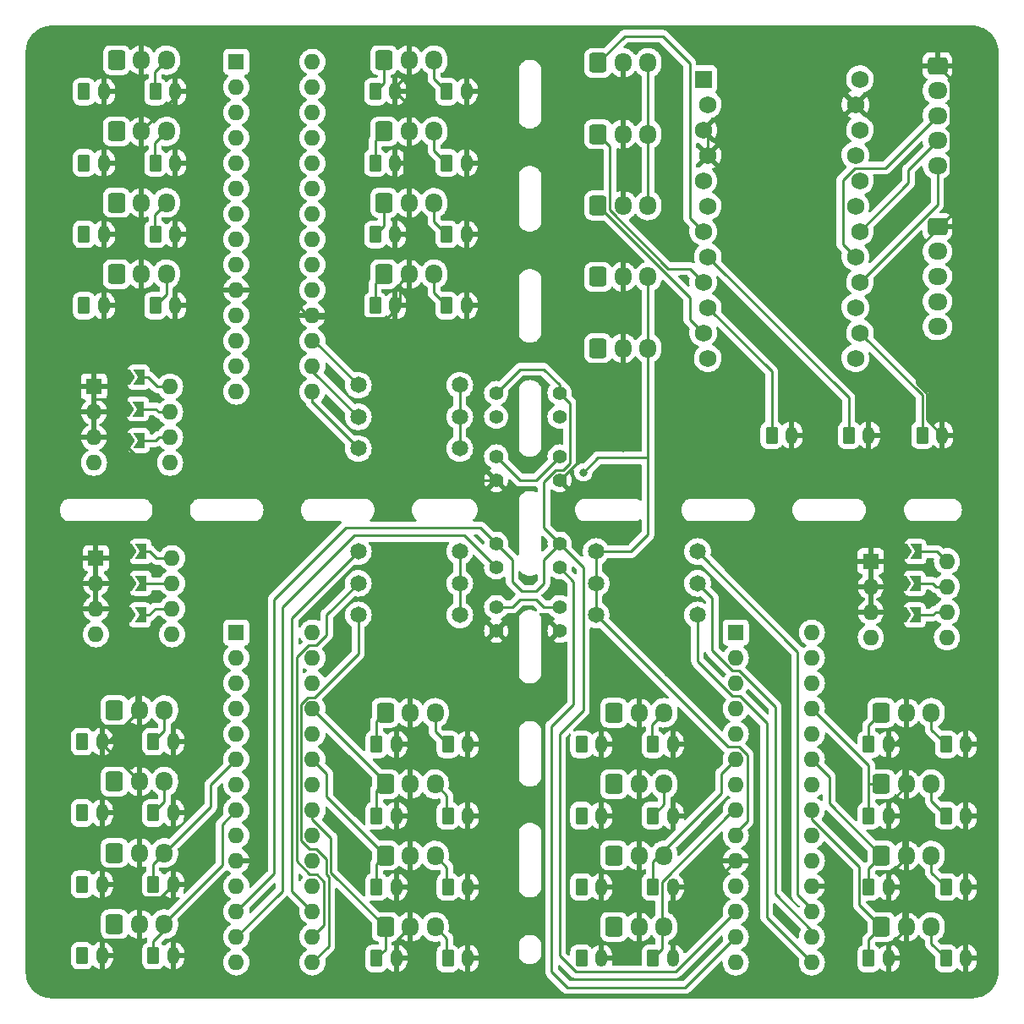
<source format=gtl>
G04 #@! TF.GenerationSoftware,KiCad,Pcbnew,(6.0.7)*
G04 #@! TF.CreationDate,2022-09-26T20:42:45+09:00*
G04 #@! TF.ProjectId,xi_cont,78695f63-6f6e-4742-9e6b-696361645f70,rev?*
G04 #@! TF.SameCoordinates,Original*
G04 #@! TF.FileFunction,Copper,L1,Top*
G04 #@! TF.FilePolarity,Positive*
%FSLAX46Y46*%
G04 Gerber Fmt 4.6, Leading zero omitted, Abs format (unit mm)*
G04 Created by KiCad (PCBNEW (6.0.7)) date 2022-09-26 20:42:45*
%MOMM*%
%LPD*%
G01*
G04 APERTURE LIST*
G04 Aperture macros list*
%AMRoundRect*
0 Rectangle with rounded corners*
0 $1 Rounding radius*
0 $2 $3 $4 $5 $6 $7 $8 $9 X,Y pos of 4 corners*
0 Add a 4 corners polygon primitive as box body*
4,1,4,$2,$3,$4,$5,$6,$7,$8,$9,$2,$3,0*
0 Add four circle primitives for the rounded corners*
1,1,$1+$1,$2,$3*
1,1,$1+$1,$4,$5*
1,1,$1+$1,$6,$7*
1,1,$1+$1,$8,$9*
0 Add four rect primitives between the rounded corners*
20,1,$1+$1,$2,$3,$4,$5,0*
20,1,$1+$1,$4,$5,$6,$7,0*
20,1,$1+$1,$6,$7,$8,$9,0*
20,1,$1+$1,$8,$9,$2,$3,0*%
%AMFreePoly0*
4,1,6,1.000000,0.000000,0.500000,-0.750000,-0.500000,-0.750000,-0.500000,0.750000,0.500000,0.750000,1.000000,0.000000,1.000000,0.000000,$1*%
%AMFreePoly1*
4,1,6,0.500000,-0.750000,-0.650000,-0.750000,-0.150000,0.000000,-0.650000,0.750000,0.500000,0.750000,0.500000,-0.750000,0.500000,-0.750000,$1*%
G04 Aperture macros list end*
G04 #@! TA.AperFunction,ComponentPad*
%ADD10RoundRect,0.250000X-0.600000X-0.725000X0.600000X-0.725000X0.600000X0.725000X-0.600000X0.725000X0*%
G04 #@! TD*
G04 #@! TA.AperFunction,ComponentPad*
%ADD11O,1.700000X1.950000*%
G04 #@! TD*
G04 #@! TA.AperFunction,ComponentPad*
%ADD12C,1.651000*%
G04 #@! TD*
G04 #@! TA.AperFunction,ComponentPad*
%ADD13RoundRect,0.250000X-0.350000X-0.625000X0.350000X-0.625000X0.350000X0.625000X-0.350000X0.625000X0*%
G04 #@! TD*
G04 #@! TA.AperFunction,ComponentPad*
%ADD14O,1.200000X1.750000*%
G04 #@! TD*
G04 #@! TA.AperFunction,ComponentPad*
%ADD15R,1.600000X1.600000*%
G04 #@! TD*
G04 #@! TA.AperFunction,ComponentPad*
%ADD16O,1.600000X1.600000*%
G04 #@! TD*
G04 #@! TA.AperFunction,SMDPad,CuDef*
%ADD17FreePoly0,0.000000*%
G04 #@! TD*
G04 #@! TA.AperFunction,SMDPad,CuDef*
%ADD18FreePoly1,0.000000*%
G04 #@! TD*
G04 #@! TA.AperFunction,ComponentPad*
%ADD19C,1.400000*%
G04 #@! TD*
G04 #@! TA.AperFunction,ComponentPad*
%ADD20R,1.752600X1.752600*%
G04 #@! TD*
G04 #@! TA.AperFunction,ComponentPad*
%ADD21C,1.752600*%
G04 #@! TD*
G04 #@! TA.AperFunction,ComponentPad*
%ADD22RoundRect,0.250000X-0.725000X0.600000X-0.725000X-0.600000X0.725000X-0.600000X0.725000X0.600000X0*%
G04 #@! TD*
G04 #@! TA.AperFunction,ComponentPad*
%ADD23O,1.950000X1.700000*%
G04 #@! TD*
G04 #@! TA.AperFunction,ViaPad*
%ADD24C,0.800000*%
G04 #@! TD*
G04 #@! TA.AperFunction,Conductor*
%ADD25C,0.250000*%
G04 #@! TD*
G04 APERTURE END LIST*
D10*
X41362500Y-57150000D03*
D11*
X43862500Y-57150000D03*
X46362500Y-57150000D03*
D10*
X91162500Y-129650000D03*
D11*
X93662500Y-129650000D03*
X96162500Y-129650000D03*
D10*
X68143800Y-50006200D03*
D11*
X70643800Y-50006200D03*
X73143800Y-50006200D03*
D12*
X99536300Y-98425000D03*
X89376300Y-98425000D03*
D13*
X45243800Y-46012500D03*
D14*
X47243800Y-46012500D03*
D13*
X37893800Y-132531200D03*
D14*
X39893800Y-132531200D03*
D10*
X68262500Y-108218700D03*
D11*
X70762500Y-108218700D03*
X73262500Y-108218700D03*
D13*
X67262500Y-60325000D03*
D14*
X69262500Y-60325000D03*
D15*
X39296300Y-92730000D03*
D16*
X39296300Y-95270000D03*
X39296300Y-97810000D03*
X39296300Y-100350000D03*
X46916300Y-100350000D03*
X46916300Y-97810000D03*
X46916300Y-95270000D03*
X46916300Y-92730000D03*
D17*
X42206300Y-74612500D03*
D18*
X43656300Y-74612500D03*
D13*
X45243800Y-60300000D03*
D14*
X47243800Y-60300000D03*
D10*
X41156300Y-107950000D03*
D11*
X43656300Y-107950000D03*
X46156300Y-107950000D03*
D19*
X79375000Y-91281200D03*
X79375000Y-93662500D03*
D13*
X67381300Y-111368700D03*
D14*
X69381300Y-111368700D03*
D13*
X124412500Y-132800000D03*
D14*
X126412500Y-132800000D03*
D13*
X45037500Y-111100000D03*
D14*
X47037500Y-111100000D03*
D10*
X41156300Y-129381200D03*
D11*
X43656300Y-129381200D03*
X46156300Y-129381200D03*
D19*
X79375000Y-82550000D03*
D13*
X116681300Y-132800000D03*
D14*
X118681300Y-132800000D03*
D10*
X41156300Y-122237500D03*
D11*
X43656300Y-122237500D03*
X46156300Y-122237500D03*
D20*
X100101400Y-44767500D03*
D21*
X100558600Y-47307500D03*
X100101400Y-49847500D03*
X100558600Y-52387500D03*
X100101400Y-54927500D03*
X100558600Y-57467500D03*
X100101400Y-60007500D03*
X100558600Y-62547500D03*
X100101400Y-65087500D03*
X100558600Y-67627500D03*
X100101400Y-70167500D03*
X100558600Y-72707500D03*
X115341400Y-72707500D03*
X115798600Y-70167500D03*
X115341400Y-67627500D03*
X115798600Y-65087500D03*
X115341400Y-62547500D03*
X115798600Y-60007500D03*
X115341400Y-57467500D03*
X115798600Y-54927500D03*
X115341400Y-52387500D03*
X115798600Y-49847500D03*
X115341400Y-47307500D03*
X115798600Y-44767500D03*
D19*
X85725000Y-82550000D03*
D10*
X117943800Y-129650000D03*
D11*
X120443800Y-129650000D03*
X122943800Y-129650000D03*
D13*
X124412500Y-111368700D03*
D14*
X126412500Y-111368700D03*
D13*
X74525000Y-118512500D03*
D14*
X76525000Y-118512500D03*
D19*
X79375000Y-97631200D03*
D15*
X39095000Y-75548700D03*
D16*
X39095000Y-78088700D03*
X39095000Y-80628700D03*
X39095000Y-83168700D03*
X46715000Y-83168700D03*
X46715000Y-80628700D03*
X46715000Y-78088700D03*
X46715000Y-75548700D03*
D12*
X65563800Y-78581200D03*
X75723800Y-78581200D03*
X65563800Y-75406200D03*
X75723800Y-75406200D03*
D10*
X89575000Y-43131200D03*
D11*
X92075000Y-43131200D03*
X94575000Y-43131200D03*
D19*
X85725000Y-100012500D03*
D13*
X74406300Y-60300000D03*
D14*
X76406300Y-60300000D03*
D19*
X85725000Y-78581200D03*
D13*
X74525000Y-125656200D03*
D14*
X76525000Y-125656200D03*
D13*
X95043800Y-132800000D03*
D14*
X97043800Y-132800000D03*
D13*
X124412500Y-125656200D03*
D14*
X126412500Y-125656200D03*
D13*
X116681300Y-111368700D03*
D14*
X118681300Y-111368700D03*
D13*
X87900000Y-125656200D03*
D14*
X89900000Y-125656200D03*
D10*
X91162500Y-122506200D03*
D11*
X93662500Y-122506200D03*
X96162500Y-122506200D03*
D13*
X45037500Y-132531200D03*
D14*
X47037500Y-132531200D03*
D13*
X95043800Y-125656200D03*
D14*
X97043800Y-125656200D03*
D12*
X65563800Y-81756200D03*
X75723800Y-81756200D03*
D17*
X119925000Y-95250000D03*
D18*
X121375000Y-95250000D03*
D10*
X89575000Y-71706200D03*
D11*
X92075000Y-71706200D03*
X94575000Y-71706200D03*
D13*
X87900000Y-111368700D03*
D14*
X89900000Y-111368700D03*
D17*
X42407500Y-95250000D03*
D18*
X43857500Y-95250000D03*
D13*
X37893800Y-111100000D03*
D14*
X39893800Y-111100000D03*
D10*
X68262500Y-122506200D03*
D11*
X70762500Y-122506200D03*
X73262500Y-122506200D03*
D15*
X103356300Y-100181200D03*
D16*
X103356300Y-102721200D03*
X103356300Y-105261200D03*
X103356300Y-107801200D03*
X103356300Y-110341200D03*
X103356300Y-112881200D03*
X103356300Y-115421200D03*
X103356300Y-117961200D03*
X103356300Y-120501200D03*
X103356300Y-123041200D03*
X103356300Y-125581200D03*
X103356300Y-128121200D03*
X103356300Y-130661200D03*
X103356300Y-133201200D03*
X110976300Y-133201200D03*
X110976300Y-130661200D03*
X110976300Y-128121200D03*
X110976300Y-125581200D03*
X110976300Y-123041200D03*
X110976300Y-120501200D03*
X110976300Y-117961200D03*
X110976300Y-115421200D03*
X110976300Y-112881200D03*
X110976300Y-110341200D03*
X110976300Y-107801200D03*
X110976300Y-105261200D03*
X110976300Y-102721200D03*
X110976300Y-100181200D03*
D13*
X116681300Y-118512500D03*
D14*
X118681300Y-118512500D03*
D15*
X53350000Y-43031200D03*
D16*
X53350000Y-45571200D03*
X53350000Y-48111200D03*
X53350000Y-50651200D03*
X53350000Y-53191200D03*
X53350000Y-55731200D03*
X53350000Y-58271200D03*
X53350000Y-60811200D03*
X53350000Y-63351200D03*
X53350000Y-65891200D03*
X53350000Y-68431200D03*
X53350000Y-70971200D03*
X53350000Y-73511200D03*
X53350000Y-76051200D03*
X60970000Y-76051200D03*
X60970000Y-73511200D03*
X60970000Y-70971200D03*
X60970000Y-68431200D03*
X60970000Y-65891200D03*
X60970000Y-63351200D03*
X60970000Y-60811200D03*
X60970000Y-58271200D03*
X60970000Y-55731200D03*
X60970000Y-53191200D03*
X60970000Y-50651200D03*
X60970000Y-48111200D03*
X60970000Y-45571200D03*
X60970000Y-43031200D03*
D13*
X74406300Y-67443700D03*
D14*
X76406300Y-67443700D03*
D17*
X42137500Y-77787500D03*
D18*
X43587500Y-77787500D03*
D10*
X41362500Y-42862500D03*
D11*
X43862500Y-42862500D03*
X46362500Y-42862500D03*
D13*
X37893800Y-125387500D03*
D14*
X39893800Y-125387500D03*
D13*
X45243800Y-53156200D03*
D14*
X47243800Y-53156200D03*
D13*
X74406300Y-53156200D03*
D14*
X76406300Y-53156200D03*
D10*
X89575000Y-50275000D03*
D11*
X92075000Y-50275000D03*
X94575000Y-50275000D03*
D10*
X68143800Y-64293700D03*
D11*
X70643800Y-64293700D03*
X73143800Y-64293700D03*
D10*
X89575000Y-57418700D03*
D11*
X92075000Y-57418700D03*
X94575000Y-57418700D03*
D19*
X85725000Y-93662500D03*
D13*
X122031300Y-80412500D03*
D14*
X124031300Y-80412500D03*
D13*
X45243800Y-67443700D03*
D14*
X47243800Y-67443700D03*
D13*
X67381300Y-132800000D03*
D14*
X69381300Y-132800000D03*
D13*
X38100000Y-60300000D03*
D14*
X40100000Y-60300000D03*
D13*
X124412500Y-118512500D03*
D14*
X126412500Y-118512500D03*
D12*
X99536300Y-92075000D03*
X89376300Y-92075000D03*
D19*
X85725000Y-76200000D03*
D13*
X37893800Y-118243700D03*
D14*
X39893800Y-118243700D03*
D19*
X79375000Y-76200000D03*
D13*
X38100000Y-67443700D03*
D14*
X40100000Y-67443700D03*
D10*
X91162500Y-115362500D03*
D11*
X93662500Y-115362500D03*
X96162500Y-115362500D03*
D19*
X85725000Y-91281200D03*
D17*
X119993800Y-92075000D03*
D18*
X121443800Y-92075000D03*
D13*
X95043800Y-118512500D03*
D14*
X97043800Y-118512500D03*
D10*
X91162500Y-108218700D03*
D11*
X93662500Y-108218700D03*
X96162500Y-108218700D03*
D10*
X68143800Y-57150000D03*
D11*
X70643800Y-57150000D03*
X73143800Y-57150000D03*
D19*
X79375000Y-84931200D03*
D13*
X87900000Y-132800000D03*
D14*
X89900000Y-132800000D03*
D10*
X68143800Y-42862500D03*
D11*
X70643800Y-42862500D03*
X73143800Y-42862500D03*
D19*
X85725000Y-97631200D03*
X79375000Y-100012500D03*
D12*
X65563800Y-92075000D03*
X75723800Y-92075000D03*
X99536300Y-95250000D03*
X89376300Y-95250000D03*
D10*
X68262500Y-129650000D03*
D11*
X70762500Y-129650000D03*
X73262500Y-129650000D03*
D10*
X117943800Y-115362500D03*
D11*
X120443800Y-115362500D03*
X122943800Y-115362500D03*
D10*
X117943800Y-122506200D03*
D11*
X120443800Y-122506200D03*
X122943800Y-122506200D03*
D10*
X41156300Y-115093700D03*
D11*
X43656300Y-115093700D03*
X46156300Y-115093700D03*
D15*
X116882500Y-93037500D03*
D16*
X116882500Y-95577500D03*
X116882500Y-98117500D03*
X116882500Y-100657500D03*
X124502500Y-100657500D03*
X124502500Y-98117500D03*
X124502500Y-95577500D03*
X124502500Y-93037500D03*
D12*
X65563800Y-98425000D03*
X75723800Y-98425000D03*
D22*
X123556300Y-59531250D03*
D23*
X123556300Y-62031250D03*
X123556300Y-64531250D03*
X123556300Y-67031250D03*
X123556300Y-69531250D03*
D10*
X89575000Y-64562500D03*
D11*
X92075000Y-64562500D03*
X94575000Y-64562500D03*
D19*
X79375000Y-78581200D03*
D10*
X41362500Y-64293700D03*
D11*
X43862500Y-64293700D03*
X46362500Y-64293700D03*
D19*
X85725000Y-84931200D03*
D13*
X67381300Y-118512500D03*
D14*
X69381300Y-118512500D03*
D13*
X116681300Y-125656200D03*
D14*
X118681300Y-125656200D03*
D13*
X67262500Y-46012500D03*
D14*
X69262500Y-46012500D03*
D13*
X74525000Y-132800000D03*
D14*
X76525000Y-132800000D03*
D17*
X42206300Y-80962500D03*
D18*
X43656300Y-80962500D03*
D10*
X117943800Y-108218700D03*
D11*
X120443800Y-108218700D03*
X122943800Y-108218700D03*
D10*
X68262500Y-115362500D03*
D11*
X70762500Y-115362500D03*
X73262500Y-115362500D03*
D13*
X45037500Y-125387500D03*
D14*
X47037500Y-125387500D03*
D17*
X42407500Y-92075000D03*
D18*
X43857500Y-92075000D03*
D13*
X74406300Y-46012500D03*
D14*
X76406300Y-46012500D03*
D12*
X65563800Y-95250000D03*
X75723800Y-95250000D03*
D13*
X67262500Y-67443700D03*
D14*
X69262500Y-67443700D03*
D13*
X74525000Y-111368700D03*
D14*
X76525000Y-111368700D03*
D13*
X67262500Y-53156200D03*
D14*
X69262500Y-53156200D03*
D13*
X87900000Y-118512500D03*
D14*
X89900000Y-118512500D03*
D10*
X41362500Y-50006200D03*
D11*
X43862500Y-50006200D03*
X46362500Y-50006200D03*
D13*
X67381300Y-125656200D03*
D14*
X69381300Y-125656200D03*
D13*
X106950000Y-80412500D03*
D14*
X108950000Y-80412500D03*
D13*
X38100000Y-46012500D03*
D14*
X40100000Y-46012500D03*
D22*
X123556300Y-43418700D03*
D23*
X123556300Y-45918700D03*
X123556300Y-48418700D03*
X123556300Y-50918700D03*
X123556300Y-53418700D03*
D15*
X53350000Y-100181200D03*
D16*
X53350000Y-102721200D03*
X53350000Y-105261200D03*
X53350000Y-107801200D03*
X53350000Y-110341200D03*
X53350000Y-112881200D03*
X53350000Y-115421200D03*
X53350000Y-117961200D03*
X53350000Y-120501200D03*
X53350000Y-123041200D03*
X53350000Y-125581200D03*
X53350000Y-128121200D03*
X53350000Y-130661200D03*
X53350000Y-133201200D03*
X60970000Y-133201200D03*
X60970000Y-130661200D03*
X60970000Y-128121200D03*
X60970000Y-125581200D03*
X60970000Y-123041200D03*
X60970000Y-120501200D03*
X60970000Y-117961200D03*
X60970000Y-115421200D03*
X60970000Y-112881200D03*
X60970000Y-110341200D03*
X60970000Y-107801200D03*
X60970000Y-105261200D03*
X60970000Y-102721200D03*
X60970000Y-100181200D03*
D13*
X38100000Y-53156200D03*
D14*
X40100000Y-53156200D03*
D13*
X45037500Y-118243700D03*
D14*
X47037500Y-118243700D03*
D13*
X95043800Y-111368700D03*
D14*
X97043800Y-111368700D03*
D13*
X114681300Y-80412500D03*
D14*
X116681300Y-80412500D03*
D17*
X42338800Y-98425000D03*
D18*
X43788800Y-98425000D03*
D17*
X119925000Y-98425000D03*
D18*
X121375000Y-98425000D03*
D24*
X92075000Y-81756250D03*
X88106250Y-84137500D03*
D25*
X42137500Y-74681300D02*
X42206300Y-74612500D01*
X42407500Y-92075000D02*
X42407500Y-95250000D01*
X41723800Y-95933700D02*
X41723800Y-97810000D01*
X70762500Y-126112300D02*
X70306400Y-125656200D01*
X93662500Y-115362500D02*
X93662500Y-122506200D01*
X39296300Y-95270000D02*
X39296300Y-96395100D01*
X43862500Y-57150000D02*
X43862500Y-50006200D01*
X70643800Y-55849900D02*
X70187600Y-55393700D01*
X70643800Y-57150000D02*
X70643800Y-59868800D01*
X100741300Y-125656200D02*
X103356300Y-123041200D01*
X124031300Y-80412500D02*
X122481300Y-78862500D01*
X43316900Y-107950000D02*
X43316900Y-105229400D01*
X126412500Y-132800000D02*
X126412500Y-125656200D01*
X120443800Y-108218700D02*
X120443800Y-106918600D01*
X43656300Y-115093700D02*
X39893800Y-111331200D01*
X57953700Y-65891200D02*
X53350000Y-65891200D01*
X39296300Y-97810000D02*
X41723800Y-97810000D01*
X45765380Y-84931200D02*
X42206300Y-81372120D01*
X42407500Y-95250000D02*
X41723800Y-95933700D01*
X120104400Y-122506200D02*
X120104400Y-119010500D01*
X92075000Y-81756250D02*
X92074975Y-81756225D01*
X118681300Y-125656200D02*
X119606400Y-125656200D01*
X43656300Y-107950000D02*
X40506300Y-111100000D01*
X119031300Y-93037500D02*
X116882500Y-93037500D01*
X70187600Y-55393700D02*
X70187600Y-53156200D01*
X92074975Y-81756225D02*
X92074975Y-78581225D01*
X118681300Y-117312400D02*
X118681300Y-118512500D01*
X41723800Y-97810000D02*
X42338800Y-98425000D01*
X45759400Y-126665600D02*
X43656300Y-126665600D01*
X100101400Y-49847500D02*
X100558600Y-50304700D01*
X120104400Y-119010500D02*
X119606400Y-118512500D01*
X70762500Y-122506200D02*
X70762500Y-118968600D01*
X126412500Y-118512500D02*
X126412500Y-111368700D01*
X76525000Y-125656200D02*
X76525000Y-118512500D01*
X122481300Y-78862500D02*
X122481300Y-76213804D01*
X70187600Y-53156200D02*
X70187600Y-51762500D01*
X120443800Y-122693600D02*
X118681300Y-124456100D01*
X69262500Y-45543900D02*
X70643800Y-44162600D01*
X42206300Y-81372120D02*
X42206300Y-80962500D01*
X79375000Y-84931200D02*
X45765380Y-84931200D01*
X120443800Y-122506200D02*
X120104400Y-122506200D01*
X39893800Y-111331200D02*
X39893800Y-111100000D01*
X69381300Y-131031200D02*
X70762500Y-129650000D01*
X70643800Y-64293700D02*
X70643800Y-60781200D01*
X69262500Y-53156200D02*
X70187600Y-53156200D01*
X70643800Y-47393800D02*
X70643800Y-50006200D01*
X70643800Y-57150000D02*
X70643800Y-55849900D01*
X69262500Y-46012500D02*
X70643800Y-47393800D01*
X69381300Y-125656200D02*
X70306400Y-125656200D01*
X93662500Y-108218700D02*
X93662500Y-115362500D01*
X119925000Y-92143800D02*
X119031300Y-93037500D01*
X70762500Y-125200100D02*
X70762500Y-122506200D01*
X70762500Y-108218700D02*
X70762500Y-110912600D01*
X69725100Y-67443700D02*
X68472300Y-68696500D01*
X42206300Y-74612500D02*
X40100000Y-72506200D01*
X42137500Y-77787500D02*
X42137500Y-80893700D01*
X119250600Y-111368700D02*
X120443800Y-110175500D01*
X42137500Y-80893700D02*
X42206300Y-80962500D01*
X122481300Y-76213804D02*
X121443750Y-75176254D01*
X121443750Y-75176254D02*
X121443750Y-61912450D01*
X70762500Y-115362500D02*
X70762500Y-111824800D01*
X120443800Y-129650000D02*
X120104400Y-129650000D01*
X69262500Y-46012500D02*
X69262500Y-45543900D01*
X69725100Y-65212400D02*
X70643800Y-64293700D01*
X92074975Y-78581225D02*
X92075000Y-78581200D01*
X42481200Y-98567400D02*
X42338800Y-98425000D01*
X120443800Y-122506200D02*
X120443800Y-122693600D01*
X124881100Y-58475100D02*
X124881100Y-44743500D01*
X92075000Y-78581200D02*
X92075000Y-71706200D01*
X61235300Y-68696500D02*
X60970000Y-68431200D01*
X85725000Y-84931200D02*
X92074975Y-78581225D01*
X70306400Y-118512500D02*
X70762500Y-118056400D01*
X120443800Y-110175500D02*
X120443800Y-108218700D01*
X39095000Y-78088700D02*
X39095000Y-80628700D01*
X43316900Y-105229400D02*
X42481200Y-104393700D01*
X120443800Y-129837400D02*
X118681300Y-131599900D01*
X43656300Y-126665600D02*
X43656300Y-122237500D01*
X118681300Y-118512500D02*
X119606400Y-118512500D01*
X40506300Y-111100000D02*
X39893800Y-111100000D01*
X120104400Y-129650000D02*
X120104400Y-126154200D01*
X70643800Y-60781200D02*
X70187600Y-60325000D01*
X119925000Y-92109400D02*
X119925000Y-92143800D01*
X70643800Y-44162600D02*
X70643800Y-42862500D01*
X116882500Y-95577500D02*
X116882500Y-93037500D01*
X118681300Y-124456100D02*
X118681300Y-125656200D01*
X97043800Y-125656200D02*
X100741300Y-125656200D01*
X118681300Y-131599900D02*
X118681300Y-132800000D01*
X120443800Y-115362500D02*
X120104400Y-115362500D01*
X70187600Y-51762500D02*
X70643800Y-51306300D01*
X42137500Y-76818700D02*
X42137500Y-74681300D01*
X69262500Y-60325000D02*
X70187600Y-60325000D01*
X118681300Y-111368700D02*
X119250600Y-111368700D01*
X76525000Y-102862500D02*
X76525000Y-111368700D01*
X70762500Y-129650000D02*
X70762500Y-126112300D01*
X126412500Y-125656200D02*
X126412500Y-118512500D01*
X70643800Y-59868800D02*
X70187600Y-60325000D01*
X76406300Y-53156200D02*
X76406300Y-60300000D01*
X69381300Y-132800000D02*
X69381300Y-131031200D01*
X69381300Y-118512500D02*
X70306400Y-118512500D01*
X69381300Y-111368700D02*
X70306400Y-111368700D01*
X60493700Y-68431200D02*
X57953700Y-65891200D01*
X120443800Y-129650000D02*
X120443800Y-129837400D01*
X120443800Y-115549900D02*
X118681300Y-117312400D01*
X119925000Y-92109400D02*
X119925000Y-95250000D01*
X39296300Y-92730000D02*
X39296300Y-95270000D01*
X76406300Y-67443700D02*
X76406300Y-60300000D01*
X120443800Y-115362500D02*
X120443800Y-115549900D01*
X39095000Y-76818700D02*
X42137500Y-76818700D01*
X70762500Y-118968600D02*
X70306400Y-118512500D01*
X76525000Y-118512500D02*
X76525000Y-111368700D01*
X43656300Y-129381200D02*
X43656300Y-126665600D01*
X92075000Y-64562500D02*
X92075000Y-71706200D01*
X119993800Y-92075000D02*
X119959400Y-92109400D01*
X39095000Y-76818700D02*
X39095000Y-78088700D01*
X121443750Y-61912450D02*
X124881100Y-58475100D01*
X76525000Y-132800000D02*
X76525000Y-125656200D01*
X70306400Y-125656200D02*
X70762500Y-125200100D01*
X39296300Y-97810000D02*
X39296300Y-96395100D01*
X43656300Y-107950000D02*
X43316900Y-107950000D01*
X42481200Y-104393700D02*
X42481200Y-98567400D01*
X47243800Y-46624900D02*
X47243800Y-46012500D01*
X70762500Y-111824800D02*
X70306400Y-111368700D01*
X70762500Y-110912600D02*
X70306400Y-111368700D01*
X79375000Y-100012500D02*
X76525000Y-102862500D01*
X92075000Y-57418700D02*
X92075000Y-50275000D01*
X43862500Y-50006200D02*
X47243800Y-46624900D01*
X70762500Y-118056400D02*
X70762500Y-115362500D01*
X69262500Y-67443700D02*
X69725100Y-67443700D01*
X40100000Y-72506200D02*
X40100000Y-67443700D01*
X92075000Y-50275000D02*
X92075000Y-43131200D01*
X47037500Y-125387500D02*
X45759400Y-126665600D01*
X43656300Y-122237500D02*
X43656300Y-115093700D01*
X120104400Y-111866700D02*
X119606400Y-111368700D01*
X119925000Y-106399800D02*
X120443800Y-106918600D01*
X119959400Y-92109400D02*
X119925000Y-92109400D01*
X76406300Y-46012500D02*
X76406300Y-53156200D01*
X93662500Y-122506200D02*
X93662500Y-129650000D01*
X116882500Y-98117500D02*
X116882500Y-95577500D01*
X119925000Y-95250000D02*
X119925000Y-98425000D01*
X120104400Y-126154200D02*
X119606400Y-125656200D01*
X60970000Y-68431200D02*
X60493700Y-68431200D01*
X68472300Y-68696500D02*
X61235300Y-68696500D01*
X119925000Y-98425000D02*
X119925000Y-106399800D01*
X119250600Y-111368700D02*
X119606400Y-111368700D01*
X39095000Y-75548700D02*
X39095000Y-76818700D01*
X100558600Y-50304700D02*
X100558600Y-52387500D01*
X42137500Y-76818700D02*
X42137500Y-77787500D01*
X69725100Y-67443700D02*
X69725100Y-65212400D01*
X120104400Y-115362500D02*
X120104400Y-111866700D01*
X70643800Y-50006200D02*
X70643800Y-51306300D01*
X43862500Y-64293700D02*
X43862500Y-57150000D01*
X124881100Y-44743500D02*
X123556300Y-43418700D01*
X83343800Y-96837500D02*
X84137500Y-97631200D01*
X89376300Y-98425000D02*
X102562500Y-111611200D01*
X89376300Y-95250000D02*
X89376300Y-98425000D01*
X81756200Y-96837500D02*
X83343800Y-96837500D01*
X94575000Y-50275000D02*
X94575000Y-43131200D01*
X84137500Y-97631200D02*
X85725000Y-97631200D01*
X75723800Y-95250000D02*
X75723800Y-98425000D01*
X89575000Y-82668750D02*
X88106250Y-84137500D01*
X94575000Y-57418700D02*
X94575000Y-50275000D01*
X75723800Y-75406200D02*
X75723800Y-78581200D01*
X94575000Y-90368750D02*
X92868750Y-92075000D01*
X94575000Y-82668750D02*
X94575000Y-90368750D01*
X104499300Y-112426500D02*
X104499300Y-119062500D01*
X75723800Y-92075000D02*
X75723800Y-95250000D01*
X85725000Y-82550000D02*
X84137600Y-84137400D01*
X94575000Y-64562500D02*
X94575000Y-71706200D01*
X84137600Y-84137400D02*
X83343800Y-84931200D01*
X81756200Y-84931200D02*
X79375000Y-82550000D01*
X79375000Y-97631200D02*
X80962500Y-97631200D01*
X104499300Y-119062500D02*
X103356300Y-120205500D01*
X92868750Y-92075000D02*
X89376300Y-92075000D01*
X89376300Y-92075000D02*
X89376300Y-95250000D01*
X83343800Y-84931200D02*
X81756200Y-84931200D01*
X94575000Y-71706200D02*
X94575000Y-82668750D01*
X94575000Y-82668750D02*
X89575000Y-82668750D01*
X102562500Y-111611200D02*
X103684000Y-111611200D01*
X75723800Y-81756200D02*
X75723800Y-78581200D01*
X80962500Y-97631200D02*
X81756200Y-96837500D01*
X103684000Y-111611200D02*
X104499300Y-112426500D01*
X103356300Y-120205500D02*
X103356300Y-120501200D01*
X123556300Y-48418700D02*
X118317500Y-53657500D01*
X114083700Y-61289800D02*
X115341400Y-62547500D01*
X118317500Y-53657500D02*
X115296500Y-53657500D01*
X114083700Y-54870300D02*
X114083700Y-61289800D01*
X115296500Y-53657500D02*
X114083700Y-54870300D01*
X98762900Y-58669000D02*
X100101400Y-60007500D01*
X92224950Y-40481250D02*
X96043750Y-40481250D01*
X89575000Y-43131200D02*
X92224950Y-40481250D01*
X96043750Y-40481250D02*
X98762900Y-43200400D01*
X98762900Y-43200400D02*
X98762900Y-58669000D01*
X89575000Y-50275000D02*
X90751200Y-51451200D01*
X90751200Y-57882200D02*
X96617900Y-63748900D01*
X90751200Y-51451200D02*
X90751200Y-57882200D01*
X96617900Y-63748900D02*
X98762900Y-63748900D01*
X98762900Y-63748900D02*
X98762900Y-63749000D01*
X98762900Y-63749000D02*
X100101400Y-65087500D01*
X98762900Y-68829000D02*
X100101400Y-70167500D01*
X89575000Y-57418700D02*
X98762900Y-66606600D01*
X98762900Y-66606600D02*
X98762900Y-68829000D01*
X65127850Y-90447150D02*
X57943750Y-97631250D01*
X57943750Y-126067450D02*
X53350000Y-130661200D01*
X85725000Y-93662500D02*
X87132890Y-95070390D01*
X76159650Y-90447150D02*
X65127850Y-90447150D01*
X86518750Y-135731250D02*
X98286250Y-135731250D01*
X87132890Y-95070390D02*
X87132890Y-107335860D01*
X84931250Y-134143750D02*
X86518750Y-135731250D01*
X79375000Y-93662500D02*
X76159650Y-90447150D01*
X84931250Y-109537500D02*
X84931250Y-134143750D01*
X98286250Y-135731250D02*
X103356300Y-130661200D01*
X57943750Y-97631250D02*
X57943750Y-126067450D01*
X87132890Y-107335860D02*
X84931250Y-109537500D01*
X57150000Y-124321200D02*
X53350000Y-128121200D01*
X79375000Y-91281200D02*
X77787550Y-89693750D01*
X86113604Y-83906200D02*
X85300431Y-83906200D01*
X85725000Y-110331250D02*
X85725000Y-132556250D01*
X85725000Y-132556250D02*
X87312500Y-134143750D01*
X84137500Y-95250000D02*
X83343800Y-96043800D01*
X85300431Y-83906200D02*
X84137500Y-85069131D01*
X81756200Y-73818800D02*
X84137500Y-73818800D01*
X80962500Y-95055100D02*
X80962500Y-92868800D01*
X57150000Y-96837500D02*
X57150000Y-124321200D01*
X80456300Y-92362600D02*
X79375000Y-91281200D01*
X86750000Y-77225000D02*
X86750000Y-83269804D01*
X85725000Y-76200000D02*
X86750000Y-77225000D01*
X64293750Y-89693750D02*
X57150000Y-96837500D01*
X80962500Y-92868800D02*
X80456300Y-92362600D01*
X85725000Y-91281200D02*
X84137500Y-92868800D01*
X84137500Y-92868800D02*
X84137500Y-95250000D01*
X77787550Y-89693750D02*
X64293750Y-89693750D01*
X86750000Y-83269804D02*
X86113604Y-83906200D01*
X84137500Y-85069131D02*
X84137500Y-89693700D01*
X83343800Y-96043800D02*
X81951200Y-96043800D01*
X84137500Y-73818800D02*
X85725000Y-75406200D01*
X84137500Y-89693700D02*
X85725000Y-91281200D01*
X88106250Y-93662450D02*
X88106250Y-107950000D01*
X87312500Y-134143750D02*
X97333750Y-134143750D01*
X85725000Y-91281200D02*
X88106250Y-93662450D01*
X85725000Y-75406200D02*
X85725000Y-76200000D01*
X88106250Y-107950000D02*
X85725000Y-110331250D01*
X79375000Y-76200000D02*
X81756200Y-73818800D01*
X97333750Y-134143750D02*
X103356300Y-128121200D01*
X81951200Y-96043800D02*
X80962500Y-95055100D01*
X114681300Y-76670200D02*
X100558600Y-62547500D01*
X114681300Y-80412500D02*
X114681300Y-76670200D01*
X106950000Y-74018900D02*
X100558600Y-67627500D01*
X106950000Y-80412500D02*
X106950000Y-74018900D01*
X122031300Y-76400200D02*
X115798600Y-70167500D01*
X122031300Y-80412500D02*
X122031300Y-76400200D01*
X123556300Y-57329800D02*
X115798600Y-65087500D01*
X123556300Y-53418700D02*
X123556300Y-57329800D01*
X123556300Y-50918700D02*
X120650000Y-53825000D01*
X120650000Y-53825000D02*
X120650000Y-55156100D01*
X120650000Y-55156100D02*
X115798600Y-60007500D01*
X43656300Y-80962500D02*
X45256100Y-80962500D01*
X60970000Y-77176300D02*
X60983900Y-77176300D01*
X60970000Y-76051200D02*
X60970000Y-77176300D01*
X45256100Y-80962500D02*
X45589900Y-80628700D01*
X46715000Y-80628700D02*
X45589900Y-80628700D01*
X60983900Y-77176300D02*
X65563800Y-81756200D01*
X43587500Y-77787500D02*
X45288700Y-77787500D01*
X60970000Y-73511200D02*
X60970000Y-73987400D01*
X60970000Y-73987400D02*
X65563800Y-78581200D01*
X45288700Y-77787500D02*
X45589900Y-78088700D01*
X46715000Y-78088700D02*
X45589900Y-78088700D01*
X61128800Y-70971200D02*
X65563800Y-75406200D01*
X43656300Y-74612500D02*
X44481400Y-74612500D01*
X46715000Y-75548700D02*
X45417600Y-75548700D01*
X45417600Y-75548700D02*
X44481400Y-74612500D01*
X60970000Y-70971200D02*
X61128800Y-70971200D01*
X46362500Y-42862500D02*
X45187400Y-44037600D01*
X45187400Y-45956100D02*
X45243800Y-46012500D01*
X45187400Y-44037600D02*
X45187400Y-45956100D01*
X45187400Y-53099800D02*
X45243800Y-53156200D01*
X45187400Y-51181300D02*
X45187400Y-53099800D01*
X46362500Y-50006200D02*
X45187400Y-51181300D01*
X45243800Y-60300000D02*
X45187400Y-60243600D01*
X45187400Y-60243600D02*
X45187400Y-58325100D01*
X45187400Y-58325100D02*
X46362500Y-57150000D01*
X46362500Y-66325000D02*
X45243800Y-67443700D01*
X46362500Y-64293700D02*
X46362500Y-66325000D01*
X67262500Y-67443700D02*
X67262500Y-65175000D01*
X67262500Y-65175000D02*
X68143800Y-64293700D01*
X73143800Y-64293700D02*
X73143800Y-66181200D01*
X73143800Y-66181200D02*
X74406300Y-67443700D01*
X68143800Y-59443700D02*
X67262500Y-60325000D01*
X68143800Y-57150000D02*
X68143800Y-59443700D01*
X73143800Y-59037500D02*
X74406300Y-60300000D01*
X73143800Y-57150000D02*
X73143800Y-59037500D01*
X74406300Y-46012500D02*
X73143800Y-44750000D01*
X73143800Y-44750000D02*
X73143800Y-42862500D01*
X67262500Y-50887500D02*
X68143800Y-50006200D01*
X67262500Y-53156200D02*
X67262500Y-50887500D01*
X73143800Y-51893700D02*
X73143800Y-50006200D01*
X74406300Y-53156200D02*
X73143800Y-51893700D01*
X68143800Y-45131200D02*
X68143800Y-42862500D01*
X67262500Y-46012500D02*
X68143800Y-45131200D01*
X46156300Y-109981200D02*
X45037500Y-111100000D01*
X46156300Y-107950000D02*
X46156300Y-109981200D01*
X46156300Y-115093700D02*
X46156300Y-117124900D01*
X46156300Y-117124900D02*
X45037500Y-118243700D01*
X50800000Y-115431200D02*
X53350000Y-112881200D01*
X46156300Y-122237500D02*
X44981200Y-123412600D01*
X44981200Y-123412600D02*
X44981200Y-125331200D01*
X44981200Y-125331200D02*
X45037500Y-125387500D01*
X46156300Y-122237500D02*
X50800000Y-117593800D01*
X50800000Y-117593800D02*
X50800000Y-115431200D01*
X45037500Y-131087600D02*
X45037500Y-132531200D01*
X46156300Y-129381200D02*
X46743900Y-129381200D01*
X51935200Y-119376000D02*
X53350000Y-117961200D01*
X46743900Y-129381200D02*
X45037500Y-131087600D01*
X46156300Y-129381200D02*
X46156300Y-129262450D01*
X51935200Y-123483550D02*
X51935200Y-119376000D01*
X46156300Y-129262450D02*
X51935200Y-123483550D01*
X62834900Y-124222400D02*
X62834900Y-120718100D01*
X68262500Y-129650000D02*
X68262500Y-131918800D01*
X68262500Y-129650000D02*
X62834900Y-124222400D01*
X62834900Y-120718100D02*
X60970000Y-118853200D01*
X60970000Y-118853200D02*
X60970000Y-117961200D01*
X68262500Y-131918800D02*
X67381300Y-132800000D01*
X74437600Y-130825100D02*
X74437600Y-132712600D01*
X74437600Y-132712600D02*
X74525000Y-132800000D01*
X73262500Y-129650000D02*
X74437600Y-130825100D01*
X67381300Y-123387400D02*
X68262500Y-122506200D01*
X67381300Y-125656200D02*
X67381300Y-123387400D01*
X68262500Y-122506200D02*
X62384800Y-116628500D01*
X62384800Y-114296000D02*
X60970000Y-112881200D01*
X62384800Y-116628500D02*
X62384800Y-114296000D01*
X74437600Y-123681300D02*
X74437600Y-125568800D01*
X73262500Y-122506200D02*
X74437600Y-123681300D01*
X74437600Y-125568800D02*
X74525000Y-125656200D01*
X67381300Y-118512500D02*
X67381300Y-115985700D01*
X68262500Y-115362500D02*
X68079900Y-115545100D01*
X67821900Y-114653100D02*
X67821900Y-115545100D01*
X68079900Y-115545100D02*
X67821900Y-115545100D01*
X67381300Y-115985700D02*
X67821900Y-115545100D01*
X60970000Y-107801200D02*
X67821900Y-114653100D01*
X73262500Y-115362500D02*
X74437600Y-116537600D01*
X74437600Y-118425100D02*
X74525000Y-118512500D01*
X74437600Y-116537600D02*
X74437600Y-118425100D01*
X68262500Y-108218700D02*
X67381300Y-109099900D01*
X67381300Y-109099900D02*
X67381300Y-111368700D01*
X73262500Y-108218700D02*
X73262500Y-110106200D01*
X73262500Y-110106200D02*
X74525000Y-111368700D01*
X58920300Y-126071500D02*
X60970000Y-128121200D01*
X45337600Y-92730000D02*
X44682600Y-92075000D01*
X58920300Y-98718500D02*
X58920300Y-126071500D01*
X43857500Y-92075000D02*
X44682600Y-92075000D01*
X46916300Y-92730000D02*
X45337600Y-92730000D01*
X65563800Y-92075000D02*
X58920300Y-98718500D01*
X60705000Y-124392000D02*
X59370400Y-123057400D01*
X61327000Y-101451200D02*
X62388800Y-100389400D01*
X62138600Y-129492600D02*
X62138600Y-125130400D01*
X46916300Y-95270000D02*
X44702600Y-95270000D01*
X44702600Y-95270000D02*
X44682600Y-95250000D01*
X60573700Y-101451200D02*
X61327000Y-101451200D01*
X59370400Y-123057400D02*
X59370400Y-102654500D01*
X60970000Y-130661200D02*
X62138600Y-129492600D01*
X62388800Y-98425000D02*
X65563800Y-95250000D01*
X62138600Y-125130400D02*
X61400200Y-124392000D01*
X59370400Y-102654500D02*
X60573700Y-101451200D01*
X62388800Y-100389400D02*
X62388800Y-98425000D01*
X43857500Y-95250000D02*
X44682600Y-95250000D01*
X61400200Y-124392000D02*
X60705000Y-124392000D01*
X62620000Y-131551200D02*
X60970000Y-133201200D01*
X61171200Y-106663600D02*
X60495800Y-106663600D01*
X65563800Y-98425000D02*
X65563800Y-102271000D01*
X46916300Y-97810000D02*
X45228900Y-97810000D01*
X65563800Y-102271000D02*
X61171200Y-106663600D01*
X62620000Y-124644100D02*
X62620000Y-131551200D01*
X43788800Y-98425000D02*
X44613900Y-98425000D01*
X62384800Y-124408900D02*
X62620000Y-124644100D01*
X59820500Y-120967500D02*
X60676500Y-121823500D01*
X60495800Y-106663600D02*
X59820500Y-107338900D01*
X45228900Y-97810000D02*
X44613900Y-98425000D01*
X59820500Y-107338900D02*
X59820500Y-120967500D01*
X61347800Y-121823500D02*
X62384800Y-122860500D01*
X62384800Y-122860500D02*
X62384800Y-124408900D01*
X60676500Y-121823500D02*
X61347800Y-121823500D01*
X96162500Y-108218700D02*
X94987400Y-109393800D01*
X94987400Y-111312300D02*
X95043800Y-111368700D01*
X94987400Y-109393800D02*
X94987400Y-111312300D01*
X96162500Y-115362500D02*
X96162500Y-117393800D01*
X96162500Y-117393800D02*
X95043800Y-118512500D01*
X95043800Y-123123000D02*
X95043800Y-125656200D01*
X101941500Y-116225300D02*
X95660600Y-122506200D01*
X95660600Y-122506200D02*
X95043800Y-123123000D01*
X103356300Y-112881200D02*
X101941500Y-114296000D01*
X96162500Y-122506200D02*
X95660600Y-122506200D01*
X101941500Y-114296000D02*
X101941500Y-116225300D01*
X95970000Y-125127400D02*
X95970000Y-129650000D01*
X95970000Y-131873800D02*
X95043800Y-132800000D01*
X95970000Y-129650000D02*
X95970000Y-131873800D01*
X103136200Y-117961200D02*
X95970000Y-125127400D01*
X103356300Y-117961200D02*
X103136200Y-117961200D01*
X96162500Y-129650000D02*
X95970000Y-129650000D01*
X116681300Y-130912500D02*
X116681300Y-132800000D01*
X115737600Y-127443800D02*
X115737600Y-123614500D01*
X110976300Y-118853200D02*
X110976300Y-117961200D01*
X117943800Y-129650000D02*
X115737600Y-127443800D01*
X115737600Y-123614500D02*
X110976300Y-118853200D01*
X117943800Y-129650000D02*
X116681300Y-130912500D01*
X122943800Y-129650000D02*
X122943800Y-131331300D01*
X122943800Y-131331300D02*
X124412500Y-132800000D01*
X112712500Y-117274900D02*
X112712500Y-114617400D01*
X116681300Y-125656200D02*
X116681300Y-123768700D01*
X117943800Y-122506200D02*
X112712500Y-117274900D01*
X112712500Y-114617400D02*
X110976300Y-112881200D01*
X116681300Y-123768700D02*
X117943800Y-122506200D01*
X122943800Y-124187500D02*
X124412500Y-125656200D01*
X122943800Y-122506200D02*
X122943800Y-124187500D01*
X116681300Y-113506200D02*
X110976300Y-107801200D01*
X116681300Y-118512500D02*
X116681300Y-115362500D01*
X117943800Y-115362500D02*
X116681300Y-115362500D01*
X116681300Y-115362500D02*
X116681300Y-113506200D01*
X122943800Y-115362500D02*
X122943800Y-117043800D01*
X122943800Y-117043800D02*
X124412500Y-118512500D01*
X117943800Y-108218700D02*
X116681300Y-109481200D01*
X116681300Y-109481200D02*
X116681300Y-111368700D01*
X122943800Y-109900000D02*
X124412500Y-111368700D01*
X122943800Y-108218700D02*
X122943800Y-109900000D01*
X110976300Y-127834050D02*
X110976300Y-128121200D01*
X99536300Y-92075000D02*
X109561500Y-102100200D01*
X123540000Y-92075000D02*
X124502500Y-93037500D01*
X109561500Y-126419250D02*
X110976300Y-127834050D01*
X121443800Y-92075000D02*
X123540000Y-92075000D01*
X109561500Y-102100200D02*
X109561500Y-126419250D01*
X99536300Y-95250000D02*
X101005500Y-96719200D01*
X103679400Y-103991200D02*
X107298300Y-107610100D01*
X121375000Y-95250000D02*
X123049900Y-95250000D01*
X107298300Y-126348300D02*
X110976300Y-130026300D01*
X110976300Y-130026300D02*
X110976300Y-130661200D01*
X101005500Y-101967800D02*
X103028900Y-103991200D01*
X101005500Y-96719200D02*
X101005500Y-101967800D01*
X107298300Y-107610100D02*
X107298300Y-126348300D01*
X103028900Y-103991200D02*
X103679400Y-103991200D01*
X123049900Y-95250000D02*
X123377400Y-95577500D01*
X124502500Y-95577500D02*
X123377400Y-95577500D01*
X99536300Y-98425000D02*
X99536300Y-103048000D01*
X99536300Y-103048000D02*
X103019500Y-106531200D01*
X124502500Y-98117500D02*
X123377400Y-98117500D01*
X106466800Y-109239600D02*
X106466800Y-128691800D01*
X103019500Y-106531200D02*
X103758400Y-106531200D01*
X103758400Y-106531200D02*
X106466800Y-109239600D01*
X121375000Y-98425000D02*
X123069900Y-98425000D01*
X123069900Y-98425000D02*
X123377400Y-98117500D01*
X110976200Y-133201200D02*
X110976300Y-133201200D01*
X106466800Y-128691800D02*
X110976200Y-133201200D01*
G04 #@! TA.AperFunction,Conductor*
G36*
X126970018Y-39403750D02*
G01*
X126984851Y-39406060D01*
X126984855Y-39406060D01*
X126993724Y-39407441D01*
X127002626Y-39406277D01*
X127002628Y-39406277D01*
X127006936Y-39405713D01*
X127011720Y-39405088D01*
X127035117Y-39404222D01*
X127291495Y-39418620D01*
X127305527Y-39420200D01*
X127445957Y-39444061D01*
X127586381Y-39467920D01*
X127600156Y-39471064D01*
X127873903Y-39549928D01*
X127887239Y-39554595D01*
X128002764Y-39602446D01*
X128150430Y-39663610D01*
X128163145Y-39669733D01*
X128412482Y-39807536D01*
X128424444Y-39815052D01*
X128463876Y-39843030D01*
X128656793Y-39979909D01*
X128667826Y-39988708D01*
X128780051Y-40088997D01*
X128880246Y-40178536D01*
X128890228Y-40188517D01*
X129080070Y-40400947D01*
X129088869Y-40411981D01*
X129253726Y-40644321D01*
X129261243Y-40656284D01*
X129399043Y-40905607D01*
X129405174Y-40918338D01*
X129514192Y-41181523D01*
X129518859Y-41194859D01*
X129587769Y-41434037D01*
X129597728Y-41468605D01*
X129600872Y-41482381D01*
X129648592Y-41763220D01*
X129650175Y-41777260D01*
X129664154Y-42026119D01*
X129662853Y-42052563D01*
X129661309Y-42062482D01*
X129664397Y-42086094D01*
X129665436Y-42094039D01*
X129666500Y-42110378D01*
X129666500Y-134094377D01*
X129664999Y-134113765D01*
X129662690Y-134128589D01*
X129662690Y-134128598D01*
X129661309Y-134137466D01*
X129663662Y-134155463D01*
X129664528Y-134178857D01*
X129650125Y-134435240D01*
X129648544Y-134449265D01*
X129600881Y-134729768D01*
X129600823Y-134730109D01*
X129597680Y-134743879D01*
X129587063Y-134780730D01*
X129518813Y-135017620D01*
X129514146Y-135030957D01*
X129405130Y-135294136D01*
X129399000Y-135306865D01*
X129261818Y-135555074D01*
X129261198Y-135556195D01*
X129253680Y-135568159D01*
X129088833Y-135800484D01*
X129080023Y-135811531D01*
X128890201Y-136023938D01*
X128880210Y-136033928D01*
X128667794Y-136223752D01*
X128656749Y-136232560D01*
X128611291Y-136264814D01*
X128424419Y-136397405D01*
X128412455Y-136404922D01*
X128163137Y-136542714D01*
X128150406Y-136548845D01*
X127887219Y-136657859D01*
X127873883Y-136662526D01*
X127737013Y-136701958D01*
X127600136Y-136741391D01*
X127586375Y-136744531D01*
X127305522Y-136792249D01*
X127291491Y-136793830D01*
X127042166Y-136807832D01*
X127015719Y-136806529D01*
X127006276Y-136805059D01*
X126997374Y-136806223D01*
X126997372Y-136806223D01*
X126985070Y-136807832D01*
X126974714Y-136809186D01*
X126958379Y-136810250D01*
X34974367Y-136810250D01*
X34954982Y-136808750D01*
X34940149Y-136806440D01*
X34940145Y-136806440D01*
X34931276Y-136805059D01*
X34922374Y-136806223D01*
X34922372Y-136806223D01*
X34918064Y-136806787D01*
X34913280Y-136807412D01*
X34889883Y-136808278D01*
X34633505Y-136793880D01*
X34619473Y-136792300D01*
X34479044Y-136768440D01*
X34338619Y-136744580D01*
X34324844Y-136741436D01*
X34051097Y-136662572D01*
X34037761Y-136657905D01*
X33922236Y-136610054D01*
X33774570Y-136548890D01*
X33761855Y-136542767D01*
X33512516Y-136404963D01*
X33500556Y-136397448D01*
X33447371Y-136359712D01*
X33268207Y-136232591D01*
X33257174Y-136223792D01*
X33044754Y-136033964D01*
X33034772Y-136023983D01*
X32844930Y-135811553D01*
X32836131Y-135800519D01*
X32671274Y-135568179D01*
X32663757Y-135556216D01*
X32525957Y-135306893D01*
X32519826Y-135294162D01*
X32410808Y-135030977D01*
X32406141Y-135017641D01*
X32337885Y-134780730D01*
X32327269Y-134743884D01*
X32324128Y-134730119D01*
X32276408Y-134449280D01*
X32274825Y-134435240D01*
X32260846Y-134186381D01*
X32262147Y-134159937D01*
X32262309Y-134158893D01*
X32263691Y-134150018D01*
X32259564Y-134118461D01*
X32258500Y-134102122D01*
X32258500Y-133206600D01*
X36785300Y-133206600D01*
X36785637Y-133209846D01*
X36785637Y-133209850D01*
X36788706Y-133239423D01*
X36796274Y-133312366D01*
X36798455Y-133318902D01*
X36798455Y-133318904D01*
X36816012Y-133371529D01*
X36852250Y-133480146D01*
X36945322Y-133630548D01*
X37070497Y-133755505D01*
X37076727Y-133759345D01*
X37076728Y-133759346D01*
X37213890Y-133843894D01*
X37221062Y-133848315D01*
X37263699Y-133862457D01*
X37382411Y-133901832D01*
X37382413Y-133901832D01*
X37388939Y-133903997D01*
X37395775Y-133904697D01*
X37395778Y-133904698D01*
X37438831Y-133909109D01*
X37493400Y-133914700D01*
X38294200Y-133914700D01*
X38297446Y-133914363D01*
X38297450Y-133914363D01*
X38393108Y-133904438D01*
X38393112Y-133904437D01*
X38399966Y-133903726D01*
X38406502Y-133901545D01*
X38406504Y-133901545D01*
X38552124Y-133852962D01*
X38567746Y-133847750D01*
X38718148Y-133754678D01*
X38843105Y-133629503D01*
X38866063Y-133592259D01*
X38875155Y-133577510D01*
X38927927Y-133530017D01*
X38997999Y-133518595D01*
X39063123Y-133546869D01*
X39081502Y-133565797D01*
X39084062Y-133569056D01*
X39092299Y-133577706D01*
X39242923Y-133708412D01*
X39252647Y-133715347D01*
X39425267Y-133815210D01*
X39436131Y-133820184D01*
X39624527Y-133885607D01*
X39625516Y-133885848D01*
X39635808Y-133884380D01*
X39639800Y-133870815D01*
X39639800Y-133866602D01*
X40147800Y-133866602D01*
X40151773Y-133880133D01*
X40161199Y-133881488D01*
X40250337Y-133860006D01*
X40261632Y-133856117D01*
X40443182Y-133773571D01*
X40453524Y-133767624D01*
X40616197Y-133652232D01*
X40625225Y-133644439D01*
X40763142Y-133500369D01*
X40770538Y-133491004D01*
X40878721Y-133323459D01*
X40884217Y-133312855D01*
X40958761Y-133127888D01*
X40962155Y-133116430D01*
X41000657Y-132919272D01*
X41001734Y-132910409D01*
X41001800Y-132907700D01*
X41001800Y-132803315D01*
X40997325Y-132788076D01*
X40995935Y-132786871D01*
X40988252Y-132785200D01*
X40165915Y-132785200D01*
X40150676Y-132789675D01*
X40149471Y-132791065D01*
X40147800Y-132798748D01*
X40147800Y-133866602D01*
X39639800Y-133866602D01*
X39639800Y-132259085D01*
X40147800Y-132259085D01*
X40152275Y-132274324D01*
X40153665Y-132275529D01*
X40161348Y-132277200D01*
X40983685Y-132277200D01*
X40998924Y-132272725D01*
X41000129Y-132271335D01*
X41001800Y-132263652D01*
X41001800Y-132206368D01*
X41001515Y-132200392D01*
X40987329Y-132051706D01*
X40985070Y-132039972D01*
X40928928Y-131848601D01*
X40924498Y-131837525D01*
X40833181Y-131660222D01*
X40826731Y-131650176D01*
X40703538Y-131493343D01*
X40695301Y-131484694D01*
X40544677Y-131353988D01*
X40534953Y-131347053D01*
X40362333Y-131247190D01*
X40351469Y-131242216D01*
X40163073Y-131176793D01*
X40162084Y-131176552D01*
X40151792Y-131178020D01*
X40147800Y-131191585D01*
X40147800Y-132259085D01*
X39639800Y-132259085D01*
X39639800Y-131195798D01*
X39635827Y-131182267D01*
X39626401Y-131180912D01*
X39537263Y-131202394D01*
X39525968Y-131206283D01*
X39344418Y-131288829D01*
X39334076Y-131294776D01*
X39171403Y-131410168D01*
X39162375Y-131417961D01*
X39075265Y-131508957D01*
X39013710Y-131544333D01*
X38942800Y-131540814D01*
X38885050Y-131499517D01*
X38877115Y-131488147D01*
X38842278Y-131431852D01*
X38717103Y-131306895D01*
X38704297Y-131299001D01*
X38572768Y-131217925D01*
X38572766Y-131217924D01*
X38566538Y-131214085D01*
X38456183Y-131177482D01*
X38405189Y-131160568D01*
X38405187Y-131160568D01*
X38398661Y-131158403D01*
X38391825Y-131157703D01*
X38391822Y-131157702D01*
X38348769Y-131153291D01*
X38294200Y-131147700D01*
X37493400Y-131147700D01*
X37490154Y-131148037D01*
X37490150Y-131148037D01*
X37394492Y-131157962D01*
X37394488Y-131157963D01*
X37387634Y-131158674D01*
X37381098Y-131160855D01*
X37381096Y-131160855D01*
X37316917Y-131182267D01*
X37219854Y-131214650D01*
X37069452Y-131307722D01*
X36944495Y-131432897D01*
X36940655Y-131439127D01*
X36940654Y-131439128D01*
X36856473Y-131575695D01*
X36851685Y-131583462D01*
X36833292Y-131638917D01*
X36800765Y-131736983D01*
X36796003Y-131751339D01*
X36795303Y-131758175D01*
X36795302Y-131758178D01*
X36791366Y-131796598D01*
X36785300Y-131855800D01*
X36785300Y-133206600D01*
X32258500Y-133206600D01*
X32258500Y-130156600D01*
X39797800Y-130156600D01*
X39798137Y-130159846D01*
X39798137Y-130159850D01*
X39804095Y-130217267D01*
X39808774Y-130262366D01*
X39810955Y-130268902D01*
X39810955Y-130268904D01*
X39820890Y-130298683D01*
X39864750Y-130430146D01*
X39957822Y-130580548D01*
X40082997Y-130705505D01*
X40089227Y-130709345D01*
X40089228Y-130709346D01*
X40226390Y-130793894D01*
X40233562Y-130798315D01*
X40285452Y-130815526D01*
X40394911Y-130851832D01*
X40394913Y-130851832D01*
X40401439Y-130853997D01*
X40408275Y-130854697D01*
X40408278Y-130854698D01*
X40443963Y-130858354D01*
X40505900Y-130864700D01*
X41806700Y-130864700D01*
X41809946Y-130864363D01*
X41809950Y-130864363D01*
X41905608Y-130854438D01*
X41905612Y-130854437D01*
X41912466Y-130853726D01*
X41919002Y-130851545D01*
X41919004Y-130851545D01*
X42051106Y-130807472D01*
X42080246Y-130797750D01*
X42230648Y-130704678D01*
X42355605Y-130579503D01*
X42371284Y-130554068D01*
X42421990Y-130471807D01*
X42445653Y-130433420D01*
X42498424Y-130385927D01*
X42568496Y-130374503D01*
X42633620Y-130402777D01*
X42644082Y-130412564D01*
X42749534Y-130523106D01*
X42757486Y-130530141D01*
X42933825Y-130661341D01*
X42942862Y-130666945D01*
X43138784Y-130766557D01*
X43148635Y-130770557D01*
X43358540Y-130835734D01*
X43368924Y-130838017D01*
X43384343Y-130840061D01*
X43398507Y-130837865D01*
X43402300Y-130824678D01*
X43402300Y-130822392D01*
X43910300Y-130822392D01*
X43914273Y-130835923D01*
X43924880Y-130837448D01*
X44042721Y-130812723D01*
X44052917Y-130809663D01*
X44257337Y-130728934D01*
X44260909Y-130727161D01*
X44330819Y-130714787D01*
X44396320Y-130742175D01*
X44436617Y-130800627D01*
X44438972Y-130871363D01*
X44438765Y-130872169D01*
X44432363Y-130890866D01*
X44428266Y-130900335D01*
X44424319Y-130909455D01*
X44423080Y-130917278D01*
X44423077Y-130917288D01*
X44417401Y-130953124D01*
X44414995Y-130964744D01*
X44406366Y-130998356D01*
X44404000Y-131007570D01*
X44404000Y-131027824D01*
X44402449Y-131047534D01*
X44399280Y-131067543D01*
X44402834Y-131105133D01*
X44403084Y-131107781D01*
X44389582Y-131177482D01*
X44343946Y-131226784D01*
X44213152Y-131307722D01*
X44088195Y-131432897D01*
X44084355Y-131439127D01*
X44084354Y-131439128D01*
X44000173Y-131575695D01*
X43995385Y-131583462D01*
X43976992Y-131638917D01*
X43944465Y-131736983D01*
X43939703Y-131751339D01*
X43939003Y-131758175D01*
X43939002Y-131758178D01*
X43935066Y-131796598D01*
X43929000Y-131855800D01*
X43929000Y-133206600D01*
X43929337Y-133209846D01*
X43929337Y-133209850D01*
X43932406Y-133239423D01*
X43939974Y-133312366D01*
X43942155Y-133318902D01*
X43942155Y-133318904D01*
X43959712Y-133371529D01*
X43995950Y-133480146D01*
X44089022Y-133630548D01*
X44214197Y-133755505D01*
X44220427Y-133759345D01*
X44220428Y-133759346D01*
X44357590Y-133843894D01*
X44364762Y-133848315D01*
X44407399Y-133862457D01*
X44526111Y-133901832D01*
X44526113Y-133901832D01*
X44532639Y-133903997D01*
X44539475Y-133904697D01*
X44539478Y-133904698D01*
X44582531Y-133909109D01*
X44637100Y-133914700D01*
X45437900Y-133914700D01*
X45441146Y-133914363D01*
X45441150Y-133914363D01*
X45536808Y-133904438D01*
X45536812Y-133904437D01*
X45543666Y-133903726D01*
X45550202Y-133901545D01*
X45550204Y-133901545D01*
X45695824Y-133852962D01*
X45711446Y-133847750D01*
X45861848Y-133754678D01*
X45986805Y-133629503D01*
X46009763Y-133592259D01*
X46018855Y-133577510D01*
X46071627Y-133530017D01*
X46141699Y-133518595D01*
X46206823Y-133546869D01*
X46225202Y-133565797D01*
X46227762Y-133569056D01*
X46235999Y-133577706D01*
X46386623Y-133708412D01*
X46396347Y-133715347D01*
X46568967Y-133815210D01*
X46579831Y-133820184D01*
X46768227Y-133885607D01*
X46769216Y-133885848D01*
X46779508Y-133884380D01*
X46783500Y-133870815D01*
X46783500Y-133866602D01*
X47291500Y-133866602D01*
X47295473Y-133880133D01*
X47304899Y-133881488D01*
X47394037Y-133860006D01*
X47405332Y-133856117D01*
X47586882Y-133773571D01*
X47597224Y-133767624D01*
X47759897Y-133652232D01*
X47768925Y-133644439D01*
X47906842Y-133500369D01*
X47914238Y-133491004D01*
X48022421Y-133323459D01*
X48027917Y-133312855D01*
X48102461Y-133127888D01*
X48105855Y-133116430D01*
X48144357Y-132919272D01*
X48145434Y-132910409D01*
X48145500Y-132907700D01*
X48145500Y-132803315D01*
X48141025Y-132788076D01*
X48139635Y-132786871D01*
X48131952Y-132785200D01*
X47309615Y-132785200D01*
X47294376Y-132789675D01*
X47293171Y-132791065D01*
X47291500Y-132798748D01*
X47291500Y-133866602D01*
X46783500Y-133866602D01*
X46783500Y-132259085D01*
X47291500Y-132259085D01*
X47295975Y-132274324D01*
X47297365Y-132275529D01*
X47305048Y-132277200D01*
X48127385Y-132277200D01*
X48142624Y-132272725D01*
X48143829Y-132271335D01*
X48145500Y-132263652D01*
X48145500Y-132206368D01*
X48145215Y-132200392D01*
X48131029Y-132051706D01*
X48128770Y-132039972D01*
X48072628Y-131848601D01*
X48068198Y-131837525D01*
X47976881Y-131660222D01*
X47970431Y-131650176D01*
X47847238Y-131493343D01*
X47839001Y-131484694D01*
X47688377Y-131353988D01*
X47678653Y-131347053D01*
X47506033Y-131247190D01*
X47495169Y-131242216D01*
X47306773Y-131176793D01*
X47305784Y-131176552D01*
X47295492Y-131178020D01*
X47291500Y-131191585D01*
X47291500Y-132259085D01*
X46783500Y-132259085D01*
X46783500Y-131195798D01*
X46779527Y-131182267D01*
X46770101Y-131180912D01*
X46680963Y-131202394D01*
X46669668Y-131206283D01*
X46488118Y-131288829D01*
X46477776Y-131294776D01*
X46315103Y-131410168D01*
X46306075Y-131417961D01*
X46218965Y-131508957D01*
X46157410Y-131544333D01*
X46086500Y-131540814D01*
X46028750Y-131499517D01*
X46020815Y-131488147D01*
X45985978Y-131431852D01*
X45876641Y-131322706D01*
X45842563Y-131260425D01*
X45847566Y-131189605D01*
X45876565Y-131144439D01*
X46120318Y-130900686D01*
X46182630Y-130866660D01*
X46204683Y-130863870D01*
X46322458Y-130859449D01*
X46345102Y-130854698D01*
X46524137Y-130817133D01*
X46548091Y-130812107D01*
X46553050Y-130810149D01*
X46553052Y-130810148D01*
X46757556Y-130729385D01*
X46757558Y-130729384D01*
X46762521Y-130727424D01*
X46772462Y-130721392D01*
X46955057Y-130610590D01*
X46955056Y-130610590D01*
X46959617Y-130607823D01*
X47017863Y-130557280D01*
X47129712Y-130460223D01*
X47129714Y-130460221D01*
X47133745Y-130456723D01*
X47191794Y-130385927D01*
X47276540Y-130282573D01*
X47276544Y-130282567D01*
X47279924Y-130278445D01*
X47287110Y-130265822D01*
X47391332Y-130082729D01*
X47393975Y-130078086D01*
X47472637Y-129861375D01*
X47479864Y-129821411D01*
X47512923Y-129638592D01*
X47512924Y-129638585D01*
X47513661Y-129634508D01*
X47514800Y-129610356D01*
X47514800Y-129198310D01*
X47504450Y-129076335D01*
X47500671Y-129031791D01*
X47500670Y-129031787D01*
X47500220Y-129026480D01*
X47498882Y-129021325D01*
X47498881Y-129021319D01*
X47474635Y-128927904D01*
X47476882Y-128856943D01*
X47507499Y-128807155D01*
X52297737Y-124016918D01*
X52360049Y-123982892D01*
X52430864Y-123987957D01*
X52475927Y-124016918D01*
X52502125Y-124043116D01*
X52510533Y-124050172D01*
X52688992Y-124175130D01*
X52698489Y-124180614D01*
X52733049Y-124196729D01*
X52786334Y-124243646D01*
X52805795Y-124311923D01*
X52785253Y-124379883D01*
X52733049Y-124425119D01*
X52698238Y-124441351D01*
X52698233Y-124441354D01*
X52693251Y-124443677D01*
X52630314Y-124487746D01*
X52510211Y-124571843D01*
X52510208Y-124571845D01*
X52505700Y-124575002D01*
X52343802Y-124736900D01*
X52212477Y-124924451D01*
X52210154Y-124929433D01*
X52210151Y-124929438D01*
X52121314Y-125119952D01*
X52115716Y-125131957D01*
X52114294Y-125137265D01*
X52114293Y-125137267D01*
X52057881Y-125347798D01*
X52056457Y-125353113D01*
X52036502Y-125581200D01*
X52056457Y-125809287D01*
X52057881Y-125814600D01*
X52057881Y-125814602D01*
X52113091Y-126020645D01*
X52115716Y-126030443D01*
X52118039Y-126035424D01*
X52118039Y-126035425D01*
X52210151Y-126232962D01*
X52210154Y-126232967D01*
X52212477Y-126237949D01*
X52276623Y-126329559D01*
X52328166Y-126403169D01*
X52343802Y-126425500D01*
X52505700Y-126587398D01*
X52510208Y-126590555D01*
X52510211Y-126590557D01*
X52585957Y-126643595D01*
X52693251Y-126718723D01*
X52698233Y-126721046D01*
X52698238Y-126721049D01*
X52732457Y-126737005D01*
X52785742Y-126783922D01*
X52805203Y-126852199D01*
X52784661Y-126920159D01*
X52732457Y-126965395D01*
X52698238Y-126981351D01*
X52698233Y-126981354D01*
X52693251Y-126983677D01*
X52602911Y-127046934D01*
X52510211Y-127111843D01*
X52510208Y-127111845D01*
X52505700Y-127115002D01*
X52343802Y-127276900D01*
X52340645Y-127281408D01*
X52340643Y-127281411D01*
X52292341Y-127350394D01*
X52212477Y-127464451D01*
X52210154Y-127469433D01*
X52210151Y-127469438D01*
X52134492Y-127631691D01*
X52115716Y-127671957D01*
X52114294Y-127677265D01*
X52114293Y-127677267D01*
X52058374Y-127885958D01*
X52056457Y-127893113D01*
X52036502Y-128121200D01*
X52056457Y-128349287D01*
X52057881Y-128354600D01*
X52057881Y-128354602D01*
X52101111Y-128515935D01*
X52115716Y-128570443D01*
X52118039Y-128575424D01*
X52118039Y-128575425D01*
X52210151Y-128772962D01*
X52210154Y-128772967D01*
X52212477Y-128777949D01*
X52343802Y-128965500D01*
X52505700Y-129127398D01*
X52510208Y-129130555D01*
X52510211Y-129130557D01*
X52538693Y-129150500D01*
X52693251Y-129258723D01*
X52698233Y-129261046D01*
X52698238Y-129261049D01*
X52732457Y-129277005D01*
X52785742Y-129323922D01*
X52805203Y-129392199D01*
X52784661Y-129460159D01*
X52732457Y-129505395D01*
X52698238Y-129521351D01*
X52698233Y-129521354D01*
X52693251Y-129523677D01*
X52588389Y-129597102D01*
X52510211Y-129651843D01*
X52510208Y-129651845D01*
X52505700Y-129655002D01*
X52343802Y-129816900D01*
X52340645Y-129821408D01*
X52340643Y-129821411D01*
X52312660Y-129861375D01*
X52212477Y-130004451D01*
X52210154Y-130009432D01*
X52210151Y-130009438D01*
X52154620Y-130128526D01*
X52115716Y-130211957D01*
X52114294Y-130217265D01*
X52114293Y-130217267D01*
X52059114Y-130423198D01*
X52056457Y-130433113D01*
X52036502Y-130661200D01*
X52056457Y-130889287D01*
X52057880Y-130894598D01*
X52057881Y-130894602D01*
X52114133Y-131104534D01*
X52115716Y-131110443D01*
X52118039Y-131115424D01*
X52118039Y-131115425D01*
X52210151Y-131312962D01*
X52210154Y-131312967D01*
X52212477Y-131317949D01*
X52261681Y-131388219D01*
X52339613Y-131499517D01*
X52343802Y-131505500D01*
X52505700Y-131667398D01*
X52510208Y-131670555D01*
X52510211Y-131670557D01*
X52547286Y-131696517D01*
X52693251Y-131798723D01*
X52698233Y-131801046D01*
X52698238Y-131801049D01*
X52732457Y-131817005D01*
X52785742Y-131863922D01*
X52805203Y-131932199D01*
X52784661Y-132000159D01*
X52732457Y-132045395D01*
X52698238Y-132061351D01*
X52698233Y-132061354D01*
X52693251Y-132063677D01*
X52606244Y-132124600D01*
X52510211Y-132191843D01*
X52510208Y-132191845D01*
X52505700Y-132195002D01*
X52343802Y-132356900D01*
X52340645Y-132361408D01*
X52340643Y-132361411D01*
X52306061Y-132410800D01*
X52212477Y-132544451D01*
X52210154Y-132549433D01*
X52210151Y-132549438D01*
X52136033Y-132708387D01*
X52115716Y-132751957D01*
X52114294Y-132757265D01*
X52114293Y-132757267D01*
X52070884Y-132919272D01*
X52056457Y-132973113D01*
X52036502Y-133201200D01*
X52056457Y-133429287D01*
X52057881Y-133434600D01*
X52057881Y-133434602D01*
X52100126Y-133592259D01*
X52115716Y-133650443D01*
X52118039Y-133655424D01*
X52118039Y-133655425D01*
X52210151Y-133852962D01*
X52210154Y-133852967D01*
X52212477Y-133857949D01*
X52285902Y-133962811D01*
X52331651Y-134028146D01*
X52343802Y-134045500D01*
X52505700Y-134207398D01*
X52510208Y-134210555D01*
X52510211Y-134210557D01*
X52546148Y-134235720D01*
X52693251Y-134338723D01*
X52698233Y-134341046D01*
X52698238Y-134341049D01*
X52874656Y-134423313D01*
X52900757Y-134435484D01*
X52906065Y-134436906D01*
X52906067Y-134436907D01*
X53116598Y-134493319D01*
X53116600Y-134493319D01*
X53121913Y-134494743D01*
X53350000Y-134514698D01*
X53578087Y-134494743D01*
X53583400Y-134493319D01*
X53583402Y-134493319D01*
X53793933Y-134436907D01*
X53793935Y-134436906D01*
X53799243Y-134435484D01*
X53825344Y-134423313D01*
X54001762Y-134341049D01*
X54001767Y-134341046D01*
X54006749Y-134338723D01*
X54153852Y-134235720D01*
X54189789Y-134210557D01*
X54189792Y-134210555D01*
X54194300Y-134207398D01*
X54356198Y-134045500D01*
X54368350Y-134028146D01*
X54414098Y-133962811D01*
X54487523Y-133857949D01*
X54489846Y-133852967D01*
X54489849Y-133852962D01*
X54581961Y-133655425D01*
X54581961Y-133655424D01*
X54584284Y-133650443D01*
X54599875Y-133592259D01*
X54642119Y-133434602D01*
X54642119Y-133434600D01*
X54643543Y-133429287D01*
X54663498Y-133201200D01*
X54643543Y-132973113D01*
X54629116Y-132919272D01*
X54585707Y-132757267D01*
X54585706Y-132757265D01*
X54584284Y-132751957D01*
X54563967Y-132708387D01*
X54489849Y-132549438D01*
X54489846Y-132549433D01*
X54487523Y-132544451D01*
X54393939Y-132410800D01*
X54359357Y-132361411D01*
X54359355Y-132361408D01*
X54356198Y-132356900D01*
X54194300Y-132195002D01*
X54189792Y-132191845D01*
X54189789Y-132191843D01*
X54093756Y-132124600D01*
X54006749Y-132063677D01*
X54001767Y-132061354D01*
X54001762Y-132061351D01*
X53967543Y-132045395D01*
X53914258Y-131998478D01*
X53894797Y-131930201D01*
X53915339Y-131862241D01*
X53967543Y-131817005D01*
X54001762Y-131801049D01*
X54001767Y-131801046D01*
X54006749Y-131798723D01*
X54152714Y-131696517D01*
X54189789Y-131670557D01*
X54189792Y-131670555D01*
X54194300Y-131667398D01*
X54356198Y-131505500D01*
X54360388Y-131499517D01*
X54438319Y-131388219D01*
X54487523Y-131317949D01*
X54489846Y-131312967D01*
X54489849Y-131312962D01*
X54581961Y-131115425D01*
X54581961Y-131115424D01*
X54584284Y-131110443D01*
X54585868Y-131104534D01*
X54642119Y-130894602D01*
X54642120Y-130894598D01*
X54643543Y-130889287D01*
X54663498Y-130661200D01*
X54643543Y-130433113D01*
X54642119Y-130427798D01*
X54642118Y-130427791D01*
X54626541Y-130369659D01*
X54628230Y-130298683D01*
X54659152Y-130247952D01*
X58335997Y-126571107D01*
X58344286Y-126563564D01*
X58350768Y-126559450D01*
X58352410Y-126557702D01*
X58415388Y-126530663D01*
X58485412Y-126542371D01*
X58519559Y-126566663D01*
X59660848Y-127707952D01*
X59694874Y-127770264D01*
X59693459Y-127829659D01*
X59677882Y-127887791D01*
X59677881Y-127887798D01*
X59676457Y-127893113D01*
X59656502Y-128121200D01*
X59676457Y-128349287D01*
X59677881Y-128354600D01*
X59677881Y-128354602D01*
X59721111Y-128515935D01*
X59735716Y-128570443D01*
X59738039Y-128575424D01*
X59738039Y-128575425D01*
X59830151Y-128772962D01*
X59830154Y-128772967D01*
X59832477Y-128777949D01*
X59963802Y-128965500D01*
X60125700Y-129127398D01*
X60130208Y-129130555D01*
X60130211Y-129130557D01*
X60158693Y-129150500D01*
X60313251Y-129258723D01*
X60318233Y-129261046D01*
X60318238Y-129261049D01*
X60352457Y-129277005D01*
X60405742Y-129323922D01*
X60425203Y-129392199D01*
X60404661Y-129460159D01*
X60352457Y-129505395D01*
X60318238Y-129521351D01*
X60318233Y-129521354D01*
X60313251Y-129523677D01*
X60208389Y-129597102D01*
X60130211Y-129651843D01*
X60130208Y-129651845D01*
X60125700Y-129655002D01*
X59963802Y-129816900D01*
X59960645Y-129821408D01*
X59960643Y-129821411D01*
X59932660Y-129861375D01*
X59832477Y-130004451D01*
X59830154Y-130009432D01*
X59830151Y-130009438D01*
X59774620Y-130128526D01*
X59735716Y-130211957D01*
X59734294Y-130217265D01*
X59734293Y-130217267D01*
X59679114Y-130423198D01*
X59676457Y-130433113D01*
X59656502Y-130661200D01*
X59676457Y-130889287D01*
X59677880Y-130894598D01*
X59677881Y-130894602D01*
X59734133Y-131104534D01*
X59735716Y-131110443D01*
X59738039Y-131115424D01*
X59738039Y-131115425D01*
X59830151Y-131312962D01*
X59830154Y-131312967D01*
X59832477Y-131317949D01*
X59881681Y-131388219D01*
X59959613Y-131499517D01*
X59963802Y-131505500D01*
X60125700Y-131667398D01*
X60130208Y-131670555D01*
X60130211Y-131670557D01*
X60167286Y-131696517D01*
X60313251Y-131798723D01*
X60318233Y-131801046D01*
X60318238Y-131801049D01*
X60352457Y-131817005D01*
X60405742Y-131863922D01*
X60425203Y-131932199D01*
X60404661Y-132000159D01*
X60352457Y-132045395D01*
X60318238Y-132061351D01*
X60318233Y-132061354D01*
X60313251Y-132063677D01*
X60226244Y-132124600D01*
X60130211Y-132191843D01*
X60130208Y-132191845D01*
X60125700Y-132195002D01*
X59963802Y-132356900D01*
X59960645Y-132361408D01*
X59960643Y-132361411D01*
X59926061Y-132410800D01*
X59832477Y-132544451D01*
X59830154Y-132549433D01*
X59830151Y-132549438D01*
X59756033Y-132708387D01*
X59735716Y-132751957D01*
X59734294Y-132757265D01*
X59734293Y-132757267D01*
X59690884Y-132919272D01*
X59676457Y-132973113D01*
X59656502Y-133201200D01*
X59676457Y-133429287D01*
X59677881Y-133434600D01*
X59677881Y-133434602D01*
X59720126Y-133592259D01*
X59735716Y-133650443D01*
X59738039Y-133655424D01*
X59738039Y-133655425D01*
X59830151Y-133852962D01*
X59830154Y-133852967D01*
X59832477Y-133857949D01*
X59905902Y-133962811D01*
X59951651Y-134028146D01*
X59963802Y-134045500D01*
X60125700Y-134207398D01*
X60130208Y-134210555D01*
X60130211Y-134210557D01*
X60166148Y-134235720D01*
X60313251Y-134338723D01*
X60318233Y-134341046D01*
X60318238Y-134341049D01*
X60494656Y-134423313D01*
X60520757Y-134435484D01*
X60526065Y-134436906D01*
X60526067Y-134436907D01*
X60736598Y-134493319D01*
X60736600Y-134493319D01*
X60741913Y-134494743D01*
X60970000Y-134514698D01*
X61198087Y-134494743D01*
X61203400Y-134493319D01*
X61203402Y-134493319D01*
X61413933Y-134436907D01*
X61413935Y-134436906D01*
X61419243Y-134435484D01*
X61445344Y-134423313D01*
X61621762Y-134341049D01*
X61621767Y-134341046D01*
X61626749Y-134338723D01*
X61773852Y-134235720D01*
X61809789Y-134210557D01*
X61809792Y-134210555D01*
X61814300Y-134207398D01*
X61976198Y-134045500D01*
X61988350Y-134028146D01*
X62034098Y-133962811D01*
X62107523Y-133857949D01*
X62109846Y-133852967D01*
X62109849Y-133852962D01*
X62201961Y-133655425D01*
X62201961Y-133655424D01*
X62204284Y-133650443D01*
X62219875Y-133592259D01*
X62262119Y-133434602D01*
X62262119Y-133434600D01*
X62263543Y-133429287D01*
X62283498Y-133201200D01*
X62263543Y-132973113D01*
X62262119Y-132967798D01*
X62262118Y-132967791D01*
X62246541Y-132909659D01*
X62248230Y-132838683D01*
X62279152Y-132787952D01*
X63012247Y-132054857D01*
X63020537Y-132047313D01*
X63027018Y-132043200D01*
X63073659Y-131993532D01*
X63076413Y-131990691D01*
X63096134Y-131970970D01*
X63098612Y-131967775D01*
X63106318Y-131958753D01*
X63131158Y-131932301D01*
X63136586Y-131926521D01*
X63145714Y-131909917D01*
X63146346Y-131908768D01*
X63157199Y-131892245D01*
X63164753Y-131882506D01*
X63169613Y-131876241D01*
X63187176Y-131835657D01*
X63192383Y-131825027D01*
X63213695Y-131786260D01*
X63215666Y-131778583D01*
X63215668Y-131778578D01*
X63218732Y-131766642D01*
X63225138Y-131747930D01*
X63230034Y-131736617D01*
X63233181Y-131729345D01*
X63238381Y-131696517D01*
X63240097Y-131685681D01*
X63242504Y-131674060D01*
X63251528Y-131638911D01*
X63251528Y-131638910D01*
X63253500Y-131631230D01*
X63253500Y-131610969D01*
X63255051Y-131591258D01*
X63255186Y-131590409D01*
X63258219Y-131571257D01*
X63254059Y-131527246D01*
X63253500Y-131515389D01*
X63253500Y-125841094D01*
X63273502Y-125772973D01*
X63327158Y-125726480D01*
X63397432Y-125716376D01*
X63462012Y-125745870D01*
X63468595Y-125751999D01*
X66867095Y-129150499D01*
X66901121Y-129212811D01*
X66904000Y-129239594D01*
X66904000Y-130425400D01*
X66904337Y-130428646D01*
X66904337Y-130428650D01*
X66914138Y-130523106D01*
X66914974Y-130531166D01*
X66917155Y-130537702D01*
X66917155Y-130537704D01*
X66949008Y-130633178D01*
X66970950Y-130698946D01*
X67064022Y-130849348D01*
X67189197Y-130974305D01*
X67195427Y-130978145D01*
X67195428Y-130978146D01*
X67332590Y-131062694D01*
X67339762Y-131067115D01*
X67383201Y-131081523D01*
X67501111Y-131120632D01*
X67501113Y-131120632D01*
X67507639Y-131122797D01*
X67514480Y-131123498D01*
X67514485Y-131123499D01*
X67515849Y-131123639D01*
X67516636Y-131123960D01*
X67521210Y-131124941D01*
X67521035Y-131125757D01*
X67581575Y-131150483D01*
X67622354Y-131208600D01*
X67629000Y-131248982D01*
X67629000Y-131290500D01*
X67608998Y-131358621D01*
X67555342Y-131405114D01*
X67503000Y-131416500D01*
X66980900Y-131416500D01*
X66977654Y-131416837D01*
X66977650Y-131416837D01*
X66881992Y-131426762D01*
X66881988Y-131426763D01*
X66875134Y-131427474D01*
X66868598Y-131429655D01*
X66868596Y-131429655D01*
X66749119Y-131469516D01*
X66707354Y-131483450D01*
X66556952Y-131576522D01*
X66431995Y-131701697D01*
X66428155Y-131707927D01*
X66428154Y-131707928D01*
X66349411Y-131835673D01*
X66339185Y-131852262D01*
X66325923Y-131892245D01*
X66290688Y-131998478D01*
X66283503Y-132020139D01*
X66272800Y-132124600D01*
X66272800Y-133475400D01*
X66273137Y-133478646D01*
X66273137Y-133478650D01*
X66277282Y-133518595D01*
X66283774Y-133581166D01*
X66285955Y-133587702D01*
X66285955Y-133587704D01*
X66308549Y-133655425D01*
X66339750Y-133748946D01*
X66432822Y-133899348D01*
X66557997Y-134024305D01*
X66564227Y-134028145D01*
X66564228Y-134028146D01*
X66701390Y-134112694D01*
X66708562Y-134117115D01*
X66763696Y-134135402D01*
X66869911Y-134170632D01*
X66869913Y-134170632D01*
X66876439Y-134172797D01*
X66883275Y-134173497D01*
X66883278Y-134173498D01*
X66926331Y-134177909D01*
X66980900Y-134183500D01*
X67781700Y-134183500D01*
X67784946Y-134183163D01*
X67784950Y-134183163D01*
X67880608Y-134173238D01*
X67880612Y-134173237D01*
X67887466Y-134172526D01*
X67894002Y-134170345D01*
X67894004Y-134170345D01*
X68030167Y-134124917D01*
X68055246Y-134116550D01*
X68205648Y-134023478D01*
X68330605Y-133898303D01*
X68334448Y-133892069D01*
X68362655Y-133846310D01*
X68415427Y-133798817D01*
X68485499Y-133787395D01*
X68550623Y-133815669D01*
X68569002Y-133834597D01*
X68571562Y-133837856D01*
X68579799Y-133846506D01*
X68730423Y-133977212D01*
X68740147Y-133984147D01*
X68912767Y-134084010D01*
X68923631Y-134088984D01*
X69112027Y-134154407D01*
X69113016Y-134154648D01*
X69123308Y-134153180D01*
X69127300Y-134139615D01*
X69127300Y-134135402D01*
X69635300Y-134135402D01*
X69639273Y-134148933D01*
X69648699Y-134150288D01*
X69737837Y-134128806D01*
X69749132Y-134124917D01*
X69930682Y-134042371D01*
X69941024Y-134036424D01*
X70103697Y-133921032D01*
X70112725Y-133913239D01*
X70250642Y-133769169D01*
X70258038Y-133759804D01*
X70366221Y-133592259D01*
X70371717Y-133581655D01*
X70446261Y-133396688D01*
X70449655Y-133385230D01*
X70488157Y-133188072D01*
X70489234Y-133179209D01*
X70489300Y-133176500D01*
X70489300Y-133072115D01*
X70484825Y-133056876D01*
X70483435Y-133055671D01*
X70475752Y-133054000D01*
X69653415Y-133054000D01*
X69638176Y-133058475D01*
X69636971Y-133059865D01*
X69635300Y-133067548D01*
X69635300Y-134135402D01*
X69127300Y-134135402D01*
X69127300Y-132527885D01*
X69635300Y-132527885D01*
X69639775Y-132543124D01*
X69641165Y-132544329D01*
X69648848Y-132546000D01*
X70471185Y-132546000D01*
X70486424Y-132541525D01*
X70487629Y-132540135D01*
X70489300Y-132532452D01*
X70489300Y-132475168D01*
X70489015Y-132469192D01*
X70474829Y-132320506D01*
X70472570Y-132308772D01*
X70416428Y-132117401D01*
X70411998Y-132106325D01*
X70320681Y-131929022D01*
X70314231Y-131918976D01*
X70191038Y-131762143D01*
X70182801Y-131753494D01*
X70032177Y-131622788D01*
X70022453Y-131615853D01*
X69849833Y-131515990D01*
X69838969Y-131511016D01*
X69650573Y-131445593D01*
X69649584Y-131445352D01*
X69639292Y-131446820D01*
X69635300Y-131460385D01*
X69635300Y-132527885D01*
X69127300Y-132527885D01*
X69127300Y-131464598D01*
X69123327Y-131451067D01*
X69113901Y-131449712D01*
X69051521Y-131464746D01*
X68980610Y-131461261D01*
X68922840Y-131419992D01*
X68896553Y-131354041D01*
X68896000Y-131342253D01*
X68896000Y-131248856D01*
X68916002Y-131180735D01*
X68969658Y-131134242D01*
X69008996Y-131123529D01*
X69018666Y-131122526D01*
X69025202Y-131120345D01*
X69025204Y-131120345D01*
X69177226Y-131069626D01*
X69186446Y-131066550D01*
X69336848Y-130973478D01*
X69400760Y-130909455D01*
X69450678Y-130859449D01*
X69461805Y-130848303D01*
X69466886Y-130840061D01*
X69506782Y-130775337D01*
X69551853Y-130702220D01*
X69604624Y-130654727D01*
X69674696Y-130643303D01*
X69739820Y-130671577D01*
X69750282Y-130681364D01*
X69855734Y-130791906D01*
X69863686Y-130798941D01*
X70040025Y-130930141D01*
X70049062Y-130935745D01*
X70244984Y-131035357D01*
X70254835Y-131039357D01*
X70464740Y-131104534D01*
X70475124Y-131106817D01*
X70490543Y-131108861D01*
X70504707Y-131106665D01*
X70508500Y-131093478D01*
X70508500Y-131091192D01*
X71016500Y-131091192D01*
X71020473Y-131104723D01*
X71031080Y-131106248D01*
X71148921Y-131081523D01*
X71159117Y-131078463D01*
X71363529Y-130997737D01*
X71373061Y-130993006D01*
X71560962Y-130878984D01*
X71569552Y-130872720D01*
X71735552Y-130728673D01*
X71742972Y-130721042D01*
X71882326Y-130551089D01*
X71888348Y-130542326D01*
X71903738Y-130515289D01*
X71954820Y-130465982D01*
X72024451Y-130452120D01*
X72090522Y-130478103D01*
X72117761Y-130507253D01*
X72153631Y-130560532D01*
X72199941Y-130629319D01*
X72203620Y-130633176D01*
X72203622Y-130633178D01*
X72236679Y-130667830D01*
X72359076Y-130796135D01*
X72363354Y-130799318D01*
X72382015Y-130813202D01*
X72544042Y-130933754D01*
X72548793Y-130936170D01*
X72548797Y-130936172D01*
X72604995Y-130964744D01*
X72749551Y-131038240D01*
X72754645Y-131039822D01*
X72754648Y-131039823D01*
X72888944Y-131081523D01*
X72969727Y-131106607D01*
X72975016Y-131107308D01*
X73192989Y-131136198D01*
X73192994Y-131136198D01*
X73198274Y-131136898D01*
X73203603Y-131136698D01*
X73203605Y-131136698D01*
X73313466Y-131132574D01*
X73428658Y-131128249D01*
X73652227Y-131081340D01*
X73723003Y-131086928D01*
X73779523Y-131129892D01*
X73803842Y-131196594D01*
X73804100Y-131204655D01*
X73804100Y-131442304D01*
X73784098Y-131510425D01*
X73744403Y-131549448D01*
X73700652Y-131576522D01*
X73575695Y-131701697D01*
X73571855Y-131707927D01*
X73571854Y-131707928D01*
X73493111Y-131835673D01*
X73482885Y-131852262D01*
X73469623Y-131892245D01*
X73434388Y-131998478D01*
X73427203Y-132020139D01*
X73416500Y-132124600D01*
X73416500Y-133475400D01*
X73416837Y-133478646D01*
X73416837Y-133478650D01*
X73420982Y-133518595D01*
X73427474Y-133581166D01*
X73429655Y-133587702D01*
X73429655Y-133587704D01*
X73452249Y-133655425D01*
X73483450Y-133748946D01*
X73576522Y-133899348D01*
X73701697Y-134024305D01*
X73707927Y-134028145D01*
X73707928Y-134028146D01*
X73845090Y-134112694D01*
X73852262Y-134117115D01*
X73907396Y-134135402D01*
X74013611Y-134170632D01*
X74013613Y-134170632D01*
X74020139Y-134172797D01*
X74026975Y-134173497D01*
X74026978Y-134173498D01*
X74070031Y-134177909D01*
X74124600Y-134183500D01*
X74925400Y-134183500D01*
X74928646Y-134183163D01*
X74928650Y-134183163D01*
X75024308Y-134173238D01*
X75024312Y-134173237D01*
X75031166Y-134172526D01*
X75037702Y-134170345D01*
X75037704Y-134170345D01*
X75173867Y-134124917D01*
X75198946Y-134116550D01*
X75349348Y-134023478D01*
X75474305Y-133898303D01*
X75478148Y-133892069D01*
X75506355Y-133846310D01*
X75559127Y-133798817D01*
X75629199Y-133787395D01*
X75694323Y-133815669D01*
X75712702Y-133834597D01*
X75715262Y-133837856D01*
X75723499Y-133846506D01*
X75874123Y-133977212D01*
X75883847Y-133984147D01*
X76056467Y-134084010D01*
X76067331Y-134088984D01*
X76255727Y-134154407D01*
X76256716Y-134154648D01*
X76267008Y-134153180D01*
X76271000Y-134139615D01*
X76271000Y-134135402D01*
X76779000Y-134135402D01*
X76782973Y-134148933D01*
X76792399Y-134150288D01*
X76881537Y-134128806D01*
X76892832Y-134124917D01*
X77074382Y-134042371D01*
X77084724Y-134036424D01*
X77247397Y-133921032D01*
X77256425Y-133913239D01*
X77394342Y-133769169D01*
X77401738Y-133759804D01*
X77509921Y-133592259D01*
X77515417Y-133581655D01*
X77589961Y-133396688D01*
X77593355Y-133385230D01*
X77631857Y-133188072D01*
X77632934Y-133179209D01*
X77633000Y-133176500D01*
X77633000Y-133072115D01*
X77628525Y-133056876D01*
X77627135Y-133055671D01*
X77619452Y-133054000D01*
X76797115Y-133054000D01*
X76781876Y-133058475D01*
X76780671Y-133059865D01*
X76779000Y-133067548D01*
X76779000Y-134135402D01*
X76271000Y-134135402D01*
X76271000Y-132553471D01*
X81639401Y-132553471D01*
X81640625Y-132562360D01*
X81640625Y-132562365D01*
X81644518Y-132590635D01*
X81644623Y-132591641D01*
X81644623Y-132592763D01*
X81645054Y-132595776D01*
X81645055Y-132595781D01*
X81649458Y-132626525D01*
X81649553Y-132627199D01*
X81659270Y-132697767D01*
X81659844Y-132699048D01*
X81660043Y-132700437D01*
X81689421Y-132765049D01*
X81689701Y-132765670D01*
X81718839Y-132830687D01*
X81720259Y-132832875D01*
X81720331Y-132833032D01*
X81720455Y-132833176D01*
X81725675Y-132841215D01*
X81728914Y-132844833D01*
X81728919Y-132844839D01*
X81734549Y-132851127D01*
X81739448Y-132856942D01*
X81851306Y-132998161D01*
X82000093Y-133133227D01*
X82004424Y-133136023D01*
X82004429Y-133136027D01*
X82113856Y-133206675D01*
X82168914Y-133242222D01*
X82173646Y-133244276D01*
X82173650Y-133244278D01*
X82345587Y-133318904D01*
X82353248Y-133322229D01*
X82451119Y-133346772D01*
X82543159Y-133369853D01*
X82543163Y-133369854D01*
X82548161Y-133371107D01*
X82553298Y-133371529D01*
X82553300Y-133371529D01*
X82743295Y-133387124D01*
X82748436Y-133387546D01*
X82753577Y-133387124D01*
X82943572Y-133371529D01*
X82943574Y-133371529D01*
X82948711Y-133371107D01*
X82953709Y-133369854D01*
X82953713Y-133369853D01*
X83045753Y-133346772D01*
X83143624Y-133322229D01*
X83151285Y-133318904D01*
X83323222Y-133244278D01*
X83323226Y-133244276D01*
X83327958Y-133242222D01*
X83383016Y-133206675D01*
X83492443Y-133136027D01*
X83492448Y-133136023D01*
X83496779Y-133133227D01*
X83645566Y-132998161D01*
X83745368Y-132872162D01*
X83752350Y-132864077D01*
X83760774Y-132855119D01*
X83764108Y-132851574D01*
X83771197Y-132841215D01*
X83771958Y-132839623D01*
X83773127Y-132838299D01*
X83775778Y-132832652D01*
X83775779Y-132832652D01*
X83803136Y-132774383D01*
X83803503Y-132773608D01*
X83830330Y-132717465D01*
X83833997Y-132709791D01*
X83834281Y-132708045D01*
X83835030Y-132706450D01*
X83845900Y-132636640D01*
X83846035Y-132635795D01*
X83855944Y-132574883D01*
X83855944Y-132574881D01*
X83857385Y-132566023D01*
X83853824Y-132537269D01*
X83853204Y-132532262D01*
X83852249Y-132516776D01*
X83852248Y-131334551D01*
X83853619Y-131316016D01*
X83854206Y-131312066D01*
X83857470Y-131290122D01*
X83856246Y-131281234D01*
X83856246Y-131281228D01*
X83852353Y-131252960D01*
X83852248Y-131251954D01*
X83852248Y-131250835D01*
X83851816Y-131247822D01*
X83851815Y-131247808D01*
X83847404Y-131217010D01*
X83847309Y-131216337D01*
X83838770Y-131154328D01*
X83838770Y-131154327D01*
X83837599Y-131145826D01*
X83837027Y-131144549D01*
X83836828Y-131143161D01*
X83807259Y-131078129D01*
X83788090Y-131035357D01*
X83780022Y-131017353D01*
X83780019Y-131017348D01*
X83778029Y-131012907D01*
X83776612Y-131010725D01*
X83776540Y-131010566D01*
X83776415Y-131010420D01*
X83771193Y-131002378D01*
X83767951Y-130998757D01*
X83767944Y-130998748D01*
X83762312Y-130992458D01*
X83757417Y-130986647D01*
X83684507Y-130894602D01*
X83645561Y-130845435D01*
X83641741Y-130841967D01*
X83500597Y-130713841D01*
X83500594Y-130713839D01*
X83496774Y-130710371D01*
X83327954Y-130601377D01*
X83143621Y-130521372D01*
X83029402Y-130492730D01*
X82953715Y-130473750D01*
X82953711Y-130473749D01*
X82948709Y-130472495D01*
X82920153Y-130470151D01*
X82753576Y-130456478D01*
X82748435Y-130456056D01*
X82743294Y-130456478D01*
X82576718Y-130470151D01*
X82548161Y-130472495D01*
X82543159Y-130473749D01*
X82543155Y-130473750D01*
X82467468Y-130492730D01*
X82353249Y-130521372D01*
X82168916Y-130601377D01*
X82000096Y-130710371D01*
X81996276Y-130713839D01*
X81996273Y-130713841D01*
X81855129Y-130841967D01*
X81851309Y-130845435D01*
X81779206Y-130936461D01*
X81751504Y-130971433D01*
X81744527Y-130979513D01*
X81736098Y-130988476D01*
X81736094Y-130988481D01*
X81732767Y-130992019D01*
X81725677Y-131002378D01*
X81724915Y-131003974D01*
X81723744Y-131005299D01*
X81708279Y-131038240D01*
X81693755Y-131069175D01*
X81693412Y-131069899D01*
X81687858Y-131081523D01*
X81667786Y-131123528D01*
X81662876Y-131133802D01*
X81662592Y-131135549D01*
X81661841Y-131137148D01*
X81654816Y-131182267D01*
X81650967Y-131206981D01*
X81650832Y-131207826D01*
X81640927Y-131268711D01*
X81639486Y-131277570D01*
X81640589Y-131286476D01*
X81643667Y-131311332D01*
X81644622Y-131326817D01*
X81644623Y-132509043D01*
X81643252Y-132527580D01*
X81640743Y-132544451D01*
X81639401Y-132553471D01*
X76271000Y-132553471D01*
X76271000Y-132527885D01*
X76779000Y-132527885D01*
X76783475Y-132543124D01*
X76784865Y-132544329D01*
X76792548Y-132546000D01*
X77614885Y-132546000D01*
X77630124Y-132541525D01*
X77631329Y-132540135D01*
X77633000Y-132532452D01*
X77633000Y-132475168D01*
X77632715Y-132469192D01*
X77618529Y-132320506D01*
X77616270Y-132308772D01*
X77560128Y-132117401D01*
X77555698Y-132106325D01*
X77464381Y-131929022D01*
X77457931Y-131918976D01*
X77334738Y-131762143D01*
X77326501Y-131753494D01*
X77175877Y-131622788D01*
X77166153Y-131615853D01*
X76993533Y-131515990D01*
X76982669Y-131511016D01*
X76794273Y-131445593D01*
X76793284Y-131445352D01*
X76782992Y-131446820D01*
X76779000Y-131460385D01*
X76779000Y-132527885D01*
X76271000Y-132527885D01*
X76271000Y-131464598D01*
X76267027Y-131451067D01*
X76257601Y-131449712D01*
X76168463Y-131471194D01*
X76157168Y-131475083D01*
X75975618Y-131557629D01*
X75965276Y-131563576D01*
X75802603Y-131678968D01*
X75793575Y-131686761D01*
X75706465Y-131777757D01*
X75644910Y-131813133D01*
X75574000Y-131809614D01*
X75516250Y-131768317D01*
X75508315Y-131756947D01*
X75473478Y-131700652D01*
X75443331Y-131670557D01*
X75353483Y-131580866D01*
X75348303Y-131575695D01*
X75341103Y-131571257D01*
X75203968Y-131486725D01*
X75203966Y-131486724D01*
X75197738Y-131482885D01*
X75158759Y-131469956D01*
X75157432Y-131469516D01*
X75099072Y-131429084D01*
X75071836Y-131363520D01*
X75071100Y-131349923D01*
X75071100Y-130903863D01*
X75071627Y-130892679D01*
X75073301Y-130885191D01*
X75071162Y-130817132D01*
X75071100Y-130813175D01*
X75071100Y-130785244D01*
X75070594Y-130781238D01*
X75069661Y-130769392D01*
X75069447Y-130762559D01*
X75068273Y-130725210D01*
X75062622Y-130705758D01*
X75058614Y-130686406D01*
X75057067Y-130674163D01*
X75056074Y-130666303D01*
X75051491Y-130654727D01*
X75039800Y-130625197D01*
X75035955Y-130613970D01*
X75030618Y-130595600D01*
X75023618Y-130571507D01*
X75019584Y-130564685D01*
X75019581Y-130564679D01*
X75013306Y-130554068D01*
X75004610Y-130536318D01*
X75000072Y-130524856D01*
X75000069Y-130524851D01*
X74997152Y-130517483D01*
X74971173Y-130481725D01*
X74964657Y-130471807D01*
X74946175Y-130440557D01*
X74942142Y-130433737D01*
X74927818Y-130419413D01*
X74914976Y-130404378D01*
X74913813Y-130402777D01*
X74903072Y-130387993D01*
X74869006Y-130359811D01*
X74860227Y-130351822D01*
X74634614Y-130126209D01*
X74600588Y-130063897D01*
X74599720Y-130014694D01*
X74619122Y-129907395D01*
X74619122Y-129907394D01*
X74619861Y-129903308D01*
X74621000Y-129879156D01*
X74621000Y-129467110D01*
X74612753Y-129369917D01*
X74606871Y-129300591D01*
X74606870Y-129300587D01*
X74606420Y-129295280D01*
X74605082Y-129290125D01*
X74605081Y-129290119D01*
X74549843Y-129077297D01*
X74549842Y-129077293D01*
X74548501Y-129072128D01*
X74531861Y-129035187D01*
X74456007Y-128866798D01*
X74453812Y-128861925D01*
X74325059Y-128670681D01*
X74307712Y-128652496D01*
X74185101Y-128523968D01*
X74165924Y-128503865D01*
X74145405Y-128488598D01*
X74006933Y-128385572D01*
X73980958Y-128366246D01*
X73976207Y-128363830D01*
X73976203Y-128363828D01*
X73870637Y-128310156D01*
X73775449Y-128261760D01*
X73770355Y-128260178D01*
X73770352Y-128260177D01*
X73560371Y-128194976D01*
X73555273Y-128193393D01*
X73549984Y-128192692D01*
X73332011Y-128163802D01*
X73332006Y-128163802D01*
X73326726Y-128163102D01*
X73321397Y-128163302D01*
X73321395Y-128163302D01*
X73211534Y-128167426D01*
X73096342Y-128171751D01*
X73091123Y-128172846D01*
X73069066Y-128177474D01*
X72870709Y-128219093D01*
X72865750Y-128221051D01*
X72865748Y-128221052D01*
X72661244Y-128301815D01*
X72661242Y-128301816D01*
X72656279Y-128303776D01*
X72651720Y-128306543D01*
X72651717Y-128306544D01*
X72556613Y-128364255D01*
X72459183Y-128423377D01*
X72455153Y-128426874D01*
X72289704Y-128570443D01*
X72285055Y-128574477D01*
X72281263Y-128579102D01*
X72142260Y-128748627D01*
X72142256Y-128748633D01*
X72138876Y-128752755D01*
X72136233Y-128757398D01*
X72120671Y-128784735D01*
X72069588Y-128834041D01*
X71999958Y-128847902D01*
X71933887Y-128821918D01*
X71906649Y-128792768D01*
X71827648Y-128675422D01*
X71820981Y-128667130D01*
X71669272Y-128508100D01*
X71661314Y-128501059D01*
X71484975Y-128369859D01*
X71475938Y-128364255D01*
X71280016Y-128264643D01*
X71270165Y-128260643D01*
X71060260Y-128195466D01*
X71049876Y-128193183D01*
X71034457Y-128191139D01*
X71020293Y-128193335D01*
X71016500Y-128206522D01*
X71016500Y-131091192D01*
X70508500Y-131091192D01*
X70508500Y-128208808D01*
X70504527Y-128195277D01*
X70493920Y-128193752D01*
X70376079Y-128218477D01*
X70365883Y-128221537D01*
X70161471Y-128302263D01*
X70151939Y-128306994D01*
X69964038Y-128421016D01*
X69955448Y-128427280D01*
X69789448Y-128571327D01*
X69782030Y-128578956D01*
X69756109Y-128610569D01*
X69697449Y-128650564D01*
X69626479Y-128652496D01*
X69565730Y-128615752D01*
X69551530Y-128596982D01*
X69540466Y-128579102D01*
X69460978Y-128450652D01*
X69335803Y-128325695D01*
X69305465Y-128306994D01*
X69191468Y-128236725D01*
X69191466Y-128236724D01*
X69185238Y-128232885D01*
X69071853Y-128195277D01*
X69023889Y-128179368D01*
X69023887Y-128179368D01*
X69017361Y-128177203D01*
X69010525Y-128176503D01*
X69010522Y-128176502D01*
X68967469Y-128172091D01*
X68912900Y-128166500D01*
X67727094Y-128166500D01*
X67658973Y-128146498D01*
X67637999Y-128129595D01*
X66745301Y-127236897D01*
X66711275Y-127174585D01*
X66716340Y-127103770D01*
X66758887Y-127046934D01*
X66825407Y-127022123D01*
X66862882Y-127026810D01*
X66863186Y-127025390D01*
X66869912Y-127026832D01*
X66876439Y-127028997D01*
X66883275Y-127029697D01*
X66883278Y-127029698D01*
X66926331Y-127034109D01*
X66980900Y-127039700D01*
X67781700Y-127039700D01*
X67784946Y-127039363D01*
X67784950Y-127039363D01*
X67880608Y-127029438D01*
X67880612Y-127029437D01*
X67887466Y-127028726D01*
X67894002Y-127026545D01*
X67894004Y-127026545D01*
X68030167Y-126981117D01*
X68055246Y-126972750D01*
X68205648Y-126879678D01*
X68330605Y-126754503D01*
X68338221Y-126742148D01*
X68362655Y-126702510D01*
X68415427Y-126655017D01*
X68485499Y-126643595D01*
X68550623Y-126671869D01*
X68569002Y-126690797D01*
X68571562Y-126694056D01*
X68579799Y-126702706D01*
X68730423Y-126833412D01*
X68740147Y-126840347D01*
X68912767Y-126940210D01*
X68923631Y-126945184D01*
X69112027Y-127010607D01*
X69113016Y-127010848D01*
X69123308Y-127009380D01*
X69127300Y-126995815D01*
X69127300Y-126991602D01*
X69635300Y-126991602D01*
X69639273Y-127005133D01*
X69648699Y-127006488D01*
X69737837Y-126985006D01*
X69749132Y-126981117D01*
X69930682Y-126898571D01*
X69941024Y-126892624D01*
X70103697Y-126777232D01*
X70112725Y-126769439D01*
X70250642Y-126625369D01*
X70258038Y-126616004D01*
X70366221Y-126448459D01*
X70371717Y-126437855D01*
X70446261Y-126252888D01*
X70449655Y-126241430D01*
X70488157Y-126044272D01*
X70489234Y-126035409D01*
X70489300Y-126032700D01*
X70489300Y-125928315D01*
X70484825Y-125913076D01*
X70483435Y-125911871D01*
X70475752Y-125910200D01*
X69653415Y-125910200D01*
X69638176Y-125914675D01*
X69636971Y-125916065D01*
X69635300Y-125923748D01*
X69635300Y-126991602D01*
X69127300Y-126991602D01*
X69127300Y-125384085D01*
X69635300Y-125384085D01*
X69639775Y-125399324D01*
X69641165Y-125400529D01*
X69648848Y-125402200D01*
X70471185Y-125402200D01*
X70486424Y-125397725D01*
X70487629Y-125396335D01*
X70489300Y-125388652D01*
X70489300Y-125331368D01*
X70489015Y-125325392D01*
X70474829Y-125176706D01*
X70472570Y-125164972D01*
X70416428Y-124973601D01*
X70411998Y-124962525D01*
X70320681Y-124785222D01*
X70314231Y-124775176D01*
X70191038Y-124618343D01*
X70182801Y-124609694D01*
X70032177Y-124478988D01*
X70022453Y-124472053D01*
X69849833Y-124372190D01*
X69838969Y-124367216D01*
X69650573Y-124301793D01*
X69649584Y-124301552D01*
X69639292Y-124303020D01*
X69635300Y-124316585D01*
X69635300Y-125384085D01*
X69127300Y-125384085D01*
X69127300Y-124320798D01*
X69123327Y-124307267D01*
X69113901Y-124305912D01*
X69024763Y-124327394D01*
X69013468Y-124331283D01*
X68831918Y-124413829D01*
X68821576Y-124419776D01*
X68658903Y-124535168D01*
X68649875Y-124542961D01*
X68562765Y-124633957D01*
X68501210Y-124669333D01*
X68430300Y-124665814D01*
X68372550Y-124624517D01*
X68364615Y-124613147D01*
X68329778Y-124556852D01*
X68204603Y-124431895D01*
X68194506Y-124425671D01*
X68074684Y-124351811D01*
X68027190Y-124299038D01*
X68014800Y-124244551D01*
X68014800Y-124115700D01*
X68034802Y-124047579D01*
X68088458Y-124001086D01*
X68140800Y-123989700D01*
X68912900Y-123989700D01*
X68916146Y-123989363D01*
X68916150Y-123989363D01*
X69011808Y-123979438D01*
X69011812Y-123979437D01*
X69018666Y-123978726D01*
X69025202Y-123976545D01*
X69025204Y-123976545D01*
X69167428Y-123929095D01*
X69186446Y-123922750D01*
X69336848Y-123829678D01*
X69461805Y-123704503D01*
X69468178Y-123694165D01*
X69510447Y-123625592D01*
X69551853Y-123558420D01*
X69604624Y-123510927D01*
X69674696Y-123499503D01*
X69739820Y-123527777D01*
X69750282Y-123537564D01*
X69855734Y-123648106D01*
X69863686Y-123655141D01*
X70040025Y-123786341D01*
X70049062Y-123791945D01*
X70244984Y-123891557D01*
X70254835Y-123895557D01*
X70464740Y-123960734D01*
X70475124Y-123963017D01*
X70490543Y-123965061D01*
X70504707Y-123962865D01*
X70508500Y-123949678D01*
X70508500Y-123947392D01*
X71016500Y-123947392D01*
X71020473Y-123960923D01*
X71031080Y-123962448D01*
X71148921Y-123937723D01*
X71159117Y-123934663D01*
X71363529Y-123853937D01*
X71373061Y-123849206D01*
X71560962Y-123735184D01*
X71569552Y-123728920D01*
X71735552Y-123584873D01*
X71742972Y-123577242D01*
X71882326Y-123407289D01*
X71888348Y-123398526D01*
X71903738Y-123371489D01*
X71954820Y-123322182D01*
X72024451Y-123308320D01*
X72090522Y-123334303D01*
X72117761Y-123363453D01*
X72147273Y-123407289D01*
X72199941Y-123485519D01*
X72359076Y-123652335D01*
X72363354Y-123655518D01*
X72382149Y-123669502D01*
X72544042Y-123789954D01*
X72548793Y-123792370D01*
X72548797Y-123792372D01*
X72560107Y-123798122D01*
X72749551Y-123894440D01*
X72754645Y-123896022D01*
X72754648Y-123896023D01*
X72888944Y-123937723D01*
X72969727Y-123962807D01*
X72975016Y-123963508D01*
X73192989Y-123992398D01*
X73192994Y-123992398D01*
X73198274Y-123993098D01*
X73203603Y-123992898D01*
X73203605Y-123992898D01*
X73313466Y-123988774D01*
X73428658Y-123984449D01*
X73652227Y-123937540D01*
X73723003Y-123943128D01*
X73779523Y-123986092D01*
X73803842Y-124052794D01*
X73804100Y-124060855D01*
X73804100Y-124298504D01*
X73784098Y-124366625D01*
X73744403Y-124405648D01*
X73700652Y-124432722D01*
X73575695Y-124557897D01*
X73571855Y-124564127D01*
X73571854Y-124564128D01*
X73507005Y-124669333D01*
X73482885Y-124708462D01*
X73474638Y-124733326D01*
X73436935Y-124846999D01*
X73427203Y-124876339D01*
X73426503Y-124883175D01*
X73426502Y-124883178D01*
X73423958Y-124908006D01*
X73416500Y-124980800D01*
X73416500Y-126331600D01*
X73416837Y-126334846D01*
X73416837Y-126334850D01*
X73426628Y-126429208D01*
X73427474Y-126437366D01*
X73429655Y-126443902D01*
X73429655Y-126443904D01*
X73464422Y-126548111D01*
X73483450Y-126605146D01*
X73576522Y-126755548D01*
X73581704Y-126760721D01*
X73624843Y-126803785D01*
X73701697Y-126880505D01*
X73707927Y-126884345D01*
X73707928Y-126884346D01*
X73845090Y-126968894D01*
X73852262Y-126973315D01*
X73893021Y-126986834D01*
X74013611Y-127026832D01*
X74013613Y-127026832D01*
X74020139Y-127028997D01*
X74026975Y-127029697D01*
X74026978Y-127029698D01*
X74070031Y-127034109D01*
X74124600Y-127039700D01*
X74925400Y-127039700D01*
X74928646Y-127039363D01*
X74928650Y-127039363D01*
X75024308Y-127029438D01*
X75024312Y-127029437D01*
X75031166Y-127028726D01*
X75037702Y-127026545D01*
X75037704Y-127026545D01*
X75173867Y-126981117D01*
X75198946Y-126972750D01*
X75349348Y-126879678D01*
X75474305Y-126754503D01*
X75481921Y-126742148D01*
X75506355Y-126702510D01*
X75559127Y-126655017D01*
X75629199Y-126643595D01*
X75694323Y-126671869D01*
X75712702Y-126690797D01*
X75715262Y-126694056D01*
X75723499Y-126702706D01*
X75874123Y-126833412D01*
X75883847Y-126840347D01*
X76056467Y-126940210D01*
X76067331Y-126945184D01*
X76255727Y-127010607D01*
X76256716Y-127010848D01*
X76267008Y-127009380D01*
X76271000Y-126995815D01*
X76271000Y-126991602D01*
X76779000Y-126991602D01*
X76782973Y-127005133D01*
X76792399Y-127006488D01*
X76881537Y-126985006D01*
X76892832Y-126981117D01*
X77074382Y-126898571D01*
X77084724Y-126892624D01*
X77247397Y-126777232D01*
X77256425Y-126769439D01*
X77394342Y-126625369D01*
X77401738Y-126616004D01*
X77509921Y-126448459D01*
X77515417Y-126437855D01*
X77589961Y-126252888D01*
X77593355Y-126241430D01*
X77631857Y-126044272D01*
X77632934Y-126035409D01*
X77633000Y-126032700D01*
X77633000Y-125928315D01*
X77628525Y-125913076D01*
X77627135Y-125911871D01*
X77619452Y-125910200D01*
X76797115Y-125910200D01*
X76781876Y-125914675D01*
X76780671Y-125916065D01*
X76779000Y-125923748D01*
X76779000Y-126991602D01*
X76271000Y-126991602D01*
X76271000Y-125884869D01*
X81639402Y-125884869D01*
X81640626Y-125893758D01*
X81640626Y-125893763D01*
X81644519Y-125922033D01*
X81644624Y-125923039D01*
X81644624Y-125924161D01*
X81645055Y-125927174D01*
X81645056Y-125927179D01*
X81649459Y-125957923D01*
X81649554Y-125958597D01*
X81659271Y-126029165D01*
X81659845Y-126030446D01*
X81660044Y-126031835D01*
X81684624Y-126085895D01*
X81689422Y-126096447D01*
X81689702Y-126097068D01*
X81718840Y-126162085D01*
X81720260Y-126164273D01*
X81720332Y-126164430D01*
X81720456Y-126164574D01*
X81725676Y-126172613D01*
X81728915Y-126176231D01*
X81728920Y-126176237D01*
X81734550Y-126182525D01*
X81739449Y-126188340D01*
X81851307Y-126329559D01*
X82000094Y-126464625D01*
X82004425Y-126467421D01*
X82004430Y-126467425D01*
X82072264Y-126511220D01*
X82168915Y-126573620D01*
X82173647Y-126575674D01*
X82173651Y-126575676D01*
X82348512Y-126651571D01*
X82353249Y-126653627D01*
X82429878Y-126672843D01*
X82543160Y-126701251D01*
X82543164Y-126701252D01*
X82548162Y-126702505D01*
X82553299Y-126702927D01*
X82553301Y-126702927D01*
X82743296Y-126718522D01*
X82748437Y-126718944D01*
X82753578Y-126718522D01*
X82943573Y-126702927D01*
X82943575Y-126702927D01*
X82948712Y-126702505D01*
X82953710Y-126701252D01*
X82953714Y-126701251D01*
X83066996Y-126672843D01*
X83143625Y-126653627D01*
X83148362Y-126651571D01*
X83323223Y-126575676D01*
X83323227Y-126575674D01*
X83327959Y-126573620D01*
X83424610Y-126511220D01*
X83492444Y-126467425D01*
X83492449Y-126467421D01*
X83496780Y-126464625D01*
X83645567Y-126329559D01*
X83745369Y-126203560D01*
X83752351Y-126195475D01*
X83760775Y-126186517D01*
X83764109Y-126182972D01*
X83771198Y-126172613D01*
X83771959Y-126171021D01*
X83773128Y-126169697D01*
X83775779Y-126164050D01*
X83775780Y-126164050D01*
X83803137Y-126105781D01*
X83803504Y-126105006D01*
X83830331Y-126048863D01*
X83833998Y-126041189D01*
X83834282Y-126039443D01*
X83835031Y-126037848D01*
X83845901Y-125968038D01*
X83846036Y-125967193D01*
X83855945Y-125906281D01*
X83855945Y-125906279D01*
X83857386Y-125897421D01*
X83853205Y-125863661D01*
X83852250Y-125848175D01*
X83852251Y-120101865D01*
X83853622Y-120083330D01*
X83857471Y-120057450D01*
X83856247Y-120048561D01*
X83856247Y-120048556D01*
X83852358Y-120020317D01*
X83852251Y-120019293D01*
X83852251Y-120018163D01*
X83847355Y-119983976D01*
X83847260Y-119983302D01*
X83838769Y-119921642D01*
X83838769Y-119921641D01*
X83837600Y-119913154D01*
X83837031Y-119911884D01*
X83836831Y-119910489D01*
X83832576Y-119901130D01*
X83807234Y-119845391D01*
X83806955Y-119844773D01*
X83780022Y-119784679D01*
X83780020Y-119784676D01*
X83778030Y-119780235D01*
X83776620Y-119778063D01*
X83776543Y-119777894D01*
X83776410Y-119777739D01*
X83771194Y-119769706D01*
X83767960Y-119766094D01*
X83767953Y-119766085D01*
X83762313Y-119759786D01*
X83757418Y-119753975D01*
X83680523Y-119656900D01*
X83645562Y-119612763D01*
X83641742Y-119609295D01*
X83500598Y-119481169D01*
X83500595Y-119481167D01*
X83496775Y-119477699D01*
X83327955Y-119368705D01*
X83143622Y-119288700D01*
X83026656Y-119259369D01*
X82953716Y-119241078D01*
X82953712Y-119241077D01*
X82948710Y-119239823D01*
X82748436Y-119223384D01*
X82548162Y-119239823D01*
X82543160Y-119241077D01*
X82543156Y-119241078D01*
X82470216Y-119259369D01*
X82353250Y-119288700D01*
X82168917Y-119368705D01*
X82000097Y-119477699D01*
X81996277Y-119481167D01*
X81996274Y-119481169D01*
X81855130Y-119609295D01*
X81851310Y-119612763D01*
X81784864Y-119696647D01*
X81751505Y-119738761D01*
X81744528Y-119746841D01*
X81736099Y-119755804D01*
X81736095Y-119755809D01*
X81732768Y-119759347D01*
X81725678Y-119769706D01*
X81724916Y-119771302D01*
X81723745Y-119772627D01*
X81698793Y-119825775D01*
X81693756Y-119836503D01*
X81693413Y-119837227D01*
X81686299Y-119852115D01*
X81672167Y-119881690D01*
X81662877Y-119901130D01*
X81662593Y-119902877D01*
X81661842Y-119904476D01*
X81659169Y-119921642D01*
X81650968Y-119974309D01*
X81650833Y-119975154D01*
X81640928Y-120036039D01*
X81639487Y-120044898D01*
X81640590Y-120053804D01*
X81643668Y-120078660D01*
X81644623Y-120094145D01*
X81644624Y-125840441D01*
X81643253Y-125858977D01*
X81639402Y-125884869D01*
X76271000Y-125884869D01*
X76271000Y-125384085D01*
X76779000Y-125384085D01*
X76783475Y-125399324D01*
X76784865Y-125400529D01*
X76792548Y-125402200D01*
X77614885Y-125402200D01*
X77630124Y-125397725D01*
X77631329Y-125396335D01*
X77633000Y-125388652D01*
X77633000Y-125331368D01*
X77632715Y-125325392D01*
X77618529Y-125176706D01*
X77616270Y-125164972D01*
X77560128Y-124973601D01*
X77555698Y-124962525D01*
X77464381Y-124785222D01*
X77457931Y-124775176D01*
X77334738Y-124618343D01*
X77326501Y-124609694D01*
X77175877Y-124478988D01*
X77166153Y-124472053D01*
X76993533Y-124372190D01*
X76982669Y-124367216D01*
X76794273Y-124301793D01*
X76793284Y-124301552D01*
X76782992Y-124303020D01*
X76779000Y-124316585D01*
X76779000Y-125384085D01*
X76271000Y-125384085D01*
X76271000Y-124320798D01*
X76267027Y-124307267D01*
X76257601Y-124305912D01*
X76168463Y-124327394D01*
X76157168Y-124331283D01*
X75975618Y-124413829D01*
X75965276Y-124419776D01*
X75802603Y-124535168D01*
X75793575Y-124542961D01*
X75706465Y-124633957D01*
X75644910Y-124669333D01*
X75574000Y-124665814D01*
X75516250Y-124624517D01*
X75508315Y-124613147D01*
X75473478Y-124556852D01*
X75348303Y-124431895D01*
X75338206Y-124425671D01*
X75203968Y-124342925D01*
X75203966Y-124342924D01*
X75197738Y-124339085D01*
X75184648Y-124334743D01*
X75157432Y-124325716D01*
X75099072Y-124285284D01*
X75071836Y-124219720D01*
X75071100Y-124206123D01*
X75071100Y-123760063D01*
X75071627Y-123748879D01*
X75073301Y-123741391D01*
X75071161Y-123673288D01*
X75071100Y-123669375D01*
X75071100Y-123641444D01*
X75070594Y-123637438D01*
X75069661Y-123625592D01*
X75069410Y-123617585D01*
X75068273Y-123581410D01*
X75062622Y-123561958D01*
X75058614Y-123542606D01*
X75057067Y-123530363D01*
X75056074Y-123522503D01*
X75046968Y-123499503D01*
X75039800Y-123481397D01*
X75035955Y-123470170D01*
X75033182Y-123460626D01*
X75023618Y-123427707D01*
X75019584Y-123420885D01*
X75019581Y-123420879D01*
X75013306Y-123410268D01*
X75004610Y-123392518D01*
X75000072Y-123381056D01*
X75000069Y-123381051D01*
X74997152Y-123373683D01*
X74971173Y-123337925D01*
X74964657Y-123328007D01*
X74946175Y-123296757D01*
X74942142Y-123289937D01*
X74927818Y-123275613D01*
X74914976Y-123260578D01*
X74903072Y-123244193D01*
X74869006Y-123216011D01*
X74860227Y-123208022D01*
X74634614Y-122982409D01*
X74600588Y-122920097D01*
X74599720Y-122870894D01*
X74619122Y-122763595D01*
X74619122Y-122763594D01*
X74619861Y-122759508D01*
X74621000Y-122735356D01*
X74621000Y-122323310D01*
X74609971Y-122193325D01*
X74606871Y-122156791D01*
X74606870Y-122156787D01*
X74606420Y-122151480D01*
X74605082Y-122146325D01*
X74605081Y-122146319D01*
X74549843Y-121933497D01*
X74549842Y-121933493D01*
X74548501Y-121928328D01*
X74546308Y-121923458D01*
X74456007Y-121722998D01*
X74453812Y-121718125D01*
X74325059Y-121526881D01*
X74307712Y-121508696D01*
X74224569Y-121421541D01*
X74165924Y-121360065D01*
X74153890Y-121351111D01*
X74054026Y-121276810D01*
X73980958Y-121222446D01*
X73976207Y-121220030D01*
X73976203Y-121220028D01*
X73858088Y-121159976D01*
X73775449Y-121117960D01*
X73770355Y-121116378D01*
X73770352Y-121116377D01*
X73560371Y-121051176D01*
X73555273Y-121049593D01*
X73549984Y-121048892D01*
X73332011Y-121020002D01*
X73332006Y-121020002D01*
X73326726Y-121019302D01*
X73321397Y-121019502D01*
X73321395Y-121019502D01*
X73211534Y-121023627D01*
X73096342Y-121027951D01*
X73091123Y-121029046D01*
X73069066Y-121033674D01*
X72870709Y-121075293D01*
X72865750Y-121077251D01*
X72865748Y-121077252D01*
X72661244Y-121158015D01*
X72661242Y-121158016D01*
X72656279Y-121159976D01*
X72651720Y-121162743D01*
X72651717Y-121162744D01*
X72556613Y-121220455D01*
X72459183Y-121279577D01*
X72455153Y-121283074D01*
X72352404Y-121372235D01*
X72285055Y-121430677D01*
X72281181Y-121435402D01*
X72142260Y-121604827D01*
X72142256Y-121604833D01*
X72138876Y-121608955D01*
X72136233Y-121613598D01*
X72120671Y-121640935D01*
X72069588Y-121690241D01*
X71999958Y-121704102D01*
X71933887Y-121678118D01*
X71906649Y-121648968D01*
X71827648Y-121531622D01*
X71820981Y-121523330D01*
X71669272Y-121364300D01*
X71661314Y-121357259D01*
X71484975Y-121226059D01*
X71475938Y-121220455D01*
X71280016Y-121120843D01*
X71270165Y-121116843D01*
X71060260Y-121051666D01*
X71049876Y-121049383D01*
X71034457Y-121047339D01*
X71020293Y-121049535D01*
X71016500Y-121062722D01*
X71016500Y-123947392D01*
X70508500Y-123947392D01*
X70508500Y-121065008D01*
X70504527Y-121051477D01*
X70493920Y-121049952D01*
X70376079Y-121074677D01*
X70365883Y-121077737D01*
X70161471Y-121158463D01*
X70151939Y-121163194D01*
X69964038Y-121277216D01*
X69955448Y-121283480D01*
X69789448Y-121427527D01*
X69782030Y-121435156D01*
X69756109Y-121466769D01*
X69697449Y-121506764D01*
X69626479Y-121508696D01*
X69565730Y-121471952D01*
X69551530Y-121453182D01*
X69540528Y-121435402D01*
X69460978Y-121306852D01*
X69335803Y-121181895D01*
X69329572Y-121178054D01*
X69191468Y-121092925D01*
X69191466Y-121092924D01*
X69185238Y-121089085D01*
X69071853Y-121051477D01*
X69023889Y-121035568D01*
X69023887Y-121035568D01*
X69017361Y-121033403D01*
X69010525Y-121032703D01*
X69010522Y-121032702D01*
X68967469Y-121028291D01*
X68912900Y-121022700D01*
X67727094Y-121022700D01*
X67658973Y-121002698D01*
X67637999Y-120985795D01*
X66745451Y-120093247D01*
X66711425Y-120030935D01*
X66716490Y-119960120D01*
X66759037Y-119903284D01*
X66825557Y-119878473D01*
X66862875Y-119883139D01*
X66863186Y-119881690D01*
X66869912Y-119883132D01*
X66876439Y-119885297D01*
X66883275Y-119885997D01*
X66883278Y-119885998D01*
X66923638Y-119890133D01*
X66980900Y-119896000D01*
X67781700Y-119896000D01*
X67784946Y-119895663D01*
X67784950Y-119895663D01*
X67880608Y-119885738D01*
X67880612Y-119885737D01*
X67887466Y-119885026D01*
X67894002Y-119882845D01*
X67894004Y-119882845D01*
X68032907Y-119836503D01*
X68055246Y-119829050D01*
X68205648Y-119735978D01*
X68330605Y-119610803D01*
X68334448Y-119604569D01*
X68362655Y-119558810D01*
X68415427Y-119511317D01*
X68485499Y-119499895D01*
X68550623Y-119528169D01*
X68569002Y-119547097D01*
X68571562Y-119550356D01*
X68579799Y-119559006D01*
X68730423Y-119689712D01*
X68740147Y-119696647D01*
X68912767Y-119796510D01*
X68923631Y-119801484D01*
X69112027Y-119866907D01*
X69113016Y-119867148D01*
X69123308Y-119865680D01*
X69127300Y-119852115D01*
X69127300Y-119847902D01*
X69635300Y-119847902D01*
X69639273Y-119861433D01*
X69648699Y-119862788D01*
X69737837Y-119841306D01*
X69749132Y-119837417D01*
X69930682Y-119754871D01*
X69941024Y-119748924D01*
X70103697Y-119633532D01*
X70112725Y-119625739D01*
X70250642Y-119481669D01*
X70258038Y-119472304D01*
X70366221Y-119304759D01*
X70371717Y-119294155D01*
X70446261Y-119109188D01*
X70449655Y-119097730D01*
X70488157Y-118900572D01*
X70489234Y-118891709D01*
X70489300Y-118889000D01*
X70489300Y-118784615D01*
X70484825Y-118769376D01*
X70483435Y-118768171D01*
X70475752Y-118766500D01*
X69653415Y-118766500D01*
X69638176Y-118770975D01*
X69636971Y-118772365D01*
X69635300Y-118780048D01*
X69635300Y-119847902D01*
X69127300Y-119847902D01*
X69127300Y-118240385D01*
X69635300Y-118240385D01*
X69639775Y-118255624D01*
X69641165Y-118256829D01*
X69648848Y-118258500D01*
X70471185Y-118258500D01*
X70486424Y-118254025D01*
X70487629Y-118252635D01*
X70489300Y-118244952D01*
X70489300Y-118187668D01*
X70489015Y-118181692D01*
X70474829Y-118033006D01*
X70472570Y-118021272D01*
X70416428Y-117829901D01*
X70411998Y-117818825D01*
X70320681Y-117641522D01*
X70314231Y-117631476D01*
X70191038Y-117474643D01*
X70182801Y-117465994D01*
X70032177Y-117335288D01*
X70022453Y-117328353D01*
X69849833Y-117228490D01*
X69838969Y-117223516D01*
X69650573Y-117158093D01*
X69649584Y-117157852D01*
X69639292Y-117159320D01*
X69635300Y-117172885D01*
X69635300Y-118240385D01*
X69127300Y-118240385D01*
X69127300Y-117177098D01*
X69123327Y-117163567D01*
X69113901Y-117162212D01*
X69024763Y-117183694D01*
X69013468Y-117187583D01*
X68831918Y-117270129D01*
X68821576Y-117276076D01*
X68658903Y-117391468D01*
X68649875Y-117399261D01*
X68562765Y-117490257D01*
X68501210Y-117525633D01*
X68430300Y-117522114D01*
X68372550Y-117480817D01*
X68364615Y-117469447D01*
X68329778Y-117413152D01*
X68204603Y-117288195D01*
X68190020Y-117279206D01*
X68074684Y-117208111D01*
X68027190Y-117155338D01*
X68014800Y-117100851D01*
X68014800Y-116972000D01*
X68034802Y-116903879D01*
X68088458Y-116857386D01*
X68140800Y-116846000D01*
X68912900Y-116846000D01*
X68916146Y-116845663D01*
X68916150Y-116845663D01*
X69011808Y-116835738D01*
X69011812Y-116835737D01*
X69018666Y-116835026D01*
X69025202Y-116832845D01*
X69025204Y-116832845D01*
X69161727Y-116787297D01*
X69186446Y-116779050D01*
X69336848Y-116685978D01*
X69461805Y-116560803D01*
X69466886Y-116552561D01*
X69506782Y-116487837D01*
X69551853Y-116414720D01*
X69604624Y-116367227D01*
X69674696Y-116355803D01*
X69739820Y-116384077D01*
X69750282Y-116393864D01*
X69855734Y-116504406D01*
X69863686Y-116511441D01*
X70040025Y-116642641D01*
X70049062Y-116648245D01*
X70244984Y-116747857D01*
X70254835Y-116751857D01*
X70464740Y-116817034D01*
X70475124Y-116819317D01*
X70490543Y-116821361D01*
X70504707Y-116819165D01*
X70508500Y-116805978D01*
X70508500Y-116803692D01*
X71016500Y-116803692D01*
X71020473Y-116817223D01*
X71031080Y-116818748D01*
X71148921Y-116794023D01*
X71159117Y-116790963D01*
X71363529Y-116710237D01*
X71373061Y-116705506D01*
X71560962Y-116591484D01*
X71569552Y-116585220D01*
X71735552Y-116441173D01*
X71742972Y-116433542D01*
X71882326Y-116263589D01*
X71888348Y-116254826D01*
X71903738Y-116227789D01*
X71954820Y-116178482D01*
X72024451Y-116164620D01*
X72090522Y-116190603D01*
X72117761Y-116219753D01*
X72145523Y-116260989D01*
X72199941Y-116341819D01*
X72203620Y-116345676D01*
X72203622Y-116345678D01*
X72241727Y-116385622D01*
X72359076Y-116508635D01*
X72363354Y-116511818D01*
X72384646Y-116527660D01*
X72544042Y-116646254D01*
X72548793Y-116648670D01*
X72548797Y-116648672D01*
X72587513Y-116668356D01*
X72749551Y-116750740D01*
X72754645Y-116752322D01*
X72754648Y-116752323D01*
X72920083Y-116803692D01*
X72969727Y-116819107D01*
X72975016Y-116819808D01*
X73192989Y-116848698D01*
X73192994Y-116848698D01*
X73198274Y-116849398D01*
X73203603Y-116849198D01*
X73203605Y-116849198D01*
X73313466Y-116845074D01*
X73428658Y-116840749D01*
X73652227Y-116793840D01*
X73723003Y-116799428D01*
X73779523Y-116842392D01*
X73803842Y-116909094D01*
X73804100Y-116917155D01*
X73804100Y-117154804D01*
X73784098Y-117222925D01*
X73744403Y-117261948D01*
X73700652Y-117289022D01*
X73575695Y-117414197D01*
X73571855Y-117420427D01*
X73571854Y-117420428D01*
X73507005Y-117525633D01*
X73482885Y-117564762D01*
X73469219Y-117605965D01*
X73431780Y-117718841D01*
X73427203Y-117732639D01*
X73416500Y-117837100D01*
X73416500Y-119187900D01*
X73416837Y-119191146D01*
X73416837Y-119191150D01*
X73424846Y-119268334D01*
X73427474Y-119293666D01*
X73429655Y-119300202D01*
X73429655Y-119300204D01*
X73451313Y-119365119D01*
X73483450Y-119461446D01*
X73576522Y-119611848D01*
X73701697Y-119736805D01*
X73707927Y-119740645D01*
X73707928Y-119740646D01*
X73845090Y-119825194D01*
X73852262Y-119829615D01*
X73907390Y-119847900D01*
X74013611Y-119883132D01*
X74013613Y-119883132D01*
X74020139Y-119885297D01*
X74026975Y-119885997D01*
X74026978Y-119885998D01*
X74067338Y-119890133D01*
X74124600Y-119896000D01*
X74925400Y-119896000D01*
X74928646Y-119895663D01*
X74928650Y-119895663D01*
X75024308Y-119885738D01*
X75024312Y-119885737D01*
X75031166Y-119885026D01*
X75037702Y-119882845D01*
X75037704Y-119882845D01*
X75176607Y-119836503D01*
X75198946Y-119829050D01*
X75349348Y-119735978D01*
X75474305Y-119610803D01*
X75478148Y-119604569D01*
X75506355Y-119558810D01*
X75559127Y-119511317D01*
X75629199Y-119499895D01*
X75694323Y-119528169D01*
X75712702Y-119547097D01*
X75715262Y-119550356D01*
X75723499Y-119559006D01*
X75874123Y-119689712D01*
X75883847Y-119696647D01*
X76056467Y-119796510D01*
X76067331Y-119801484D01*
X76255727Y-119866907D01*
X76256716Y-119867148D01*
X76267008Y-119865680D01*
X76271000Y-119852115D01*
X76271000Y-119847902D01*
X76779000Y-119847902D01*
X76782973Y-119861433D01*
X76792399Y-119862788D01*
X76881537Y-119841306D01*
X76892832Y-119837417D01*
X77074382Y-119754871D01*
X77084724Y-119748924D01*
X77247397Y-119633532D01*
X77256425Y-119625739D01*
X77394342Y-119481669D01*
X77401738Y-119472304D01*
X77509921Y-119304759D01*
X77515417Y-119294155D01*
X77589961Y-119109188D01*
X77593355Y-119097730D01*
X77631857Y-118900572D01*
X77632934Y-118891709D01*
X77633000Y-118889000D01*
X77633000Y-118784615D01*
X77628525Y-118769376D01*
X77627135Y-118768171D01*
X77619452Y-118766500D01*
X76797115Y-118766500D01*
X76781876Y-118770975D01*
X76780671Y-118772365D01*
X76779000Y-118780048D01*
X76779000Y-119847902D01*
X76271000Y-119847902D01*
X76271000Y-118240385D01*
X76779000Y-118240385D01*
X76783475Y-118255624D01*
X76784865Y-118256829D01*
X76792548Y-118258500D01*
X77614885Y-118258500D01*
X77630124Y-118254025D01*
X77631329Y-118252635D01*
X77633000Y-118244952D01*
X77633000Y-118187668D01*
X77632715Y-118181692D01*
X77618529Y-118033006D01*
X77616270Y-118021272D01*
X77560128Y-117829901D01*
X77555698Y-117818825D01*
X77464381Y-117641522D01*
X77457931Y-117631476D01*
X77334738Y-117474643D01*
X77326501Y-117465994D01*
X77175877Y-117335288D01*
X77166153Y-117328353D01*
X76993533Y-117228490D01*
X76982669Y-117223516D01*
X76794273Y-117158093D01*
X76793284Y-117157852D01*
X76782992Y-117159320D01*
X76779000Y-117172885D01*
X76779000Y-118240385D01*
X76271000Y-118240385D01*
X76271000Y-117177098D01*
X76267027Y-117163567D01*
X76257601Y-117162212D01*
X76168463Y-117183694D01*
X76157168Y-117187583D01*
X75975618Y-117270129D01*
X75965276Y-117276076D01*
X75802603Y-117391468D01*
X75793575Y-117399261D01*
X75706465Y-117490257D01*
X75644910Y-117525633D01*
X75574000Y-117522114D01*
X75516250Y-117480817D01*
X75508315Y-117469447D01*
X75473478Y-117413152D01*
X75348303Y-117288195D01*
X75333720Y-117279206D01*
X75203968Y-117199225D01*
X75203966Y-117199224D01*
X75197738Y-117195385D01*
X75165452Y-117184676D01*
X75157432Y-117182016D01*
X75099072Y-117141584D01*
X75071836Y-117076020D01*
X75071100Y-117062423D01*
X75071100Y-116616363D01*
X75071627Y-116605179D01*
X75073301Y-116597691D01*
X75071162Y-116529632D01*
X75071100Y-116525675D01*
X75071100Y-116497744D01*
X75070594Y-116493738D01*
X75069661Y-116481892D01*
X75068522Y-116445637D01*
X75068273Y-116437710D01*
X75062622Y-116418258D01*
X75058614Y-116398906D01*
X75057067Y-116386663D01*
X75056074Y-116378803D01*
X75046968Y-116355803D01*
X75039800Y-116337697D01*
X75035955Y-116326470D01*
X75032304Y-116313905D01*
X75023618Y-116284007D01*
X75019584Y-116277185D01*
X75019581Y-116277179D01*
X75013306Y-116266568D01*
X75004610Y-116248818D01*
X75000072Y-116237356D01*
X75000069Y-116237351D01*
X74997152Y-116229983D01*
X74971173Y-116194225D01*
X74964657Y-116184307D01*
X74946175Y-116153057D01*
X74942142Y-116146237D01*
X74927818Y-116131913D01*
X74914976Y-116116878D01*
X74913813Y-116115277D01*
X74903072Y-116100493D01*
X74869006Y-116072311D01*
X74860227Y-116064322D01*
X74634614Y-115838709D01*
X74600588Y-115776397D01*
X74599720Y-115727194D01*
X74619122Y-115619895D01*
X74619122Y-115619894D01*
X74619861Y-115615808D01*
X74621000Y-115591656D01*
X74621000Y-115179610D01*
X74613486Y-115091060D01*
X74606871Y-115013091D01*
X74606870Y-115013087D01*
X74606420Y-115007780D01*
X74605082Y-115002625D01*
X74605081Y-115002619D01*
X74549843Y-114789797D01*
X74549842Y-114789793D01*
X74548501Y-114784628D01*
X74542979Y-114772369D01*
X81639400Y-114772369D01*
X81640624Y-114781258D01*
X81640624Y-114781263D01*
X81644517Y-114809533D01*
X81644622Y-114810539D01*
X81644622Y-114811661D01*
X81645053Y-114814674D01*
X81645054Y-114814679D01*
X81649457Y-114845423D01*
X81649552Y-114846097D01*
X81659269Y-114916665D01*
X81659843Y-114917946D01*
X81660042Y-114919335D01*
X81689420Y-114983947D01*
X81689700Y-114984568D01*
X81692893Y-114991693D01*
X81718838Y-115049585D01*
X81720258Y-115051773D01*
X81720330Y-115051930D01*
X81720454Y-115052074D01*
X81725674Y-115060113D01*
X81728913Y-115063731D01*
X81728918Y-115063737D01*
X81734548Y-115070025D01*
X81739447Y-115075840D01*
X81851305Y-115217059D01*
X82000092Y-115352125D01*
X82004423Y-115354921D01*
X82004428Y-115354925D01*
X82049151Y-115383799D01*
X82168913Y-115461120D01*
X82173645Y-115463174D01*
X82173649Y-115463176D01*
X82348510Y-115539071D01*
X82353247Y-115541127D01*
X82451118Y-115565670D01*
X82543158Y-115588751D01*
X82543162Y-115588752D01*
X82548160Y-115590005D01*
X82553297Y-115590427D01*
X82553299Y-115590427D01*
X82743294Y-115606022D01*
X82748435Y-115606444D01*
X82753576Y-115606022D01*
X82943571Y-115590427D01*
X82943573Y-115590427D01*
X82948710Y-115590005D01*
X82953708Y-115588752D01*
X82953712Y-115588751D01*
X83045752Y-115565670D01*
X83143623Y-115541127D01*
X83148360Y-115539071D01*
X83323221Y-115463176D01*
X83323225Y-115463174D01*
X83327957Y-115461120D01*
X83447719Y-115383799D01*
X83492442Y-115354925D01*
X83492447Y-115354921D01*
X83496778Y-115352125D01*
X83645565Y-115217059D01*
X83745367Y-115091060D01*
X83752349Y-115082975D01*
X83760773Y-115074017D01*
X83764107Y-115070472D01*
X83771196Y-115060113D01*
X83771957Y-115058521D01*
X83773126Y-115057197D01*
X83775777Y-115051550D01*
X83775778Y-115051550D01*
X83803135Y-114993281D01*
X83803502Y-114992506D01*
X83830329Y-114936363D01*
X83833996Y-114928689D01*
X83834280Y-114926943D01*
X83835029Y-114925348D01*
X83845899Y-114855538D01*
X83846034Y-114854693D01*
X83855943Y-114793781D01*
X83855943Y-114793779D01*
X83857384Y-114784921D01*
X83853203Y-114751160D01*
X83852248Y-114735674D01*
X83852248Y-112323478D01*
X83852247Y-109903301D01*
X83853618Y-109884766D01*
X83854223Y-109880699D01*
X83857469Y-109858872D01*
X83856245Y-109849984D01*
X83856245Y-109849978D01*
X83852352Y-109821710D01*
X83852247Y-109820705D01*
X83852247Y-109819585D01*
X83847403Y-109785760D01*
X83847308Y-109785087D01*
X83838769Y-109723078D01*
X83838769Y-109723077D01*
X83837598Y-109714576D01*
X83837026Y-109713299D01*
X83836827Y-109711911D01*
X83807258Y-109646879D01*
X83791548Y-109611824D01*
X83780021Y-109586103D01*
X83780018Y-109586098D01*
X83778028Y-109581657D01*
X83776611Y-109579475D01*
X83776539Y-109579316D01*
X83776414Y-109579170D01*
X83771192Y-109571128D01*
X83767950Y-109567507D01*
X83767943Y-109567498D01*
X83762311Y-109561208D01*
X83757416Y-109555397D01*
X83682756Y-109461143D01*
X83645560Y-109414185D01*
X83641740Y-109410717D01*
X83500596Y-109282591D01*
X83500593Y-109282589D01*
X83496773Y-109279121D01*
X83327953Y-109170127D01*
X83143620Y-109090122D01*
X83029202Y-109061430D01*
X82953714Y-109042500D01*
X82953710Y-109042499D01*
X82948708Y-109041245D01*
X82936940Y-109040279D01*
X82753575Y-109025228D01*
X82748434Y-109024806D01*
X82743293Y-109025228D01*
X82559929Y-109040279D01*
X82548160Y-109041245D01*
X82543158Y-109042499D01*
X82543154Y-109042500D01*
X82467666Y-109061430D01*
X82353248Y-109090122D01*
X82168915Y-109170127D01*
X82000095Y-109279121D01*
X81996275Y-109282589D01*
X81996272Y-109282591D01*
X81855128Y-109410717D01*
X81851308Y-109414185D01*
X81778874Y-109505629D01*
X81751503Y-109540183D01*
X81744526Y-109548263D01*
X81736097Y-109557226D01*
X81736093Y-109557231D01*
X81732766Y-109560769D01*
X81725676Y-109571128D01*
X81724914Y-109572724D01*
X81723743Y-109574049D01*
X81693922Y-109637568D01*
X81693754Y-109637925D01*
X81693386Y-109638703D01*
X81669142Y-109689438D01*
X81662875Y-109702552D01*
X81662591Y-109704299D01*
X81661840Y-109705898D01*
X81658141Y-109729655D01*
X81650966Y-109775731D01*
X81650831Y-109776576D01*
X81641637Y-109833093D01*
X81639485Y-109846320D01*
X81641039Y-109858872D01*
X81643666Y-109880082D01*
X81644621Y-109895567D01*
X81644622Y-114727941D01*
X81643251Y-114746478D01*
X81642555Y-114751160D01*
X81639400Y-114772369D01*
X74542979Y-114772369D01*
X74537382Y-114759943D01*
X74458081Y-114583902D01*
X74453812Y-114574425D01*
X74325059Y-114383181D01*
X74307712Y-114364996D01*
X74222759Y-114275943D01*
X74165924Y-114216365D01*
X74145405Y-114201098D01*
X74008538Y-114099266D01*
X73980958Y-114078746D01*
X73976207Y-114076330D01*
X73976203Y-114076328D01*
X73870637Y-114022656D01*
X73775449Y-113974260D01*
X73770355Y-113972678D01*
X73770352Y-113972677D01*
X73560371Y-113907476D01*
X73555273Y-113905893D01*
X73549984Y-113905192D01*
X73332011Y-113876302D01*
X73332006Y-113876302D01*
X73326726Y-113875602D01*
X73321397Y-113875802D01*
X73321395Y-113875802D01*
X73226730Y-113879356D01*
X73096342Y-113884251D01*
X73091123Y-113885346D01*
X73069066Y-113889974D01*
X72870709Y-113931593D01*
X72865750Y-113933551D01*
X72865748Y-113933552D01*
X72661244Y-114014315D01*
X72661242Y-114014316D01*
X72656279Y-114016276D01*
X72651720Y-114019043D01*
X72651717Y-114019044D01*
X72534512Y-114090166D01*
X72459183Y-114135877D01*
X72455153Y-114139374D01*
X72295699Y-114277741D01*
X72285055Y-114286977D01*
X72271615Y-114303368D01*
X72142260Y-114461127D01*
X72142256Y-114461133D01*
X72138876Y-114465255D01*
X72136233Y-114469898D01*
X72120671Y-114497235D01*
X72069588Y-114546541D01*
X71999958Y-114560402D01*
X71933887Y-114534418D01*
X71906649Y-114505268D01*
X71827648Y-114387922D01*
X71820981Y-114379630D01*
X71669272Y-114220600D01*
X71661314Y-114213559D01*
X71484975Y-114082359D01*
X71475938Y-114076755D01*
X71280016Y-113977143D01*
X71270165Y-113973143D01*
X71060260Y-113907966D01*
X71049876Y-113905683D01*
X71034457Y-113903639D01*
X71020293Y-113905835D01*
X71016500Y-113919022D01*
X71016500Y-116803692D01*
X70508500Y-116803692D01*
X70508500Y-113921308D01*
X70504527Y-113907777D01*
X70493920Y-113906252D01*
X70376079Y-113930977D01*
X70365883Y-113934037D01*
X70161471Y-114014763D01*
X70151939Y-114019494D01*
X69964038Y-114133516D01*
X69955448Y-114139780D01*
X69789448Y-114283827D01*
X69782030Y-114291456D01*
X69756109Y-114323069D01*
X69697449Y-114363064D01*
X69626479Y-114364996D01*
X69565730Y-114328252D01*
X69551530Y-114309482D01*
X69540466Y-114291602D01*
X69460978Y-114163152D01*
X69335803Y-114038195D01*
X69305465Y-114019494D01*
X69191468Y-113949225D01*
X69191466Y-113949224D01*
X69185238Y-113945385D01*
X69071853Y-113907777D01*
X69023889Y-113891868D01*
X69023887Y-113891868D01*
X69017361Y-113889703D01*
X69010525Y-113889003D01*
X69010522Y-113889002D01*
X68967469Y-113884591D01*
X68912900Y-113879000D01*
X67995894Y-113879000D01*
X67927773Y-113858998D01*
X67906799Y-113842095D01*
X67031999Y-112967295D01*
X66997973Y-112904983D01*
X67003038Y-112834168D01*
X67045585Y-112777332D01*
X67112105Y-112752521D01*
X67121094Y-112752200D01*
X67781700Y-112752200D01*
X67784946Y-112751863D01*
X67784950Y-112751863D01*
X67880608Y-112741938D01*
X67880612Y-112741937D01*
X67887466Y-112741226D01*
X67894002Y-112739045D01*
X67894004Y-112739045D01*
X68030167Y-112693617D01*
X68055246Y-112685250D01*
X68205648Y-112592178D01*
X68330605Y-112467003D01*
X68338221Y-112454648D01*
X68362655Y-112415010D01*
X68415427Y-112367517D01*
X68485499Y-112356095D01*
X68550623Y-112384369D01*
X68569002Y-112403297D01*
X68571562Y-112406556D01*
X68579799Y-112415206D01*
X68730423Y-112545912D01*
X68740147Y-112552847D01*
X68912767Y-112652710D01*
X68923631Y-112657684D01*
X69112027Y-112723107D01*
X69113016Y-112723348D01*
X69123308Y-112721880D01*
X69127300Y-112708315D01*
X69127300Y-112704102D01*
X69635300Y-112704102D01*
X69639273Y-112717633D01*
X69648699Y-112718988D01*
X69737837Y-112697506D01*
X69749132Y-112693617D01*
X69930682Y-112611071D01*
X69941024Y-112605124D01*
X70103697Y-112489732D01*
X70112725Y-112481939D01*
X70250642Y-112337869D01*
X70258038Y-112328504D01*
X70366221Y-112160959D01*
X70371717Y-112150355D01*
X70446261Y-111965388D01*
X70449655Y-111953930D01*
X70488157Y-111756772D01*
X70489234Y-111747909D01*
X70489300Y-111745200D01*
X70489300Y-111640815D01*
X70484825Y-111625576D01*
X70483435Y-111624371D01*
X70475752Y-111622700D01*
X69653415Y-111622700D01*
X69638176Y-111627175D01*
X69636971Y-111628565D01*
X69635300Y-111636248D01*
X69635300Y-112704102D01*
X69127300Y-112704102D01*
X69127300Y-111096585D01*
X69635300Y-111096585D01*
X69639775Y-111111824D01*
X69641165Y-111113029D01*
X69648848Y-111114700D01*
X70471185Y-111114700D01*
X70486424Y-111110225D01*
X70487629Y-111108835D01*
X70489300Y-111101152D01*
X70489300Y-111043868D01*
X70489015Y-111037892D01*
X70474829Y-110889206D01*
X70472570Y-110877472D01*
X70416428Y-110686101D01*
X70411998Y-110675025D01*
X70320681Y-110497722D01*
X70314231Y-110487676D01*
X70191038Y-110330843D01*
X70182801Y-110322194D01*
X70032177Y-110191488D01*
X70022453Y-110184553D01*
X69849833Y-110084690D01*
X69838969Y-110079716D01*
X69650573Y-110014293D01*
X69649584Y-110014052D01*
X69639292Y-110015520D01*
X69635300Y-110029085D01*
X69635300Y-111096585D01*
X69127300Y-111096585D01*
X69127300Y-110033298D01*
X69123327Y-110019767D01*
X69113901Y-110018412D01*
X69024763Y-110039894D01*
X69013468Y-110043783D01*
X68831918Y-110126329D01*
X68821576Y-110132276D01*
X68658903Y-110247668D01*
X68649875Y-110255461D01*
X68562765Y-110346457D01*
X68501210Y-110381833D01*
X68430300Y-110378314D01*
X68372550Y-110337017D01*
X68364615Y-110325647D01*
X68329778Y-110269352D01*
X68204603Y-110144395D01*
X68198372Y-110140554D01*
X68074684Y-110064311D01*
X68027190Y-110011538D01*
X68014800Y-109957051D01*
X68014800Y-109828200D01*
X68034802Y-109760079D01*
X68088458Y-109713586D01*
X68140800Y-109702200D01*
X68912900Y-109702200D01*
X68916146Y-109701863D01*
X68916150Y-109701863D01*
X69011808Y-109691938D01*
X69011812Y-109691937D01*
X69018666Y-109691226D01*
X69025202Y-109689045D01*
X69025204Y-109689045D01*
X69177076Y-109638376D01*
X69186446Y-109635250D01*
X69336848Y-109542178D01*
X69461805Y-109417003D01*
X69468178Y-109406665D01*
X69509949Y-109338899D01*
X69551853Y-109270920D01*
X69604624Y-109223427D01*
X69674696Y-109212003D01*
X69739820Y-109240277D01*
X69750282Y-109250064D01*
X69855734Y-109360606D01*
X69863686Y-109367641D01*
X70040025Y-109498841D01*
X70049062Y-109504445D01*
X70244984Y-109604057D01*
X70254835Y-109608057D01*
X70464740Y-109673234D01*
X70475124Y-109675517D01*
X70490543Y-109677561D01*
X70504707Y-109675365D01*
X70508500Y-109662178D01*
X70508500Y-109659892D01*
X71016500Y-109659892D01*
X71020473Y-109673423D01*
X71031080Y-109674948D01*
X71148921Y-109650223D01*
X71159117Y-109647163D01*
X71363529Y-109566437D01*
X71373061Y-109561706D01*
X71560962Y-109447684D01*
X71569552Y-109441420D01*
X71735552Y-109297373D01*
X71742972Y-109289742D01*
X71882326Y-109119789D01*
X71888348Y-109111026D01*
X71903738Y-109083989D01*
X71954820Y-109034682D01*
X72024451Y-109020820D01*
X72090522Y-109046803D01*
X72117761Y-109075953D01*
X72145887Y-109117730D01*
X72199941Y-109198019D01*
X72203620Y-109201876D01*
X72203622Y-109201878D01*
X72245846Y-109246140D01*
X72359076Y-109364835D01*
X72363354Y-109368018D01*
X72418569Y-109409099D01*
X72544042Y-109502454D01*
X72548794Y-109504870D01*
X72548802Y-109504875D01*
X72560106Y-109510622D01*
X72611763Y-109559325D01*
X72629000Y-109622938D01*
X72629000Y-110027433D01*
X72628473Y-110038616D01*
X72626798Y-110046109D01*
X72627047Y-110054035D01*
X72627047Y-110054036D01*
X72628938Y-110114186D01*
X72629000Y-110118145D01*
X72629000Y-110146056D01*
X72629497Y-110149990D01*
X72629497Y-110149991D01*
X72629505Y-110150056D01*
X72630438Y-110161893D01*
X72631827Y-110206089D01*
X72637478Y-110225539D01*
X72641487Y-110244900D01*
X72642658Y-110254165D01*
X72644026Y-110264997D01*
X72646945Y-110272368D01*
X72646945Y-110272370D01*
X72660304Y-110306112D01*
X72664149Y-110317342D01*
X72664962Y-110320139D01*
X72676482Y-110359793D01*
X72680515Y-110366612D01*
X72680517Y-110366617D01*
X72686793Y-110377228D01*
X72695488Y-110394976D01*
X72702948Y-110413817D01*
X72707610Y-110420233D01*
X72707610Y-110420234D01*
X72728936Y-110449587D01*
X72735452Y-110459507D01*
X72757958Y-110497562D01*
X72772279Y-110511883D01*
X72785119Y-110526916D01*
X72797028Y-110543307D01*
X72803134Y-110548358D01*
X72831105Y-110571498D01*
X72839884Y-110579488D01*
X73379595Y-111119199D01*
X73413621Y-111181511D01*
X73416500Y-111208294D01*
X73416500Y-112044100D01*
X73416837Y-112047346D01*
X73416837Y-112047350D01*
X73426228Y-112137856D01*
X73427474Y-112149866D01*
X73429655Y-112156402D01*
X73429655Y-112156404D01*
X73466788Y-112267703D01*
X73483450Y-112317646D01*
X73576522Y-112468048D01*
X73581704Y-112473221D01*
X73587161Y-112478668D01*
X73701697Y-112593005D01*
X73707927Y-112596845D01*
X73707928Y-112596846D01*
X73845090Y-112681394D01*
X73852262Y-112685815D01*
X73907396Y-112704102D01*
X74013611Y-112739332D01*
X74013613Y-112739332D01*
X74020139Y-112741497D01*
X74026975Y-112742197D01*
X74026978Y-112742198D01*
X74070031Y-112746609D01*
X74124600Y-112752200D01*
X74925400Y-112752200D01*
X74928646Y-112751863D01*
X74928650Y-112751863D01*
X75024308Y-112741938D01*
X75024312Y-112741937D01*
X75031166Y-112741226D01*
X75037702Y-112739045D01*
X75037704Y-112739045D01*
X75173867Y-112693617D01*
X75198946Y-112685250D01*
X75349348Y-112592178D01*
X75474305Y-112467003D01*
X75481921Y-112454648D01*
X75506355Y-112415010D01*
X75559127Y-112367517D01*
X75629199Y-112356095D01*
X75694323Y-112384369D01*
X75712702Y-112403297D01*
X75715262Y-112406556D01*
X75723499Y-112415206D01*
X75874123Y-112545912D01*
X75883847Y-112552847D01*
X76056467Y-112652710D01*
X76067331Y-112657684D01*
X76255727Y-112723107D01*
X76256716Y-112723348D01*
X76267008Y-112721880D01*
X76271000Y-112708315D01*
X76271000Y-112704102D01*
X76779000Y-112704102D01*
X76782973Y-112717633D01*
X76792399Y-112718988D01*
X76881537Y-112697506D01*
X76892832Y-112693617D01*
X77074382Y-112611071D01*
X77084724Y-112605124D01*
X77247397Y-112489732D01*
X77256425Y-112481939D01*
X77394342Y-112337869D01*
X77401738Y-112328504D01*
X77509921Y-112160959D01*
X77515417Y-112150355D01*
X77589961Y-111965388D01*
X77593355Y-111953930D01*
X77631857Y-111756772D01*
X77632934Y-111747909D01*
X77633000Y-111745200D01*
X77633000Y-111640815D01*
X77628525Y-111625576D01*
X77627135Y-111624371D01*
X77619452Y-111622700D01*
X76797115Y-111622700D01*
X76781876Y-111627175D01*
X76780671Y-111628565D01*
X76779000Y-111636248D01*
X76779000Y-112704102D01*
X76271000Y-112704102D01*
X76271000Y-111096585D01*
X76779000Y-111096585D01*
X76783475Y-111111824D01*
X76784865Y-111113029D01*
X76792548Y-111114700D01*
X77614885Y-111114700D01*
X77630124Y-111110225D01*
X77631329Y-111108835D01*
X77633000Y-111101152D01*
X77633000Y-111043868D01*
X77632715Y-111037892D01*
X77618529Y-110889206D01*
X77616270Y-110877472D01*
X77560128Y-110686101D01*
X77555698Y-110675025D01*
X77464381Y-110497722D01*
X77457931Y-110487676D01*
X77334738Y-110330843D01*
X77326501Y-110322194D01*
X77175877Y-110191488D01*
X77166153Y-110184553D01*
X76993533Y-110084690D01*
X76982669Y-110079716D01*
X76794273Y-110014293D01*
X76793284Y-110014052D01*
X76782992Y-110015520D01*
X76779000Y-110029085D01*
X76779000Y-111096585D01*
X76271000Y-111096585D01*
X76271000Y-110033298D01*
X76267027Y-110019767D01*
X76257601Y-110018412D01*
X76168463Y-110039894D01*
X76157168Y-110043783D01*
X75975618Y-110126329D01*
X75965276Y-110132276D01*
X75802603Y-110247668D01*
X75793575Y-110255461D01*
X75706465Y-110346457D01*
X75644910Y-110381833D01*
X75574000Y-110378314D01*
X75516250Y-110337017D01*
X75508315Y-110325647D01*
X75473478Y-110269352D01*
X75348303Y-110144395D01*
X75342072Y-110140554D01*
X75203968Y-110055425D01*
X75203966Y-110055424D01*
X75197738Y-110051585D01*
X75089005Y-110015520D01*
X75036389Y-109998068D01*
X75036387Y-109998068D01*
X75029861Y-109995903D01*
X75023025Y-109995203D01*
X75023022Y-109995202D01*
X74979969Y-109990791D01*
X74925400Y-109985200D01*
X74124600Y-109985200D01*
X74121354Y-109985537D01*
X74121350Y-109985537D01*
X74105277Y-109987205D01*
X74035456Y-109974341D01*
X74003177Y-109950973D01*
X73968058Y-109915853D01*
X73932904Y-109880699D01*
X73898879Y-109818386D01*
X73896000Y-109791604D01*
X73896000Y-109619296D01*
X73916002Y-109551175D01*
X73956634Y-109511577D01*
X73957462Y-109511075D01*
X74065817Y-109445323D01*
X74107836Y-109408861D01*
X74235912Y-109297723D01*
X74235914Y-109297721D01*
X74239945Y-109294223D01*
X74285062Y-109239199D01*
X74382740Y-109120073D01*
X74382744Y-109120067D01*
X74386124Y-109115945D01*
X74395804Y-109098941D01*
X74497532Y-108920229D01*
X74500175Y-108915586D01*
X74578837Y-108698875D01*
X74589146Y-108641865D01*
X74619123Y-108476092D01*
X74619124Y-108476085D01*
X74619861Y-108472008D01*
X74621000Y-108447856D01*
X74621000Y-108035810D01*
X74609299Y-107897911D01*
X74606871Y-107869291D01*
X74606870Y-107869287D01*
X74606420Y-107863980D01*
X74605082Y-107858825D01*
X74605081Y-107858819D01*
X74549843Y-107645997D01*
X74549842Y-107645993D01*
X74548501Y-107640828D01*
X74545260Y-107633632D01*
X74456007Y-107435498D01*
X74453812Y-107430625D01*
X74325059Y-107239381D01*
X74311875Y-107225560D01*
X74230280Y-107140027D01*
X74165924Y-107072565D01*
X74153890Y-107063611D01*
X74054026Y-106989310D01*
X73980958Y-106934946D01*
X73976207Y-106932530D01*
X73976203Y-106932528D01*
X73858088Y-106872476D01*
X73775449Y-106830460D01*
X73770355Y-106828878D01*
X73770352Y-106828877D01*
X73560371Y-106763676D01*
X73555273Y-106762093D01*
X73549984Y-106761392D01*
X73332011Y-106732502D01*
X73332006Y-106732502D01*
X73326726Y-106731802D01*
X73321397Y-106732002D01*
X73321395Y-106732002D01*
X73211534Y-106736126D01*
X73096342Y-106740451D01*
X73091123Y-106741546D01*
X73069066Y-106746174D01*
X72870709Y-106787793D01*
X72865750Y-106789751D01*
X72865748Y-106789752D01*
X72661244Y-106870515D01*
X72661242Y-106870516D01*
X72656279Y-106872476D01*
X72651720Y-106875243D01*
X72651717Y-106875244D01*
X72527594Y-106950564D01*
X72459183Y-106992077D01*
X72455153Y-106995574D01*
X72292379Y-107136822D01*
X72285055Y-107143177D01*
X72269683Y-107161925D01*
X72142260Y-107317327D01*
X72142256Y-107317333D01*
X72138876Y-107321455D01*
X72136233Y-107326098D01*
X72120671Y-107353435D01*
X72069588Y-107402741D01*
X71999958Y-107416602D01*
X71933887Y-107390618D01*
X71906649Y-107361468D01*
X71827648Y-107244122D01*
X71820981Y-107235830D01*
X71669272Y-107076800D01*
X71661314Y-107069759D01*
X71484975Y-106938559D01*
X71475938Y-106932955D01*
X71280016Y-106833343D01*
X71270165Y-106829343D01*
X71060260Y-106764166D01*
X71049876Y-106761883D01*
X71034457Y-106759839D01*
X71020293Y-106762035D01*
X71016500Y-106775222D01*
X71016500Y-109659892D01*
X70508500Y-109659892D01*
X70508500Y-106777508D01*
X70504527Y-106763977D01*
X70493920Y-106762452D01*
X70376079Y-106787177D01*
X70365883Y-106790237D01*
X70161471Y-106870963D01*
X70151939Y-106875694D01*
X69964038Y-106989716D01*
X69955448Y-106995980D01*
X69789448Y-107140027D01*
X69782030Y-107147656D01*
X69756109Y-107179269D01*
X69697449Y-107219264D01*
X69626479Y-107221196D01*
X69565730Y-107184452D01*
X69551530Y-107165682D01*
X69540528Y-107147902D01*
X69460978Y-107019352D01*
X69335803Y-106894395D01*
X69316483Y-106882486D01*
X69191468Y-106805425D01*
X69191466Y-106805424D01*
X69185238Y-106801585D01*
X69071853Y-106763977D01*
X69023889Y-106748068D01*
X69023887Y-106748068D01*
X69017361Y-106745903D01*
X69010525Y-106745203D01*
X69010522Y-106745202D01*
X68967469Y-106740791D01*
X68912900Y-106735200D01*
X67612100Y-106735200D01*
X67608854Y-106735537D01*
X67608850Y-106735537D01*
X67513192Y-106745462D01*
X67513188Y-106745463D01*
X67506334Y-106746174D01*
X67499798Y-106748355D01*
X67499796Y-106748355D01*
X67369448Y-106791843D01*
X67338554Y-106802150D01*
X67188152Y-106895222D01*
X67063195Y-107020397D01*
X67059355Y-107026627D01*
X67059354Y-107026628D01*
X66975956Y-107161925D01*
X66970385Y-107170962D01*
X66968081Y-107177909D01*
X66917458Y-107330534D01*
X66914703Y-107338839D01*
X66914003Y-107345675D01*
X66914002Y-107345678D01*
X66911791Y-107367259D01*
X66904000Y-107443300D01*
X66904000Y-108632857D01*
X66883998Y-108700978D01*
X66870810Y-108717879D01*
X66870141Y-108718800D01*
X66864714Y-108724579D01*
X66860895Y-108731525D01*
X66860893Y-108731528D01*
X66854952Y-108742334D01*
X66844101Y-108758853D01*
X66831686Y-108774859D01*
X66828541Y-108782128D01*
X66828538Y-108782132D01*
X66814126Y-108815437D01*
X66808909Y-108826087D01*
X66787605Y-108864840D01*
X66785634Y-108872515D01*
X66785634Y-108872516D01*
X66782567Y-108884462D01*
X66776163Y-108903166D01*
X66768119Y-108921755D01*
X66766880Y-108929578D01*
X66766877Y-108929588D01*
X66761201Y-108965424D01*
X66758795Y-108977044D01*
X66751162Y-109006775D01*
X66747800Y-109019870D01*
X66747800Y-109040124D01*
X66746249Y-109059834D01*
X66743080Y-109079843D01*
X66743826Y-109087735D01*
X66747241Y-109123861D01*
X66747800Y-109135719D01*
X66747800Y-109956919D01*
X66727798Y-110025040D01*
X66688103Y-110064063D01*
X66556952Y-110145222D01*
X66431995Y-110270397D01*
X66428155Y-110276627D01*
X66428154Y-110276628D01*
X66363305Y-110381833D01*
X66339185Y-110420962D01*
X66317057Y-110487676D01*
X66286605Y-110579488D01*
X66283503Y-110588839D01*
X66282803Y-110595675D01*
X66282802Y-110595678D01*
X66280258Y-110620506D01*
X66272800Y-110693300D01*
X66272800Y-111903905D01*
X66252798Y-111972026D01*
X66199142Y-112018519D01*
X66128868Y-112028623D01*
X66064288Y-111999129D01*
X66057705Y-111993000D01*
X62279152Y-108214448D01*
X62245126Y-108152136D01*
X62246541Y-108092741D01*
X62262118Y-108034609D01*
X62262120Y-108034598D01*
X62263543Y-108029287D01*
X62283498Y-107801200D01*
X62263543Y-107573113D01*
X62258527Y-107554392D01*
X62205707Y-107357267D01*
X62205706Y-107357265D01*
X62204284Y-107351957D01*
X62198167Y-107338839D01*
X62109849Y-107149438D01*
X62109846Y-107149433D01*
X62107523Y-107144451D01*
X62020659Y-107020397D01*
X61979357Y-106961411D01*
X61979355Y-106961408D01*
X61976198Y-106956900D01*
X61964096Y-106944798D01*
X61930070Y-106882486D01*
X61935135Y-106811671D01*
X61964096Y-106766608D01*
X65956047Y-102774657D01*
X65964337Y-102767113D01*
X65970818Y-102763000D01*
X66017459Y-102713332D01*
X66020213Y-102710491D01*
X66039934Y-102690770D01*
X66042412Y-102687575D01*
X66050118Y-102678553D01*
X66074958Y-102652101D01*
X66080386Y-102646321D01*
X66090146Y-102628568D01*
X66100999Y-102612045D01*
X66108553Y-102602306D01*
X66113413Y-102596041D01*
X66130976Y-102555457D01*
X66136183Y-102544827D01*
X66157495Y-102506060D01*
X66159466Y-102498383D01*
X66159468Y-102498378D01*
X66162532Y-102486442D01*
X66168938Y-102467730D01*
X66173834Y-102456417D01*
X66176981Y-102449145D01*
X66183897Y-102405481D01*
X66186304Y-102393860D01*
X66195328Y-102358711D01*
X66195328Y-102358710D01*
X66197300Y-102351030D01*
X66197300Y-102330769D01*
X66198851Y-102311058D01*
X66200779Y-102298885D01*
X66202019Y-102291057D01*
X66197859Y-102247046D01*
X66197300Y-102235189D01*
X66197300Y-101026761D01*
X78725294Y-101026761D01*
X78734590Y-101038776D01*
X78764189Y-101059501D01*
X78773677Y-101064979D01*
X78955277Y-101149659D01*
X78965571Y-101153407D01*
X79159122Y-101205269D01*
X79169909Y-101207171D01*
X79369525Y-101224635D01*
X79380475Y-101224635D01*
X79580091Y-101207171D01*
X79590878Y-101205269D01*
X79784429Y-101153407D01*
X79794723Y-101149659D01*
X79976323Y-101064979D01*
X79985811Y-101059501D01*
X80016248Y-101038189D01*
X80024623Y-101027712D01*
X80017554Y-101014264D01*
X79387812Y-100384522D01*
X79373868Y-100376908D01*
X79372035Y-100377039D01*
X79365420Y-100381290D01*
X78731724Y-101014986D01*
X78725294Y-101026761D01*
X66197300Y-101026761D01*
X66197300Y-100017975D01*
X78162865Y-100017975D01*
X78180329Y-100217591D01*
X78182231Y-100228378D01*
X78234093Y-100421929D01*
X78237841Y-100432223D01*
X78322521Y-100613823D01*
X78327999Y-100623311D01*
X78349311Y-100653748D01*
X78359788Y-100662123D01*
X78373236Y-100655054D01*
X79002978Y-100025312D01*
X79009356Y-100013632D01*
X79739408Y-100013632D01*
X79739539Y-100015465D01*
X79743790Y-100022080D01*
X80377486Y-100655776D01*
X80389261Y-100662206D01*
X80401276Y-100652910D01*
X80422001Y-100623311D01*
X80427479Y-100613823D01*
X80512159Y-100432223D01*
X80515907Y-100421929D01*
X80567769Y-100228378D01*
X80569671Y-100217591D01*
X80587135Y-100017975D01*
X80587135Y-100007025D01*
X80569671Y-99807409D01*
X80567769Y-99796622D01*
X80515907Y-99603071D01*
X80512159Y-99592777D01*
X80427479Y-99411177D01*
X80422001Y-99401689D01*
X80400689Y-99371252D01*
X80390212Y-99362877D01*
X80376764Y-99369946D01*
X79747022Y-99999688D01*
X79739408Y-100013632D01*
X79009356Y-100013632D01*
X79010592Y-100011368D01*
X79010461Y-100009535D01*
X79006210Y-100002920D01*
X78372514Y-99369224D01*
X78360739Y-99362794D01*
X78348724Y-99372090D01*
X78327999Y-99401689D01*
X78322521Y-99411177D01*
X78237841Y-99592777D01*
X78234093Y-99603071D01*
X78182231Y-99796622D01*
X78180329Y-99807409D01*
X78162865Y-100007025D01*
X78162865Y-100017975D01*
X66197300Y-100017975D01*
X66197300Y-99675524D01*
X66217302Y-99607403D01*
X66251029Y-99572311D01*
X66420043Y-99453966D01*
X66420046Y-99453964D01*
X66424554Y-99450807D01*
X66589607Y-99285754D01*
X66594519Y-99278740D01*
X66720334Y-99099057D01*
X66720335Y-99099055D01*
X66723491Y-99094548D01*
X66725814Y-99089566D01*
X66725817Y-99089561D01*
X66819816Y-98887980D01*
X66819817Y-98887978D01*
X66822139Y-98882998D01*
X66824800Y-98873069D01*
X66881128Y-98662847D01*
X66881128Y-98662845D01*
X66882552Y-98657532D01*
X66902896Y-98425000D01*
X66882552Y-98192468D01*
X66876556Y-98170091D01*
X66823562Y-97972312D01*
X66823561Y-97972310D01*
X66822139Y-97967002D01*
X66818858Y-97959966D01*
X66725817Y-97760439D01*
X66725814Y-97760434D01*
X66723491Y-97755452D01*
X66666943Y-97674693D01*
X66592766Y-97568757D01*
X66592764Y-97568754D01*
X66589607Y-97564246D01*
X66424554Y-97399193D01*
X66420046Y-97396036D01*
X66420043Y-97396034D01*
X66237857Y-97268466D01*
X66237855Y-97268465D01*
X66233348Y-97265309D01*
X66228366Y-97262986D01*
X66228361Y-97262983D01*
X66026780Y-97168984D01*
X66026778Y-97168983D01*
X66021798Y-97166661D01*
X66016490Y-97165239D01*
X66016488Y-97165238D01*
X65801647Y-97107672D01*
X65801645Y-97107672D01*
X65796332Y-97106248D01*
X65563800Y-97085904D01*
X65331268Y-97106248D01*
X65325955Y-97107672D01*
X65325953Y-97107672D01*
X65111112Y-97165238D01*
X65111110Y-97165239D01*
X65105802Y-97166661D01*
X65100822Y-97168983D01*
X65100820Y-97168984D01*
X64899239Y-97262983D01*
X64899234Y-97262986D01*
X64894252Y-97265309D01*
X64889745Y-97268465D01*
X64889743Y-97268466D01*
X64707557Y-97396034D01*
X64707554Y-97396036D01*
X64703046Y-97399193D01*
X64537993Y-97564246D01*
X64534836Y-97568754D01*
X64534834Y-97568757D01*
X64460657Y-97674693D01*
X64404109Y-97755452D01*
X64401786Y-97760434D01*
X64401783Y-97760439D01*
X64308742Y-97959966D01*
X64305461Y-97967002D01*
X64304039Y-97972310D01*
X64304038Y-97972312D01*
X64251044Y-98170091D01*
X64245048Y-98192468D01*
X64224704Y-98425000D01*
X64245048Y-98657532D01*
X64246472Y-98662845D01*
X64246472Y-98662847D01*
X64302801Y-98873069D01*
X64305461Y-98882998D01*
X64307783Y-98887978D01*
X64307784Y-98887980D01*
X64401783Y-99089561D01*
X64401786Y-99089566D01*
X64404109Y-99094548D01*
X64407265Y-99099055D01*
X64407266Y-99099057D01*
X64533082Y-99278740D01*
X64537993Y-99285754D01*
X64703046Y-99450807D01*
X64707554Y-99453964D01*
X64707557Y-99453966D01*
X64876571Y-99572311D01*
X64920899Y-99627768D01*
X64930300Y-99675524D01*
X64930300Y-101956405D01*
X64910298Y-102024526D01*
X64893395Y-102045500D01*
X62306342Y-104632553D01*
X62244030Y-104666579D01*
X62173215Y-104661514D01*
X62116379Y-104618967D01*
X62109257Y-104608170D01*
X62107523Y-104604451D01*
X62104370Y-104599947D01*
X62104367Y-104599943D01*
X61979357Y-104421411D01*
X61979355Y-104421408D01*
X61976198Y-104416900D01*
X61814300Y-104255002D01*
X61809792Y-104251845D01*
X61809789Y-104251843D01*
X61731611Y-104197102D01*
X61626749Y-104123677D01*
X61621767Y-104121354D01*
X61621762Y-104121351D01*
X61587543Y-104105395D01*
X61534258Y-104058478D01*
X61514797Y-103990201D01*
X61535339Y-103922241D01*
X61587543Y-103877005D01*
X61621762Y-103861049D01*
X61621767Y-103861046D01*
X61626749Y-103858723D01*
X61768541Y-103759439D01*
X61809789Y-103730557D01*
X61809792Y-103730555D01*
X61814300Y-103727398D01*
X61976198Y-103565500D01*
X62107523Y-103377949D01*
X62109846Y-103372967D01*
X62109849Y-103372962D01*
X62201961Y-103175425D01*
X62201961Y-103175424D01*
X62204284Y-103170443D01*
X62210328Y-103147889D01*
X62262119Y-102954602D01*
X62262119Y-102954600D01*
X62263543Y-102949287D01*
X62283498Y-102721200D01*
X62263543Y-102493113D01*
X62262119Y-102487798D01*
X62205707Y-102277267D01*
X62205706Y-102277265D01*
X62204284Y-102271957D01*
X62180706Y-102221393D01*
X62109849Y-102069438D01*
X62109846Y-102069433D01*
X62107523Y-102064451D01*
X61990873Y-101897858D01*
X61979357Y-101881411D01*
X61979355Y-101881408D01*
X61976198Y-101876900D01*
X61972301Y-101873003D01*
X61968774Y-101868800D01*
X61970707Y-101867178D01*
X61941771Y-101814187D01*
X61946836Y-101743372D01*
X61975797Y-101698309D01*
X62781058Y-100893048D01*
X62789338Y-100885513D01*
X62795818Y-100881400D01*
X62842444Y-100831748D01*
X62845198Y-100828907D01*
X62864935Y-100809170D01*
X62867415Y-100805973D01*
X62875120Y-100796951D01*
X62899959Y-100770500D01*
X62905386Y-100764721D01*
X62909205Y-100757775D01*
X62909207Y-100757772D01*
X62915148Y-100746966D01*
X62925999Y-100730447D01*
X62933558Y-100720701D01*
X62938414Y-100714441D01*
X62941559Y-100707172D01*
X62941562Y-100707168D01*
X62955974Y-100673863D01*
X62961191Y-100663213D01*
X62982495Y-100624460D01*
X62987533Y-100604837D01*
X62993937Y-100586134D01*
X62998833Y-100574820D01*
X62998833Y-100574819D01*
X63001981Y-100567545D01*
X63003220Y-100559722D01*
X63003223Y-100559712D01*
X63008899Y-100523876D01*
X63011305Y-100512256D01*
X63020328Y-100477111D01*
X63020328Y-100477110D01*
X63022300Y-100469430D01*
X63022300Y-100449176D01*
X63023851Y-100429465D01*
X63025780Y-100417286D01*
X63027020Y-100409457D01*
X63022859Y-100365438D01*
X63022300Y-100353581D01*
X63022300Y-98739594D01*
X63042302Y-98671473D01*
X63059205Y-98650499D01*
X65129731Y-96579974D01*
X65192043Y-96545948D01*
X65251436Y-96547362D01*
X65312406Y-96563698D01*
X65331268Y-96568752D01*
X65563800Y-96589096D01*
X65796332Y-96568752D01*
X65801645Y-96567328D01*
X65801647Y-96567328D01*
X66016488Y-96509762D01*
X66016490Y-96509761D01*
X66021798Y-96508339D01*
X66030494Y-96504284D01*
X66228361Y-96412017D01*
X66228366Y-96412014D01*
X66233348Y-96409691D01*
X66241574Y-96403931D01*
X66420043Y-96278966D01*
X66420046Y-96278964D01*
X66424554Y-96275807D01*
X66589607Y-96110754D01*
X66609913Y-96081755D01*
X66720334Y-95924057D01*
X66720335Y-95924055D01*
X66723491Y-95919548D01*
X66725814Y-95914566D01*
X66725817Y-95914561D01*
X66819816Y-95712980D01*
X66819817Y-95712978D01*
X66822139Y-95707998D01*
X66827095Y-95689504D01*
X66881128Y-95487847D01*
X66881128Y-95487845D01*
X66882552Y-95482532D01*
X66902896Y-95250000D01*
X66882552Y-95017468D01*
X66878824Y-95003554D01*
X66823562Y-94797312D01*
X66823561Y-94797310D01*
X66822139Y-94792002D01*
X66818858Y-94784966D01*
X66725817Y-94585439D01*
X66725814Y-94585434D01*
X66723491Y-94580452D01*
X66720334Y-94575943D01*
X66592766Y-94393757D01*
X66592764Y-94393754D01*
X66589607Y-94389246D01*
X66424554Y-94224193D01*
X66420046Y-94221036D01*
X66420043Y-94221034D01*
X66237857Y-94093466D01*
X66237855Y-94093465D01*
X66233348Y-94090309D01*
X66228366Y-94087986D01*
X66228361Y-94087983D01*
X66026780Y-93993984D01*
X66026778Y-93993983D01*
X66021798Y-93991661D01*
X66016490Y-93990239D01*
X66016488Y-93990238D01*
X65801647Y-93932672D01*
X65801645Y-93932672D01*
X65796332Y-93931248D01*
X65563800Y-93910904D01*
X65331268Y-93931248D01*
X65325955Y-93932672D01*
X65325953Y-93932672D01*
X65111112Y-93990238D01*
X65111110Y-93990239D01*
X65105802Y-93991661D01*
X65100822Y-93993983D01*
X65100820Y-93993984D01*
X64899239Y-94087983D01*
X64899234Y-94087986D01*
X64894252Y-94090309D01*
X64889745Y-94093465D01*
X64889743Y-94093466D01*
X64707557Y-94221034D01*
X64707554Y-94221036D01*
X64703046Y-94224193D01*
X64537993Y-94389246D01*
X64534836Y-94393754D01*
X64534834Y-94393757D01*
X64407266Y-94575943D01*
X64404109Y-94580452D01*
X64401786Y-94585434D01*
X64401783Y-94585439D01*
X64308742Y-94784966D01*
X64305461Y-94792002D01*
X64304039Y-94797310D01*
X64304038Y-94797312D01*
X64248776Y-95003554D01*
X64245048Y-95017468D01*
X64224704Y-95250000D01*
X64245048Y-95482532D01*
X64246472Y-95487847D01*
X64246473Y-95487850D01*
X64266438Y-95562365D01*
X64264748Y-95633342D01*
X64233826Y-95684070D01*
X63114093Y-96803802D01*
X61996547Y-97921348D01*
X61988261Y-97928888D01*
X61981782Y-97933000D01*
X61976357Y-97938777D01*
X61935157Y-97982651D01*
X61932402Y-97985493D01*
X61912665Y-98005230D01*
X61910185Y-98008427D01*
X61902482Y-98017447D01*
X61872214Y-98049679D01*
X61868395Y-98056625D01*
X61868393Y-98056628D01*
X61862452Y-98067434D01*
X61851601Y-98083953D01*
X61839186Y-98099959D01*
X61836041Y-98107228D01*
X61836038Y-98107232D01*
X61821626Y-98140537D01*
X61816409Y-98151187D01*
X61795105Y-98189940D01*
X61793134Y-98197615D01*
X61793134Y-98197616D01*
X61790067Y-98209562D01*
X61783663Y-98228266D01*
X61779556Y-98237758D01*
X61775619Y-98246855D01*
X61774380Y-98254678D01*
X61774377Y-98254688D01*
X61768701Y-98290524D01*
X61766295Y-98302144D01*
X61755300Y-98344970D01*
X61755300Y-98365224D01*
X61753749Y-98384934D01*
X61750580Y-98404943D01*
X61751326Y-98412835D01*
X61754741Y-98448961D01*
X61755300Y-98460819D01*
X61755300Y-98905841D01*
X61735298Y-98973962D01*
X61681642Y-99020455D01*
X61611368Y-99030559D01*
X61576050Y-99020036D01*
X61561706Y-99013347D01*
X61447351Y-98960023D01*
X61424225Y-98949239D01*
X61424224Y-98949239D01*
X61419243Y-98946916D01*
X61413935Y-98945494D01*
X61413933Y-98945493D01*
X61203402Y-98889081D01*
X61203400Y-98889081D01*
X61198087Y-98887657D01*
X60970000Y-98867702D01*
X60741913Y-98887657D01*
X60736600Y-98889081D01*
X60736598Y-98889081D01*
X60526067Y-98945493D01*
X60526065Y-98945494D01*
X60520757Y-98946916D01*
X60515776Y-98949239D01*
X60515775Y-98949239D01*
X60318238Y-99041351D01*
X60318233Y-99041354D01*
X60313251Y-99043677D01*
X60230116Y-99101889D01*
X60130211Y-99171843D01*
X60130208Y-99171845D01*
X60125700Y-99175002D01*
X59963802Y-99336900D01*
X59960645Y-99341408D01*
X59960643Y-99341411D01*
X59905902Y-99419589D01*
X59832477Y-99524451D01*
X59830154Y-99529433D01*
X59830151Y-99529438D01*
X59793995Y-99606976D01*
X59747078Y-99660261D01*
X59678800Y-99679722D01*
X59610841Y-99659180D01*
X59564775Y-99605157D01*
X59553800Y-99553726D01*
X59553800Y-99033094D01*
X59573802Y-98964973D01*
X59590705Y-98943999D01*
X65129731Y-93404974D01*
X65192043Y-93370948D01*
X65251436Y-93372362D01*
X65305132Y-93386749D01*
X65331268Y-93393752D01*
X65563800Y-93414096D01*
X65796332Y-93393752D01*
X65801645Y-93392328D01*
X65801647Y-93392328D01*
X66016488Y-93334762D01*
X66016490Y-93334761D01*
X66021798Y-93333339D01*
X66038253Y-93325666D01*
X66228361Y-93237017D01*
X66228366Y-93237014D01*
X66233348Y-93234691D01*
X66237857Y-93231534D01*
X66420043Y-93103966D01*
X66420046Y-93103964D01*
X66424554Y-93100807D01*
X66589607Y-92935754D01*
X66609913Y-92906755D01*
X66720334Y-92749057D01*
X66720335Y-92749055D01*
X66723491Y-92744548D01*
X66725814Y-92739566D01*
X66725817Y-92739561D01*
X66819816Y-92537980D01*
X66819817Y-92537978D01*
X66822139Y-92532998D01*
X66831754Y-92497116D01*
X66881128Y-92312847D01*
X66881128Y-92312845D01*
X66882552Y-92307532D01*
X66902896Y-92075000D01*
X66882552Y-91842468D01*
X66853482Y-91733975D01*
X66823562Y-91622312D01*
X66823561Y-91622310D01*
X66822139Y-91617002D01*
X66818858Y-91609966D01*
X66725817Y-91410439D01*
X66725814Y-91410434D01*
X66723491Y-91405452D01*
X66698775Y-91370153D01*
X66634893Y-91278921D01*
X66612205Y-91211647D01*
X66629490Y-91142786D01*
X66681260Y-91094202D01*
X66738106Y-91080650D01*
X74549494Y-91080650D01*
X74617615Y-91100652D01*
X74664108Y-91154308D01*
X74674212Y-91224582D01*
X74652707Y-91278921D01*
X74588826Y-91370153D01*
X74564109Y-91405452D01*
X74561786Y-91410434D01*
X74561783Y-91410439D01*
X74468742Y-91609966D01*
X74465461Y-91617002D01*
X74464039Y-91622310D01*
X74464038Y-91622312D01*
X74434118Y-91733975D01*
X74405048Y-91842468D01*
X74384704Y-92075000D01*
X74405048Y-92307532D01*
X74406472Y-92312845D01*
X74406472Y-92312847D01*
X74455847Y-92497116D01*
X74465461Y-92532998D01*
X74467783Y-92537978D01*
X74467784Y-92537980D01*
X74561783Y-92739561D01*
X74561786Y-92739566D01*
X74564109Y-92744548D01*
X74567265Y-92749055D01*
X74567266Y-92749057D01*
X74677688Y-92906755D01*
X74697993Y-92935754D01*
X74863046Y-93100807D01*
X74867554Y-93103964D01*
X74867557Y-93103966D01*
X75036571Y-93222311D01*
X75080899Y-93277768D01*
X75090300Y-93325524D01*
X75090300Y-93999476D01*
X75070298Y-94067597D01*
X75036571Y-94102689D01*
X74867557Y-94221034D01*
X74867554Y-94221036D01*
X74863046Y-94224193D01*
X74697993Y-94389246D01*
X74694836Y-94393754D01*
X74694834Y-94393757D01*
X74567266Y-94575943D01*
X74564109Y-94580452D01*
X74561786Y-94585434D01*
X74561783Y-94585439D01*
X74468742Y-94784966D01*
X74465461Y-94792002D01*
X74464039Y-94797310D01*
X74464038Y-94797312D01*
X74408776Y-95003554D01*
X74405048Y-95017468D01*
X74384704Y-95250000D01*
X74405048Y-95482532D01*
X74406472Y-95487845D01*
X74406472Y-95487847D01*
X74460506Y-95689504D01*
X74465461Y-95707998D01*
X74467783Y-95712978D01*
X74467784Y-95712980D01*
X74561783Y-95914561D01*
X74561786Y-95914566D01*
X74564109Y-95919548D01*
X74567265Y-95924055D01*
X74567266Y-95924057D01*
X74677688Y-96081755D01*
X74697993Y-96110754D01*
X74863046Y-96275807D01*
X74867554Y-96278964D01*
X74867557Y-96278966D01*
X75036571Y-96397311D01*
X75080899Y-96452768D01*
X75090300Y-96500524D01*
X75090300Y-97174476D01*
X75070298Y-97242597D01*
X75036571Y-97277689D01*
X74867557Y-97396034D01*
X74867554Y-97396036D01*
X74863046Y-97399193D01*
X74697993Y-97564246D01*
X74694836Y-97568754D01*
X74694834Y-97568757D01*
X74620657Y-97674693D01*
X74564109Y-97755452D01*
X74561786Y-97760434D01*
X74561783Y-97760439D01*
X74468742Y-97959966D01*
X74465461Y-97967002D01*
X74464039Y-97972310D01*
X74464038Y-97972312D01*
X74411044Y-98170091D01*
X74405048Y-98192468D01*
X74384704Y-98425000D01*
X74405048Y-98657532D01*
X74406472Y-98662845D01*
X74406472Y-98662847D01*
X74462801Y-98873069D01*
X74465461Y-98882998D01*
X74467783Y-98887978D01*
X74467784Y-98887980D01*
X74561783Y-99089561D01*
X74561786Y-99089566D01*
X74564109Y-99094548D01*
X74567265Y-99099055D01*
X74567266Y-99099057D01*
X74693082Y-99278740D01*
X74697993Y-99285754D01*
X74863046Y-99450807D01*
X74867554Y-99453964D01*
X74867557Y-99453966D01*
X75049743Y-99581534D01*
X75054252Y-99584691D01*
X75059234Y-99587014D01*
X75059239Y-99587017D01*
X75257327Y-99679387D01*
X75265802Y-99683339D01*
X75271110Y-99684761D01*
X75271112Y-99684762D01*
X75485953Y-99742328D01*
X75485955Y-99742328D01*
X75491268Y-99743752D01*
X75723800Y-99764096D01*
X75956332Y-99743752D01*
X75961645Y-99742328D01*
X75961647Y-99742328D01*
X76176488Y-99684762D01*
X76176490Y-99684761D01*
X76181798Y-99683339D01*
X76190273Y-99679387D01*
X76388361Y-99587017D01*
X76388366Y-99587014D01*
X76393348Y-99584691D01*
X76397857Y-99581534D01*
X76580043Y-99453966D01*
X76580046Y-99453964D01*
X76584554Y-99450807D01*
X76749607Y-99285754D01*
X76754519Y-99278740D01*
X76880334Y-99099057D01*
X76880335Y-99099055D01*
X76883491Y-99094548D01*
X76885814Y-99089566D01*
X76885817Y-99089561D01*
X76979816Y-98887980D01*
X76979817Y-98887978D01*
X76982139Y-98882998D01*
X76984800Y-98873069D01*
X77041128Y-98662847D01*
X77041128Y-98662845D01*
X77042552Y-98657532D01*
X77062896Y-98425000D01*
X77042552Y-98192468D01*
X77036556Y-98170091D01*
X76983562Y-97972312D01*
X76983561Y-97972310D01*
X76982139Y-97967002D01*
X76978858Y-97959966D01*
X76885817Y-97760439D01*
X76885814Y-97760434D01*
X76883491Y-97755452D01*
X76826943Y-97674693D01*
X76752766Y-97568757D01*
X76752764Y-97568754D01*
X76749607Y-97564246D01*
X76584554Y-97399193D01*
X76580046Y-97396036D01*
X76580043Y-97396034D01*
X76411029Y-97277689D01*
X76366701Y-97222232D01*
X76357300Y-97174476D01*
X76357300Y-96500524D01*
X76377302Y-96432403D01*
X76411029Y-96397311D01*
X76580043Y-96278966D01*
X76580046Y-96278964D01*
X76584554Y-96275807D01*
X76749607Y-96110754D01*
X76769913Y-96081755D01*
X76880334Y-95924057D01*
X76880335Y-95924055D01*
X76883491Y-95919548D01*
X76885814Y-95914566D01*
X76885817Y-95914561D01*
X76979816Y-95712980D01*
X76979817Y-95712978D01*
X76982139Y-95707998D01*
X76987095Y-95689504D01*
X77041128Y-95487847D01*
X77041128Y-95487845D01*
X77042552Y-95482532D01*
X77062896Y-95250000D01*
X77042552Y-95017468D01*
X77038824Y-95003554D01*
X76983562Y-94797312D01*
X76983561Y-94797310D01*
X76982139Y-94792002D01*
X76978858Y-94784966D01*
X76885817Y-94585439D01*
X76885814Y-94585434D01*
X76883491Y-94580452D01*
X76880334Y-94575943D01*
X76752766Y-94393757D01*
X76752764Y-94393754D01*
X76749607Y-94389246D01*
X76584554Y-94224193D01*
X76580046Y-94221036D01*
X76580043Y-94221034D01*
X76411029Y-94102689D01*
X76366701Y-94047232D01*
X76357300Y-93999476D01*
X76357300Y-93325524D01*
X76377302Y-93257403D01*
X76411029Y-93222311D01*
X76580043Y-93103966D01*
X76580046Y-93103964D01*
X76584554Y-93100807D01*
X76749607Y-92935754D01*
X76769913Y-92906755D01*
X76880334Y-92749057D01*
X76880335Y-92749055D01*
X76883491Y-92744548D01*
X76885814Y-92739566D01*
X76885817Y-92739561D01*
X76979816Y-92537980D01*
X76979817Y-92537978D01*
X76982139Y-92532998D01*
X76991754Y-92497116D01*
X76998523Y-92471850D01*
X77003307Y-92453997D01*
X77040259Y-92393374D01*
X77104119Y-92362353D01*
X77174614Y-92370781D01*
X77214109Y-92397513D01*
X78147557Y-93330961D01*
X78181583Y-93393273D01*
X78182548Y-93441937D01*
X78181738Y-93446529D01*
X78180314Y-93451845D01*
X78161884Y-93662500D01*
X78180314Y-93873155D01*
X78181738Y-93878468D01*
X78181738Y-93878470D01*
X78232780Y-94068959D01*
X78235044Y-94077410D01*
X78237366Y-94082391D01*
X78237367Y-94082392D01*
X78318622Y-94256643D01*
X78324411Y-94269058D01*
X78445699Y-94442276D01*
X78595224Y-94591801D01*
X78768442Y-94713089D01*
X78773420Y-94715410D01*
X78773423Y-94715412D01*
X78955108Y-94800133D01*
X78960090Y-94802456D01*
X78965398Y-94803878D01*
X78965400Y-94803879D01*
X79159030Y-94855762D01*
X79159032Y-94855762D01*
X79164345Y-94857186D01*
X79375000Y-94875616D01*
X79585655Y-94857186D01*
X79590968Y-94855762D01*
X79590970Y-94855762D01*
X79784600Y-94803879D01*
X79784602Y-94803878D01*
X79789910Y-94802456D01*
X79794892Y-94800133D01*
X79976577Y-94715412D01*
X79976580Y-94715410D01*
X79981558Y-94713089D01*
X80130730Y-94608638D01*
X80198004Y-94585950D01*
X80266864Y-94603235D01*
X80315448Y-94655005D01*
X80329000Y-94711851D01*
X80329000Y-94976333D01*
X80328473Y-94987516D01*
X80326798Y-94995009D01*
X80327047Y-95002935D01*
X80327047Y-95002936D01*
X80328938Y-95063086D01*
X80329000Y-95067045D01*
X80329000Y-95094956D01*
X80329497Y-95098890D01*
X80329497Y-95098891D01*
X80329505Y-95098956D01*
X80330438Y-95110793D01*
X80331827Y-95154989D01*
X80337478Y-95174439D01*
X80341487Y-95193800D01*
X80344026Y-95213897D01*
X80346945Y-95221268D01*
X80346945Y-95221270D01*
X80360304Y-95255012D01*
X80364149Y-95266242D01*
X80367520Y-95277846D01*
X80376482Y-95308693D01*
X80380515Y-95315512D01*
X80380517Y-95315517D01*
X80386793Y-95326128D01*
X80395488Y-95343876D01*
X80402948Y-95362717D01*
X80407610Y-95369133D01*
X80407610Y-95369134D01*
X80428936Y-95398487D01*
X80435452Y-95408407D01*
X80457958Y-95446462D01*
X80472279Y-95460783D01*
X80485119Y-95475816D01*
X80497028Y-95492207D01*
X80503132Y-95497257D01*
X80503137Y-95497262D01*
X80531098Y-95520393D01*
X80539878Y-95528383D01*
X81265550Y-96254055D01*
X81299576Y-96316367D01*
X81294511Y-96387182D01*
X81265550Y-96432245D01*
X80737000Y-96960795D01*
X80674688Y-96994821D01*
X80647905Y-96997700D01*
X80472315Y-96997700D01*
X80404194Y-96977698D01*
X80369102Y-96943970D01*
X80307460Y-96855936D01*
X80304301Y-96851424D01*
X80154776Y-96701899D01*
X79981558Y-96580611D01*
X79976580Y-96578290D01*
X79976577Y-96578288D01*
X79794892Y-96493567D01*
X79794891Y-96493566D01*
X79789910Y-96491244D01*
X79784602Y-96489822D01*
X79784600Y-96489821D01*
X79590970Y-96437938D01*
X79590968Y-96437938D01*
X79585655Y-96436514D01*
X79375000Y-96418084D01*
X79164345Y-96436514D01*
X79159032Y-96437938D01*
X79159030Y-96437938D01*
X78965400Y-96489821D01*
X78965398Y-96489822D01*
X78960090Y-96491244D01*
X78955109Y-96493566D01*
X78955108Y-96493567D01*
X78773423Y-96578288D01*
X78773420Y-96578290D01*
X78768442Y-96580611D01*
X78595224Y-96701899D01*
X78445699Y-96851424D01*
X78324411Y-97024642D01*
X78322090Y-97029620D01*
X78322088Y-97029623D01*
X78237982Y-97209989D01*
X78235044Y-97216290D01*
X78233622Y-97221598D01*
X78233621Y-97221600D01*
X78205434Y-97326796D01*
X78180314Y-97420545D01*
X78161884Y-97631200D01*
X78180314Y-97841855D01*
X78181738Y-97847168D01*
X78181738Y-97847170D01*
X78230646Y-98029695D01*
X78235044Y-98046110D01*
X78237366Y-98051091D01*
X78237367Y-98051092D01*
X78321358Y-98231210D01*
X78324411Y-98237758D01*
X78445699Y-98410976D01*
X78595224Y-98560501D01*
X78768442Y-98681789D01*
X78773420Y-98684110D01*
X78773423Y-98684112D01*
X78824503Y-98707931D01*
X78877788Y-98754849D01*
X78897249Y-98823126D01*
X78876707Y-98891086D01*
X78824503Y-98936321D01*
X78773673Y-98960023D01*
X78764189Y-98965499D01*
X78733752Y-98986811D01*
X78725377Y-98997288D01*
X78732446Y-99010736D01*
X79362188Y-99640478D01*
X79376132Y-99648092D01*
X79377965Y-99647961D01*
X79384580Y-99643710D01*
X80018276Y-99010014D01*
X80024706Y-98998239D01*
X80015410Y-98986224D01*
X79985811Y-98965499D01*
X79976327Y-98960023D01*
X79925497Y-98936321D01*
X79872212Y-98889404D01*
X79852751Y-98821127D01*
X79873293Y-98753167D01*
X79925497Y-98707931D01*
X79976577Y-98684112D01*
X79976580Y-98684110D01*
X79981558Y-98681789D01*
X80154776Y-98560501D01*
X80304301Y-98410976D01*
X80369102Y-98318430D01*
X80424559Y-98274101D01*
X80472315Y-98264700D01*
X80883733Y-98264700D01*
X80894916Y-98265227D01*
X80902409Y-98266902D01*
X80910335Y-98266653D01*
X80910336Y-98266653D01*
X80970486Y-98264762D01*
X80974445Y-98264700D01*
X81002356Y-98264700D01*
X81006291Y-98264203D01*
X81006356Y-98264195D01*
X81018193Y-98263262D01*
X81050451Y-98262248D01*
X81054470Y-98262122D01*
X81062389Y-98261873D01*
X81081843Y-98256221D01*
X81101200Y-98252213D01*
X81113430Y-98250668D01*
X81113431Y-98250668D01*
X81121297Y-98249674D01*
X81128668Y-98246755D01*
X81128670Y-98246755D01*
X81162412Y-98233396D01*
X81173642Y-98229551D01*
X81208483Y-98219429D01*
X81208484Y-98219429D01*
X81216093Y-98217218D01*
X81222912Y-98213185D01*
X81222917Y-98213183D01*
X81233528Y-98206907D01*
X81251276Y-98198212D01*
X81270117Y-98190752D01*
X81305887Y-98164764D01*
X81315807Y-98158248D01*
X81347035Y-98139780D01*
X81347038Y-98139778D01*
X81353862Y-98135742D01*
X81368183Y-98121421D01*
X81383217Y-98108580D01*
X81393194Y-98101331D01*
X81399607Y-98096672D01*
X81427798Y-98062595D01*
X81435788Y-98053816D01*
X81981699Y-97507905D01*
X82044011Y-97473879D01*
X82070794Y-97471000D01*
X83029206Y-97471000D01*
X83097327Y-97491002D01*
X83118301Y-97507905D01*
X83460377Y-97849981D01*
X83494403Y-97912293D01*
X83489338Y-97983108D01*
X83446791Y-98039944D01*
X83380271Y-98064755D01*
X83321116Y-98054659D01*
X83148358Y-97979678D01*
X83143621Y-97977622D01*
X82988715Y-97938777D01*
X82953715Y-97930000D01*
X82953711Y-97929999D01*
X82948709Y-97928745D01*
X82748435Y-97912306D01*
X82548161Y-97928745D01*
X82543159Y-97929999D01*
X82543155Y-97930000D01*
X82508155Y-97938777D01*
X82353249Y-97977622D01*
X82168916Y-98057627D01*
X82000096Y-98166621D01*
X81996276Y-98170089D01*
X81996273Y-98170091D01*
X81863604Y-98290524D01*
X81851309Y-98301685D01*
X81793123Y-98375142D01*
X81751504Y-98427683D01*
X81744527Y-98435763D01*
X81736098Y-98444726D01*
X81736094Y-98444731D01*
X81732767Y-98448269D01*
X81725677Y-98458628D01*
X81724915Y-98460224D01*
X81723744Y-98461549D01*
X81721081Y-98467221D01*
X81693755Y-98525425D01*
X81693412Y-98526149D01*
X81662876Y-98590052D01*
X81662592Y-98591799D01*
X81661841Y-98593398D01*
X81660534Y-98601795D01*
X81650967Y-98663231D01*
X81650832Y-98664076D01*
X81640927Y-98724961D01*
X81639486Y-98733820D01*
X81640589Y-98742726D01*
X81643667Y-98767582D01*
X81644622Y-98783067D01*
X81644623Y-104409191D01*
X81643252Y-104427728D01*
X81642556Y-104432410D01*
X81639401Y-104453619D01*
X81640625Y-104462508D01*
X81640625Y-104462513D01*
X81644518Y-104490783D01*
X81644623Y-104491789D01*
X81644623Y-104492911D01*
X81645054Y-104495924D01*
X81645055Y-104495929D01*
X81649458Y-104526673D01*
X81649553Y-104527347D01*
X81659270Y-104597915D01*
X81659844Y-104599196D01*
X81660043Y-104600585D01*
X81687746Y-104661514D01*
X81689421Y-104665197D01*
X81689701Y-104665818D01*
X81718839Y-104730835D01*
X81720259Y-104733023D01*
X81720331Y-104733180D01*
X81720455Y-104733324D01*
X81725675Y-104741363D01*
X81728914Y-104744981D01*
X81728919Y-104744987D01*
X81734549Y-104751275D01*
X81739448Y-104757090D01*
X81851306Y-104898309D01*
X82000093Y-105033375D01*
X82004424Y-105036171D01*
X82004429Y-105036175D01*
X82120487Y-105111104D01*
X82168914Y-105142370D01*
X82173646Y-105144424D01*
X82173650Y-105144426D01*
X82348511Y-105220321D01*
X82353248Y-105222377D01*
X82451119Y-105246920D01*
X82543159Y-105270001D01*
X82543163Y-105270002D01*
X82548161Y-105271255D01*
X82553298Y-105271677D01*
X82553300Y-105271677D01*
X82743295Y-105287272D01*
X82748436Y-105287694D01*
X82753577Y-105287272D01*
X82943572Y-105271677D01*
X82943574Y-105271677D01*
X82948711Y-105271255D01*
X82953709Y-105270002D01*
X82953713Y-105270001D01*
X83045753Y-105246920D01*
X83143624Y-105222377D01*
X83148361Y-105220321D01*
X83323222Y-105144426D01*
X83323226Y-105144424D01*
X83327958Y-105142370D01*
X83376385Y-105111104D01*
X83492443Y-105036175D01*
X83492448Y-105036171D01*
X83496779Y-105033375D01*
X83645566Y-104898309D01*
X83745368Y-104772310D01*
X83752350Y-104764225D01*
X83760774Y-104755267D01*
X83764108Y-104751722D01*
X83771197Y-104741363D01*
X83771958Y-104739771D01*
X83773127Y-104738447D01*
X83775778Y-104732800D01*
X83775779Y-104732800D01*
X83803136Y-104674531D01*
X83803503Y-104673756D01*
X83830330Y-104617613D01*
X83833997Y-104609939D01*
X83834281Y-104608193D01*
X83835030Y-104606598D01*
X83845900Y-104536788D01*
X83846035Y-104535943D01*
X83855944Y-104475031D01*
X83855944Y-104475029D01*
X83857385Y-104466171D01*
X83853204Y-104432410D01*
X83852249Y-104416924D01*
X83852248Y-100017975D01*
X84512865Y-100017975D01*
X84530329Y-100217591D01*
X84532231Y-100228378D01*
X84584093Y-100421929D01*
X84587841Y-100432223D01*
X84672521Y-100613823D01*
X84677999Y-100623311D01*
X84699311Y-100653748D01*
X84709788Y-100662123D01*
X84723236Y-100655054D01*
X85352978Y-100025312D01*
X85360592Y-100011368D01*
X85360461Y-100009535D01*
X85356210Y-100002920D01*
X84722514Y-99369224D01*
X84710739Y-99362794D01*
X84698724Y-99372090D01*
X84677999Y-99401689D01*
X84672521Y-99411177D01*
X84587841Y-99592777D01*
X84584093Y-99603071D01*
X84532231Y-99796622D01*
X84530329Y-99807409D01*
X84512865Y-100007025D01*
X84512865Y-100017975D01*
X83852248Y-100017975D01*
X83852248Y-98790801D01*
X83853619Y-98772266D01*
X83854103Y-98769011D01*
X83857470Y-98746372D01*
X83856246Y-98737484D01*
X83856246Y-98737478D01*
X83852353Y-98709210D01*
X83852248Y-98708204D01*
X83852248Y-98707085D01*
X83851816Y-98704072D01*
X83851815Y-98704058D01*
X83847404Y-98673260D01*
X83847309Y-98672587D01*
X83838770Y-98610578D01*
X83838770Y-98610577D01*
X83837599Y-98602076D01*
X83837027Y-98600799D01*
X83836828Y-98599411D01*
X83807259Y-98534379D01*
X83790610Y-98497229D01*
X83780022Y-98473603D01*
X83780019Y-98473598D01*
X83778029Y-98469157D01*
X83776612Y-98466975D01*
X83776540Y-98466816D01*
X83776415Y-98466670D01*
X83771193Y-98458628D01*
X83767951Y-98455007D01*
X83767944Y-98454998D01*
X83762312Y-98448708D01*
X83757417Y-98442897D01*
X83727376Y-98404972D01*
X83700757Y-98339154D01*
X83713948Y-98269394D01*
X83762761Y-98217839D01*
X83831697Y-98200858D01*
X83886842Y-98216320D01*
X83902440Y-98224895D01*
X83910117Y-98226866D01*
X83910122Y-98226868D01*
X83922058Y-98229932D01*
X83940766Y-98236337D01*
X83959355Y-98244381D01*
X83967183Y-98245621D01*
X83967190Y-98245623D01*
X84003024Y-98251299D01*
X84014644Y-98253705D01*
X84046459Y-98261873D01*
X84057470Y-98264700D01*
X84077724Y-98264700D01*
X84097434Y-98266251D01*
X84117443Y-98269420D01*
X84125335Y-98268674D01*
X84144080Y-98266902D01*
X84161462Y-98265259D01*
X84173319Y-98264700D01*
X84627685Y-98264700D01*
X84695806Y-98284702D01*
X84730898Y-98318430D01*
X84795699Y-98410976D01*
X84945224Y-98560501D01*
X85118442Y-98681789D01*
X85123420Y-98684110D01*
X85123423Y-98684112D01*
X85174503Y-98707931D01*
X85227788Y-98754849D01*
X85247249Y-98823126D01*
X85226707Y-98891086D01*
X85174503Y-98936321D01*
X85123673Y-98960023D01*
X85114189Y-98965499D01*
X85083752Y-98986811D01*
X85075377Y-98997288D01*
X85082446Y-99010736D01*
X85995115Y-99923405D01*
X86029141Y-99985717D01*
X86024076Y-100056532D01*
X85995115Y-100101595D01*
X85081724Y-101014986D01*
X85075294Y-101026761D01*
X85084590Y-101038776D01*
X85114189Y-101059501D01*
X85123677Y-101064979D01*
X85305277Y-101149659D01*
X85315571Y-101153407D01*
X85509122Y-101205269D01*
X85519909Y-101207171D01*
X85719525Y-101224635D01*
X85730475Y-101224635D01*
X85930091Y-101207171D01*
X85940878Y-101205269D01*
X86134429Y-101153407D01*
X86144723Y-101149659D01*
X86320141Y-101067862D01*
X86390332Y-101057201D01*
X86455145Y-101086181D01*
X86494001Y-101145601D01*
X86499390Y-101182057D01*
X86499390Y-107021266D01*
X86479388Y-107089387D01*
X86462485Y-107110361D01*
X84538997Y-109033848D01*
X84530711Y-109041388D01*
X84524232Y-109045500D01*
X84518807Y-109051277D01*
X84477607Y-109095151D01*
X84474852Y-109097993D01*
X84455115Y-109117730D01*
X84452635Y-109120927D01*
X84444932Y-109129947D01*
X84414664Y-109162179D01*
X84410845Y-109169125D01*
X84410843Y-109169128D01*
X84404902Y-109179934D01*
X84394051Y-109196453D01*
X84381636Y-109212459D01*
X84378491Y-109219728D01*
X84378488Y-109219732D01*
X84364076Y-109253037D01*
X84358859Y-109263687D01*
X84337555Y-109302440D01*
X84335584Y-109310115D01*
X84335584Y-109310116D01*
X84332517Y-109322062D01*
X84326113Y-109340766D01*
X84318069Y-109359355D01*
X84316830Y-109367178D01*
X84316827Y-109367188D01*
X84311151Y-109403024D01*
X84308745Y-109414644D01*
X84300158Y-109448090D01*
X84297750Y-109457470D01*
X84297750Y-109477724D01*
X84296199Y-109497434D01*
X84293030Y-109517443D01*
X84293776Y-109525335D01*
X84297191Y-109561461D01*
X84297750Y-109573319D01*
X84297750Y-134064983D01*
X84297223Y-134076166D01*
X84295548Y-134083659D01*
X84295797Y-134091585D01*
X84295797Y-134091586D01*
X84297688Y-134151736D01*
X84297750Y-134155695D01*
X84297750Y-134183606D01*
X84298247Y-134187540D01*
X84298247Y-134187541D01*
X84298255Y-134187606D01*
X84299188Y-134199443D01*
X84300577Y-134243639D01*
X84306228Y-134263089D01*
X84310237Y-134282450D01*
X84312776Y-134302547D01*
X84315695Y-134309918D01*
X84315695Y-134309920D01*
X84329054Y-134343662D01*
X84332899Y-134354892D01*
X84345232Y-134397343D01*
X84349265Y-134404162D01*
X84349267Y-134404167D01*
X84355543Y-134414778D01*
X84364238Y-134432526D01*
X84371698Y-134451367D01*
X84376360Y-134457783D01*
X84376360Y-134457784D01*
X84397686Y-134487137D01*
X84404202Y-134497057D01*
X84414352Y-134514219D01*
X84426708Y-134535112D01*
X84441029Y-134549433D01*
X84453869Y-134564466D01*
X84465778Y-134580857D01*
X84499855Y-134609048D01*
X84508634Y-134617038D01*
X86015098Y-136123503D01*
X86022638Y-136131789D01*
X86026750Y-136138268D01*
X86032527Y-136143693D01*
X86076401Y-136184893D01*
X86079243Y-136187648D01*
X86098980Y-136207385D01*
X86102177Y-136209865D01*
X86111197Y-136217568D01*
X86143429Y-136247836D01*
X86150375Y-136251655D01*
X86150378Y-136251657D01*
X86161184Y-136257598D01*
X86177703Y-136268449D01*
X86193709Y-136280864D01*
X86200978Y-136284009D01*
X86200982Y-136284012D01*
X86234287Y-136298424D01*
X86244937Y-136303641D01*
X86283690Y-136324945D01*
X86291365Y-136326916D01*
X86291366Y-136326916D01*
X86303312Y-136329983D01*
X86322017Y-136336387D01*
X86340605Y-136344431D01*
X86348428Y-136345670D01*
X86348438Y-136345673D01*
X86384274Y-136351349D01*
X86395894Y-136353755D01*
X86427709Y-136361923D01*
X86438720Y-136364750D01*
X86458974Y-136364750D01*
X86478684Y-136366301D01*
X86498693Y-136369470D01*
X86506585Y-136368724D01*
X86525330Y-136366952D01*
X86542712Y-136365309D01*
X86554569Y-136364750D01*
X98207483Y-136364750D01*
X98218666Y-136365277D01*
X98226159Y-136366952D01*
X98234085Y-136366703D01*
X98234086Y-136366703D01*
X98294236Y-136364812D01*
X98298195Y-136364750D01*
X98326106Y-136364750D01*
X98330041Y-136364253D01*
X98330106Y-136364245D01*
X98341943Y-136363312D01*
X98374201Y-136362298D01*
X98378220Y-136362172D01*
X98386139Y-136361923D01*
X98405593Y-136356271D01*
X98424950Y-136352263D01*
X98437180Y-136350718D01*
X98437181Y-136350718D01*
X98445047Y-136349724D01*
X98452418Y-136346805D01*
X98452420Y-136346805D01*
X98486162Y-136333446D01*
X98497392Y-136329601D01*
X98532233Y-136319479D01*
X98532234Y-136319479D01*
X98539843Y-136317268D01*
X98546662Y-136313235D01*
X98546667Y-136313233D01*
X98557278Y-136306957D01*
X98575026Y-136298262D01*
X98593867Y-136290802D01*
X98629637Y-136264814D01*
X98639557Y-136258298D01*
X98670785Y-136239830D01*
X98670788Y-136239828D01*
X98677612Y-136235792D01*
X98691933Y-136221471D01*
X98706967Y-136208630D01*
X98716944Y-136201381D01*
X98723357Y-136196722D01*
X98751548Y-136162645D01*
X98759538Y-136153866D01*
X101829711Y-133083693D01*
X101892023Y-133049667D01*
X101962838Y-133054732D01*
X102019674Y-133097279D01*
X102044485Y-133163799D01*
X102044326Y-133183770D01*
X102043281Y-133195714D01*
X102043281Y-133195725D01*
X102042802Y-133201200D01*
X102062757Y-133429287D01*
X102064181Y-133434600D01*
X102064181Y-133434602D01*
X102106426Y-133592259D01*
X102122016Y-133650443D01*
X102124339Y-133655424D01*
X102124339Y-133655425D01*
X102216451Y-133852962D01*
X102216454Y-133852967D01*
X102218777Y-133857949D01*
X102292202Y-133962811D01*
X102337951Y-134028146D01*
X102350102Y-134045500D01*
X102512000Y-134207398D01*
X102516508Y-134210555D01*
X102516511Y-134210557D01*
X102552448Y-134235720D01*
X102699551Y-134338723D01*
X102704533Y-134341046D01*
X102704538Y-134341049D01*
X102880956Y-134423313D01*
X102907057Y-134435484D01*
X102912365Y-134436906D01*
X102912367Y-134436907D01*
X103122898Y-134493319D01*
X103122900Y-134493319D01*
X103128213Y-134494743D01*
X103356300Y-134514698D01*
X103584387Y-134494743D01*
X103589700Y-134493319D01*
X103589702Y-134493319D01*
X103800233Y-134436907D01*
X103800235Y-134436906D01*
X103805543Y-134435484D01*
X103831644Y-134423313D01*
X104008062Y-134341049D01*
X104008067Y-134341046D01*
X104013049Y-134338723D01*
X104160152Y-134235720D01*
X104196089Y-134210557D01*
X104196092Y-134210555D01*
X104200600Y-134207398D01*
X104362498Y-134045500D01*
X104374650Y-134028146D01*
X104420398Y-133962811D01*
X104493823Y-133857949D01*
X104496146Y-133852967D01*
X104496149Y-133852962D01*
X104588261Y-133655425D01*
X104588261Y-133655424D01*
X104590584Y-133650443D01*
X104606175Y-133592259D01*
X104648419Y-133434602D01*
X104648419Y-133434600D01*
X104649843Y-133429287D01*
X104669798Y-133201200D01*
X104649843Y-132973113D01*
X104635416Y-132919272D01*
X104592007Y-132757267D01*
X104592006Y-132757265D01*
X104590584Y-132751957D01*
X104570267Y-132708387D01*
X104496149Y-132549438D01*
X104496146Y-132549433D01*
X104493823Y-132544451D01*
X104400239Y-132410800D01*
X104365657Y-132361411D01*
X104365655Y-132361408D01*
X104362498Y-132356900D01*
X104200600Y-132195002D01*
X104196092Y-132191845D01*
X104196089Y-132191843D01*
X104100056Y-132124600D01*
X104013049Y-132063677D01*
X104008067Y-132061354D01*
X104008062Y-132061351D01*
X103973843Y-132045395D01*
X103920558Y-131998478D01*
X103901097Y-131930201D01*
X103921639Y-131862241D01*
X103973843Y-131817005D01*
X104008062Y-131801049D01*
X104008067Y-131801046D01*
X104013049Y-131798723D01*
X104159014Y-131696517D01*
X104196089Y-131670557D01*
X104196092Y-131670555D01*
X104200600Y-131667398D01*
X104362498Y-131505500D01*
X104366688Y-131499517D01*
X104444619Y-131388219D01*
X104493823Y-131317949D01*
X104496146Y-131312967D01*
X104496149Y-131312962D01*
X104588261Y-131115425D01*
X104588261Y-131115424D01*
X104590584Y-131110443D01*
X104592168Y-131104534D01*
X104648419Y-130894602D01*
X104648420Y-130894598D01*
X104649843Y-130889287D01*
X104669798Y-130661200D01*
X104649843Y-130433113D01*
X104647186Y-130423198D01*
X104592007Y-130217267D01*
X104592006Y-130217265D01*
X104590584Y-130211957D01*
X104551680Y-130128526D01*
X104496149Y-130009438D01*
X104496146Y-130009432D01*
X104493823Y-130004451D01*
X104393640Y-129861375D01*
X104365657Y-129821411D01*
X104365655Y-129821408D01*
X104362498Y-129816900D01*
X104200600Y-129655002D01*
X104196092Y-129651845D01*
X104196089Y-129651843D01*
X104117911Y-129597102D01*
X104013049Y-129523677D01*
X104008067Y-129521354D01*
X104008062Y-129521351D01*
X103973843Y-129505395D01*
X103920558Y-129458478D01*
X103901097Y-129390201D01*
X103921639Y-129322241D01*
X103973843Y-129277005D01*
X104008062Y-129261049D01*
X104008067Y-129261046D01*
X104013049Y-129258723D01*
X104167607Y-129150500D01*
X104196089Y-129130557D01*
X104196092Y-129130555D01*
X104200600Y-129127398D01*
X104362498Y-128965500D01*
X104493823Y-128777949D01*
X104496146Y-128772967D01*
X104496149Y-128772962D01*
X104588261Y-128575425D01*
X104588261Y-128575424D01*
X104590584Y-128570443D01*
X104605190Y-128515935D01*
X104648419Y-128354602D01*
X104648419Y-128354600D01*
X104649843Y-128349287D01*
X104669798Y-128121200D01*
X104649843Y-127893113D01*
X104647926Y-127885958D01*
X104592007Y-127677267D01*
X104592006Y-127677265D01*
X104590584Y-127671957D01*
X104571808Y-127631691D01*
X104496149Y-127469438D01*
X104496146Y-127469433D01*
X104493823Y-127464451D01*
X104413959Y-127350394D01*
X104365657Y-127281411D01*
X104365655Y-127281408D01*
X104362498Y-127276900D01*
X104200600Y-127115002D01*
X104196092Y-127111845D01*
X104196089Y-127111843D01*
X104103389Y-127046934D01*
X104013049Y-126983677D01*
X104008067Y-126981354D01*
X104008062Y-126981351D01*
X103973843Y-126965395D01*
X103920558Y-126918478D01*
X103901097Y-126850201D01*
X103921639Y-126782241D01*
X103973843Y-126737005D01*
X104008062Y-126721049D01*
X104008067Y-126721046D01*
X104013049Y-126718723D01*
X104120343Y-126643595D01*
X104196089Y-126590557D01*
X104196092Y-126590555D01*
X104200600Y-126587398D01*
X104362498Y-126425500D01*
X104378135Y-126403169D01*
X104429677Y-126329559D01*
X104493823Y-126237949D01*
X104496146Y-126232967D01*
X104496149Y-126232962D01*
X104588261Y-126035425D01*
X104588261Y-126035424D01*
X104590584Y-126030443D01*
X104593210Y-126020645D01*
X104648419Y-125814602D01*
X104648419Y-125814600D01*
X104649843Y-125809287D01*
X104669798Y-125581200D01*
X104649843Y-125353113D01*
X104648419Y-125347798D01*
X104592007Y-125137267D01*
X104592006Y-125137265D01*
X104590584Y-125131957D01*
X104584986Y-125119952D01*
X104496149Y-124929438D01*
X104496146Y-124929433D01*
X104493823Y-124924451D01*
X104362498Y-124736900D01*
X104200600Y-124575002D01*
X104196092Y-124571845D01*
X104196089Y-124571843D01*
X104075986Y-124487746D01*
X104013049Y-124443677D01*
X104008067Y-124441354D01*
X104008062Y-124441351D01*
X103973251Y-124425119D01*
X103919966Y-124378202D01*
X103900505Y-124309925D01*
X103921047Y-124241965D01*
X103973251Y-124196729D01*
X104007811Y-124180614D01*
X104017308Y-124175130D01*
X104195767Y-124050172D01*
X104204175Y-124043116D01*
X104358216Y-123889075D01*
X104365272Y-123880667D01*
X104490231Y-123702207D01*
X104495714Y-123692711D01*
X104587790Y-123495253D01*
X104591536Y-123484961D01*
X104637694Y-123312697D01*
X104637358Y-123298601D01*
X104629416Y-123295200D01*
X102088333Y-123295200D01*
X102074802Y-123299173D01*
X102073573Y-123307722D01*
X102121064Y-123484961D01*
X102124810Y-123495253D01*
X102216886Y-123692711D01*
X102222369Y-123702207D01*
X102347328Y-123880667D01*
X102354384Y-123889075D01*
X102508425Y-124043116D01*
X102516833Y-124050172D01*
X102695292Y-124175130D01*
X102704789Y-124180614D01*
X102739349Y-124196729D01*
X102792634Y-124243646D01*
X102812095Y-124311923D01*
X102791553Y-124379883D01*
X102739349Y-124425119D01*
X102704538Y-124441351D01*
X102704533Y-124441354D01*
X102699551Y-124443677D01*
X102636614Y-124487746D01*
X102516511Y-124571843D01*
X102516508Y-124571845D01*
X102512000Y-124575002D01*
X102350102Y-124736900D01*
X102218777Y-124924451D01*
X102216454Y-124929433D01*
X102216451Y-124929438D01*
X102127614Y-125119952D01*
X102122016Y-125131957D01*
X102120594Y-125137265D01*
X102120593Y-125137267D01*
X102064181Y-125347798D01*
X102062757Y-125353113D01*
X102042802Y-125581200D01*
X102062757Y-125809287D01*
X102064181Y-125814600D01*
X102064181Y-125814602D01*
X102119391Y-126020645D01*
X102122016Y-126030443D01*
X102124339Y-126035424D01*
X102124339Y-126035425D01*
X102216451Y-126232962D01*
X102216454Y-126232967D01*
X102218777Y-126237949D01*
X102282923Y-126329559D01*
X102334466Y-126403169D01*
X102350102Y-126425500D01*
X102512000Y-126587398D01*
X102516508Y-126590555D01*
X102516511Y-126590557D01*
X102592257Y-126643595D01*
X102699551Y-126718723D01*
X102704533Y-126721046D01*
X102704538Y-126721049D01*
X102738757Y-126737005D01*
X102792042Y-126783922D01*
X102811503Y-126852199D01*
X102790961Y-126920159D01*
X102738757Y-126965395D01*
X102704538Y-126981351D01*
X102704533Y-126981354D01*
X102699551Y-126983677D01*
X102609211Y-127046934D01*
X102516511Y-127111843D01*
X102516508Y-127111845D01*
X102512000Y-127115002D01*
X102350102Y-127276900D01*
X102346945Y-127281408D01*
X102346943Y-127281411D01*
X102298641Y-127350394D01*
X102218777Y-127464451D01*
X102216454Y-127469433D01*
X102216451Y-127469438D01*
X102140792Y-127631691D01*
X102122016Y-127671957D01*
X102120594Y-127677265D01*
X102120593Y-127677267D01*
X102064674Y-127885958D01*
X102062757Y-127893113D01*
X102042802Y-128121200D01*
X102062757Y-128349287D01*
X102064180Y-128354598D01*
X102064182Y-128354609D01*
X102079759Y-128412741D01*
X102078070Y-128483717D01*
X102047148Y-128534448D01*
X98316519Y-132265076D01*
X98254207Y-132299102D01*
X98183391Y-132294037D01*
X98126556Y-132251490D01*
X98106519Y-132211450D01*
X98078928Y-132117401D01*
X98074498Y-132106325D01*
X97983181Y-131929022D01*
X97976731Y-131918976D01*
X97853538Y-131762143D01*
X97845301Y-131753494D01*
X97694677Y-131622788D01*
X97684953Y-131615853D01*
X97512333Y-131515990D01*
X97501469Y-131511016D01*
X97313073Y-131445593D01*
X97312084Y-131445352D01*
X97301792Y-131446820D01*
X97297800Y-131460385D01*
X97297800Y-132928000D01*
X97277798Y-132996121D01*
X97224142Y-133042614D01*
X97171800Y-133054000D01*
X96915800Y-133054000D01*
X96847679Y-133033998D01*
X96801186Y-132980342D01*
X96789800Y-132928000D01*
X96789800Y-131464598D01*
X96785827Y-131451067D01*
X96776402Y-131449712D01*
X96759022Y-131453901D01*
X96688111Y-131450416D01*
X96630341Y-131409147D01*
X96604053Y-131343197D01*
X96603500Y-131331408D01*
X96603500Y-131147183D01*
X96623502Y-131079062D01*
X96683218Y-131029991D01*
X96763756Y-130998185D01*
X96763758Y-130998184D01*
X96768721Y-130996224D01*
X96774025Y-130993006D01*
X96952648Y-130884614D01*
X96965817Y-130876623D01*
X96979935Y-130864372D01*
X97135912Y-130729023D01*
X97135914Y-130729021D01*
X97139945Y-130725523D01*
X97188194Y-130666679D01*
X97282740Y-130551373D01*
X97282744Y-130551367D01*
X97286124Y-130547245D01*
X97299682Y-130523428D01*
X97397532Y-130351529D01*
X97400175Y-130346886D01*
X97478837Y-130130175D01*
X97487986Y-130079581D01*
X97519123Y-129907392D01*
X97519124Y-129907385D01*
X97519861Y-129903308D01*
X97521000Y-129879156D01*
X97521000Y-129467110D01*
X97512753Y-129369917D01*
X97506871Y-129300591D01*
X97506870Y-129300587D01*
X97506420Y-129295280D01*
X97505082Y-129290125D01*
X97505081Y-129290119D01*
X97449843Y-129077297D01*
X97449842Y-129077293D01*
X97448501Y-129072128D01*
X97431861Y-129035187D01*
X97356007Y-128866798D01*
X97353812Y-128861925D01*
X97225059Y-128670681D01*
X97207712Y-128652496D01*
X97085101Y-128523968D01*
X97065924Y-128503865D01*
X97045405Y-128488598D01*
X96906933Y-128385572D01*
X96880958Y-128366246D01*
X96876207Y-128363830D01*
X96876203Y-128363828D01*
X96675449Y-128261760D01*
X96676208Y-128260267D01*
X96626507Y-128220787D01*
X96603500Y-128148203D01*
X96603500Y-127128352D01*
X96623502Y-127060231D01*
X96677158Y-127013738D01*
X96747432Y-127003634D01*
X96770830Y-127009323D01*
X96774525Y-127010606D01*
X96775516Y-127010848D01*
X96785808Y-127009380D01*
X96789800Y-126995815D01*
X96789800Y-126991602D01*
X97297800Y-126991602D01*
X97301773Y-127005133D01*
X97311199Y-127006488D01*
X97400337Y-126985006D01*
X97411632Y-126981117D01*
X97593182Y-126898571D01*
X97603524Y-126892624D01*
X97766197Y-126777232D01*
X97775225Y-126769439D01*
X97913142Y-126625369D01*
X97920538Y-126616004D01*
X98028721Y-126448459D01*
X98034217Y-126437855D01*
X98108761Y-126252888D01*
X98112155Y-126241430D01*
X98150657Y-126044272D01*
X98151734Y-126035409D01*
X98151800Y-126032700D01*
X98151800Y-125928315D01*
X98147325Y-125913076D01*
X98145935Y-125911871D01*
X98138252Y-125910200D01*
X97315915Y-125910200D01*
X97300676Y-125914675D01*
X97299471Y-125916065D01*
X97297800Y-125923748D01*
X97297800Y-126991602D01*
X96789800Y-126991602D01*
X96789800Y-125528200D01*
X96809802Y-125460079D01*
X96863458Y-125413586D01*
X96915800Y-125402200D01*
X98133685Y-125402200D01*
X98148924Y-125397725D01*
X98150129Y-125396335D01*
X98151800Y-125388652D01*
X98151800Y-125331368D01*
X98151515Y-125325392D01*
X98137329Y-125176706D01*
X98135070Y-125164972D01*
X98078928Y-124973601D01*
X98074498Y-124962525D01*
X97983181Y-124785222D01*
X97976731Y-124775176D01*
X97853538Y-124618343D01*
X97845301Y-124609694D01*
X97700252Y-124483826D01*
X97661911Y-124424072D01*
X97661962Y-124353076D01*
X97693738Y-124299566D01*
X101855637Y-120137667D01*
X101917949Y-120103641D01*
X101988764Y-120108706D01*
X102045600Y-120151253D01*
X102070411Y-120217773D01*
X102066438Y-120259375D01*
X102062757Y-120273113D01*
X102042802Y-120501200D01*
X102062757Y-120729287D01*
X102064181Y-120734600D01*
X102064181Y-120734602D01*
X102094605Y-120848143D01*
X102122016Y-120950443D01*
X102124339Y-120955424D01*
X102124339Y-120955425D01*
X102216451Y-121152962D01*
X102216454Y-121152967D01*
X102218777Y-121157949D01*
X102350102Y-121345500D01*
X102512000Y-121507398D01*
X102516508Y-121510555D01*
X102516511Y-121510557D01*
X102546147Y-121531308D01*
X102699551Y-121638723D01*
X102704533Y-121641046D01*
X102704538Y-121641049D01*
X102739349Y-121657281D01*
X102792634Y-121704198D01*
X102812095Y-121772475D01*
X102791553Y-121840435D01*
X102739349Y-121885671D01*
X102704789Y-121901786D01*
X102695293Y-121907269D01*
X102516833Y-122032228D01*
X102508425Y-122039284D01*
X102354384Y-122193325D01*
X102347328Y-122201733D01*
X102222369Y-122380193D01*
X102216886Y-122389689D01*
X102124810Y-122587147D01*
X102121064Y-122597439D01*
X102074906Y-122769703D01*
X102075242Y-122783799D01*
X102083184Y-122787200D01*
X104624267Y-122787200D01*
X104637798Y-122783227D01*
X104639027Y-122774678D01*
X104591536Y-122597439D01*
X104587790Y-122587147D01*
X104495714Y-122389689D01*
X104490231Y-122380193D01*
X104365272Y-122201733D01*
X104358216Y-122193325D01*
X104204175Y-122039284D01*
X104195767Y-122032228D01*
X104017307Y-121907269D01*
X104007811Y-121901786D01*
X103973251Y-121885671D01*
X103919966Y-121838754D01*
X103900505Y-121770477D01*
X103921047Y-121702517D01*
X103973251Y-121657281D01*
X104008062Y-121641049D01*
X104008067Y-121641046D01*
X104013049Y-121638723D01*
X104166453Y-121531308D01*
X104196089Y-121510557D01*
X104196092Y-121510555D01*
X104200600Y-121507398D01*
X104362498Y-121345500D01*
X104493823Y-121157949D01*
X104496146Y-121152967D01*
X104496149Y-121152962D01*
X104588261Y-120955425D01*
X104588261Y-120955424D01*
X104590584Y-120950443D01*
X104617996Y-120848143D01*
X104648419Y-120734602D01*
X104648419Y-120734600D01*
X104649843Y-120729287D01*
X104669798Y-120501200D01*
X104649843Y-120273113D01*
X104590584Y-120051957D01*
X104587293Y-120044898D01*
X104569089Y-120005860D01*
X104558428Y-119935668D01*
X104587409Y-119870856D01*
X104594189Y-119863516D01*
X104891553Y-119566152D01*
X104899839Y-119558612D01*
X104906318Y-119554500D01*
X104952944Y-119504848D01*
X104955698Y-119502007D01*
X104975435Y-119482270D01*
X104977915Y-119479073D01*
X104985620Y-119470051D01*
X105010459Y-119443600D01*
X105015886Y-119437821D01*
X105019705Y-119430875D01*
X105019707Y-119430872D01*
X105025648Y-119420066D01*
X105036499Y-119403547D01*
X105044058Y-119393801D01*
X105048914Y-119387541D01*
X105052059Y-119380272D01*
X105052062Y-119380268D01*
X105066474Y-119346963D01*
X105071691Y-119336313D01*
X105092995Y-119297560D01*
X105098033Y-119277937D01*
X105104437Y-119259234D01*
X105109333Y-119247920D01*
X105109333Y-119247919D01*
X105112481Y-119240645D01*
X105113720Y-119232822D01*
X105113723Y-119232812D01*
X105119399Y-119196976D01*
X105121805Y-119185356D01*
X105130828Y-119150211D01*
X105130828Y-119150210D01*
X105132800Y-119142530D01*
X105132800Y-119122276D01*
X105134351Y-119102565D01*
X105136280Y-119090386D01*
X105137520Y-119082557D01*
X105133359Y-119038538D01*
X105132800Y-119026681D01*
X105132800Y-112505263D01*
X105133327Y-112494079D01*
X105135001Y-112486591D01*
X105132862Y-112418523D01*
X105132800Y-112414565D01*
X105132800Y-112386644D01*
X105132294Y-112382638D01*
X105131361Y-112370792D01*
X105130222Y-112334537D01*
X105129973Y-112326610D01*
X105124322Y-112307158D01*
X105120314Y-112287806D01*
X105118767Y-112275563D01*
X105117774Y-112267703D01*
X105112237Y-112253717D01*
X105101500Y-112226597D01*
X105097655Y-112215370D01*
X105092696Y-112198303D01*
X105085318Y-112172907D01*
X105081284Y-112166085D01*
X105081281Y-112166079D01*
X105075006Y-112155468D01*
X105066310Y-112137718D01*
X105061772Y-112126256D01*
X105061769Y-112126251D01*
X105058852Y-112118883D01*
X105044273Y-112098817D01*
X105032873Y-112083125D01*
X105026357Y-112073207D01*
X105015305Y-112054519D01*
X105003842Y-112035137D01*
X104989518Y-112020813D01*
X104976676Y-112005778D01*
X104974987Y-112003453D01*
X104964772Y-111989393D01*
X104930706Y-111961211D01*
X104921927Y-111953222D01*
X104347447Y-111378742D01*
X104313421Y-111316430D01*
X104318486Y-111245615D01*
X104347447Y-111200552D01*
X104358603Y-111189396D01*
X104358608Y-111189390D01*
X104362498Y-111185500D01*
X104493823Y-110997949D01*
X104496146Y-110992967D01*
X104496149Y-110992962D01*
X104588261Y-110795425D01*
X104588261Y-110795424D01*
X104590584Y-110790443D01*
X104617471Y-110690102D01*
X104648419Y-110574602D01*
X104648419Y-110574600D01*
X104649843Y-110569287D01*
X104669798Y-110341200D01*
X104649843Y-110113113D01*
X104639563Y-110074748D01*
X104592007Y-109897267D01*
X104592006Y-109897265D01*
X104590584Y-109891957D01*
X104583001Y-109875695D01*
X104496149Y-109689438D01*
X104496146Y-109689433D01*
X104493823Y-109684451D01*
X104420318Y-109579475D01*
X104365657Y-109501411D01*
X104365655Y-109501408D01*
X104362498Y-109496900D01*
X104200600Y-109335002D01*
X104196092Y-109331845D01*
X104196089Y-109331843D01*
X104091328Y-109258489D01*
X104013049Y-109203677D01*
X104008067Y-109201354D01*
X104008062Y-109201351D01*
X103973843Y-109185395D01*
X103920558Y-109138478D01*
X103901097Y-109070201D01*
X103921639Y-109002241D01*
X103973843Y-108957005D01*
X104008062Y-108941049D01*
X104008067Y-108941046D01*
X104013049Y-108938723D01*
X104137600Y-108851511D01*
X104196089Y-108810557D01*
X104196092Y-108810555D01*
X104200600Y-108807398D01*
X104362498Y-108645500D01*
X104493823Y-108457949D01*
X104506774Y-108430175D01*
X104511724Y-108419561D01*
X104558641Y-108366277D01*
X104626918Y-108346816D01*
X104694878Y-108367358D01*
X104715012Y-108383717D01*
X105796395Y-109465100D01*
X105830421Y-109527412D01*
X105833300Y-109554195D01*
X105833300Y-128613033D01*
X105832773Y-128624216D01*
X105831098Y-128631709D01*
X105831347Y-128639635D01*
X105831347Y-128639636D01*
X105833238Y-128699786D01*
X105833300Y-128703745D01*
X105833300Y-128731656D01*
X105833797Y-128735590D01*
X105833797Y-128735591D01*
X105833805Y-128735656D01*
X105834738Y-128747493D01*
X105836127Y-128791689D01*
X105841778Y-128811139D01*
X105845787Y-128830500D01*
X105848326Y-128850597D01*
X105851245Y-128857968D01*
X105851245Y-128857970D01*
X105864604Y-128891712D01*
X105868449Y-128902942D01*
X105880782Y-128945393D01*
X105884815Y-128952212D01*
X105884817Y-128952217D01*
X105891093Y-128962828D01*
X105899788Y-128980576D01*
X105907248Y-128999417D01*
X105911910Y-129005833D01*
X105911910Y-129005834D01*
X105933236Y-129035187D01*
X105939752Y-129045107D01*
X105962258Y-129083162D01*
X105976579Y-129097483D01*
X105989419Y-129112516D01*
X106001328Y-129128907D01*
X106029296Y-129152044D01*
X106035405Y-129157098D01*
X106044184Y-129165088D01*
X109667127Y-132788031D01*
X109701153Y-132850343D01*
X109699739Y-132909737D01*
X109682757Y-132973113D01*
X109662802Y-133201200D01*
X109682757Y-133429287D01*
X109684181Y-133434600D01*
X109684181Y-133434602D01*
X109726426Y-133592259D01*
X109742016Y-133650443D01*
X109744339Y-133655424D01*
X109744339Y-133655425D01*
X109836451Y-133852962D01*
X109836454Y-133852967D01*
X109838777Y-133857949D01*
X109912202Y-133962811D01*
X109957951Y-134028146D01*
X109970102Y-134045500D01*
X110132000Y-134207398D01*
X110136508Y-134210555D01*
X110136511Y-134210557D01*
X110172448Y-134235720D01*
X110319551Y-134338723D01*
X110324533Y-134341046D01*
X110324538Y-134341049D01*
X110500956Y-134423313D01*
X110527057Y-134435484D01*
X110532365Y-134436906D01*
X110532367Y-134436907D01*
X110742898Y-134493319D01*
X110742900Y-134493319D01*
X110748213Y-134494743D01*
X110976300Y-134514698D01*
X111204387Y-134494743D01*
X111209700Y-134493319D01*
X111209702Y-134493319D01*
X111420233Y-134436907D01*
X111420235Y-134436906D01*
X111425543Y-134435484D01*
X111451644Y-134423313D01*
X111628062Y-134341049D01*
X111628067Y-134341046D01*
X111633049Y-134338723D01*
X111780152Y-134235720D01*
X111816089Y-134210557D01*
X111816092Y-134210555D01*
X111820600Y-134207398D01*
X111982498Y-134045500D01*
X111994650Y-134028146D01*
X112040398Y-133962811D01*
X112113823Y-133857949D01*
X112116146Y-133852967D01*
X112116149Y-133852962D01*
X112208261Y-133655425D01*
X112208261Y-133655424D01*
X112210584Y-133650443D01*
X112226175Y-133592259D01*
X112268419Y-133434602D01*
X112268419Y-133434600D01*
X112269843Y-133429287D01*
X112289798Y-133201200D01*
X112269843Y-132973113D01*
X112255416Y-132919272D01*
X112212007Y-132757267D01*
X112212006Y-132757265D01*
X112210584Y-132751957D01*
X112190267Y-132708387D01*
X112116149Y-132549438D01*
X112116146Y-132549433D01*
X112113823Y-132544451D01*
X112020239Y-132410800D01*
X111985657Y-132361411D01*
X111985655Y-132361408D01*
X111982498Y-132356900D01*
X111820600Y-132195002D01*
X111816092Y-132191845D01*
X111816089Y-132191843D01*
X111720056Y-132124600D01*
X111633049Y-132063677D01*
X111628067Y-132061354D01*
X111628062Y-132061351D01*
X111593843Y-132045395D01*
X111540558Y-131998478D01*
X111521097Y-131930201D01*
X111541639Y-131862241D01*
X111593843Y-131817005D01*
X111628062Y-131801049D01*
X111628067Y-131801046D01*
X111633049Y-131798723D01*
X111779014Y-131696517D01*
X111816089Y-131670557D01*
X111816092Y-131670555D01*
X111820600Y-131667398D01*
X111982498Y-131505500D01*
X111986688Y-131499517D01*
X112064619Y-131388219D01*
X112113823Y-131317949D01*
X112116146Y-131312967D01*
X112116149Y-131312962D01*
X112208261Y-131115425D01*
X112208261Y-131115424D01*
X112210584Y-131110443D01*
X112212168Y-131104534D01*
X112268419Y-130894602D01*
X112268420Y-130894598D01*
X112269843Y-130889287D01*
X112289798Y-130661200D01*
X112269843Y-130433113D01*
X112267186Y-130423198D01*
X112212007Y-130217267D01*
X112212006Y-130217265D01*
X112210584Y-130211957D01*
X112171680Y-130128526D01*
X112116149Y-130009438D01*
X112116146Y-130009432D01*
X112113823Y-130004451D01*
X112013640Y-129861375D01*
X111985657Y-129821411D01*
X111985655Y-129821408D01*
X111982498Y-129816900D01*
X111820600Y-129655002D01*
X111816092Y-129651845D01*
X111816089Y-129651843D01*
X111737911Y-129597102D01*
X111633049Y-129523677D01*
X111628067Y-129521354D01*
X111628062Y-129521351D01*
X111593843Y-129505395D01*
X111540558Y-129458478D01*
X111521097Y-129390201D01*
X111541639Y-129322241D01*
X111593843Y-129277005D01*
X111628062Y-129261049D01*
X111628067Y-129261046D01*
X111633049Y-129258723D01*
X111787607Y-129150500D01*
X111816089Y-129130557D01*
X111816092Y-129130555D01*
X111820600Y-129127398D01*
X111982498Y-128965500D01*
X112113823Y-128777949D01*
X112116146Y-128772967D01*
X112116149Y-128772962D01*
X112208261Y-128575425D01*
X112208261Y-128575424D01*
X112210584Y-128570443D01*
X112225190Y-128515935D01*
X112268419Y-128354602D01*
X112268419Y-128354600D01*
X112269843Y-128349287D01*
X112289798Y-128121200D01*
X112269843Y-127893113D01*
X112267926Y-127885958D01*
X112212007Y-127677267D01*
X112212006Y-127677265D01*
X112210584Y-127671957D01*
X112191808Y-127631691D01*
X112116149Y-127469438D01*
X112116146Y-127469433D01*
X112113823Y-127464451D01*
X112033959Y-127350394D01*
X111985657Y-127281411D01*
X111985655Y-127281408D01*
X111982498Y-127276900D01*
X111820600Y-127115002D01*
X111816092Y-127111845D01*
X111816089Y-127111843D01*
X111723389Y-127046934D01*
X111633049Y-126983677D01*
X111628067Y-126981354D01*
X111628062Y-126981351D01*
X111593251Y-126965119D01*
X111539966Y-126918202D01*
X111520505Y-126849925D01*
X111541047Y-126781965D01*
X111593251Y-126736729D01*
X111627811Y-126720614D01*
X111637307Y-126715131D01*
X111815767Y-126590172D01*
X111824175Y-126583116D01*
X111978216Y-126429075D01*
X111985272Y-126420667D01*
X112110231Y-126242207D01*
X112115714Y-126232711D01*
X112207790Y-126035253D01*
X112211536Y-126024961D01*
X112257694Y-125852697D01*
X112257358Y-125838601D01*
X112249416Y-125835200D01*
X110848300Y-125835200D01*
X110780179Y-125815198D01*
X110733686Y-125761542D01*
X110722300Y-125709200D01*
X110722300Y-125453200D01*
X110742302Y-125385079D01*
X110795958Y-125338586D01*
X110848300Y-125327200D01*
X112244267Y-125327200D01*
X112257798Y-125323227D01*
X112259027Y-125314678D01*
X112211536Y-125137439D01*
X112207790Y-125127147D01*
X112115714Y-124929689D01*
X112110231Y-124920193D01*
X111985272Y-124741733D01*
X111978216Y-124733325D01*
X111824175Y-124579284D01*
X111815767Y-124572228D01*
X111637307Y-124447269D01*
X111627811Y-124441786D01*
X111593251Y-124425671D01*
X111539966Y-124378754D01*
X111520505Y-124310477D01*
X111541047Y-124242517D01*
X111593251Y-124197281D01*
X111628062Y-124181049D01*
X111628067Y-124181046D01*
X111633049Y-124178723D01*
X111775925Y-124078680D01*
X111816089Y-124050557D01*
X111816092Y-124050555D01*
X111820600Y-124047398D01*
X111982498Y-123885500D01*
X111988517Y-123876905D01*
X112070330Y-123760063D01*
X112113823Y-123697949D01*
X112116146Y-123692967D01*
X112116149Y-123692962D01*
X112208261Y-123495425D01*
X112208261Y-123495424D01*
X112210584Y-123490443D01*
X112217637Y-123464123D01*
X112268419Y-123274602D01*
X112268419Y-123274600D01*
X112269843Y-123269287D01*
X112289798Y-123041200D01*
X112269843Y-122813113D01*
X112268419Y-122807798D01*
X112212007Y-122597267D01*
X112212006Y-122597265D01*
X112210584Y-122591957D01*
X112208261Y-122586975D01*
X112116149Y-122389438D01*
X112116146Y-122389433D01*
X112113823Y-122384451D01*
X111982498Y-122196900D01*
X111820600Y-122035002D01*
X111816092Y-122031845D01*
X111816089Y-122031843D01*
X111668254Y-121928328D01*
X111633049Y-121903677D01*
X111628067Y-121901354D01*
X111628062Y-121901351D01*
X111593843Y-121885395D01*
X111540558Y-121838478D01*
X111521097Y-121770201D01*
X111541639Y-121702241D01*
X111593843Y-121657005D01*
X111628062Y-121641049D01*
X111628067Y-121641046D01*
X111633049Y-121638723D01*
X111786453Y-121531308D01*
X111816089Y-121510557D01*
X111816092Y-121510555D01*
X111820600Y-121507398D01*
X111982498Y-121345500D01*
X112113823Y-121157949D01*
X112116146Y-121152967D01*
X112116149Y-121152962D01*
X112124059Y-121135998D01*
X112170977Y-121082713D01*
X112239254Y-121063252D01*
X112307214Y-121083794D01*
X112327349Y-121100153D01*
X113713858Y-122486663D01*
X115067195Y-123840000D01*
X115101221Y-123902312D01*
X115104100Y-123929095D01*
X115104100Y-127365033D01*
X115103573Y-127376216D01*
X115101898Y-127383709D01*
X115102147Y-127391635D01*
X115102147Y-127391636D01*
X115104038Y-127451786D01*
X115104100Y-127455745D01*
X115104100Y-127483656D01*
X115104597Y-127487590D01*
X115104597Y-127487591D01*
X115104605Y-127487656D01*
X115105538Y-127499493D01*
X115106927Y-127543689D01*
X115109264Y-127551732D01*
X115112578Y-127563139D01*
X115116587Y-127582500D01*
X115119126Y-127602597D01*
X115122045Y-127609968D01*
X115122045Y-127609970D01*
X115135404Y-127643712D01*
X115139249Y-127654942D01*
X115151582Y-127697393D01*
X115155615Y-127704212D01*
X115155617Y-127704217D01*
X115161893Y-127714828D01*
X115170588Y-127732576D01*
X115178048Y-127751417D01*
X115182710Y-127757833D01*
X115182710Y-127757834D01*
X115204036Y-127787187D01*
X115210552Y-127797107D01*
X115233058Y-127835162D01*
X115247379Y-127849483D01*
X115260219Y-127864516D01*
X115272128Y-127880907D01*
X115289166Y-127895002D01*
X115306205Y-127909098D01*
X115314984Y-127917088D01*
X116548395Y-129150500D01*
X116582421Y-129212812D01*
X116585300Y-129239595D01*
X116585300Y-130060405D01*
X116565298Y-130128526D01*
X116548395Y-130149500D01*
X116289047Y-130408848D01*
X116280761Y-130416388D01*
X116274282Y-130420500D01*
X116268857Y-130426277D01*
X116227657Y-130470151D01*
X116224902Y-130472993D01*
X116205165Y-130492730D01*
X116202685Y-130495927D01*
X116194982Y-130504947D01*
X116164714Y-130537179D01*
X116160895Y-130544125D01*
X116160893Y-130544128D01*
X116154952Y-130554934D01*
X116144101Y-130571453D01*
X116131686Y-130587459D01*
X116128541Y-130594728D01*
X116128538Y-130594732D01*
X116114126Y-130628037D01*
X116108909Y-130638687D01*
X116087605Y-130677440D01*
X116085634Y-130685115D01*
X116085634Y-130685116D01*
X116082567Y-130697062D01*
X116076163Y-130715766D01*
X116073729Y-130721392D01*
X116068119Y-130734355D01*
X116066880Y-130742178D01*
X116066877Y-130742188D01*
X116061201Y-130778024D01*
X116058795Y-130789644D01*
X116049772Y-130824789D01*
X116047800Y-130832470D01*
X116047800Y-130852724D01*
X116046249Y-130872434D01*
X116043080Y-130892443D01*
X116043826Y-130900335D01*
X116047241Y-130936461D01*
X116047800Y-130948319D01*
X116047800Y-131388219D01*
X116027798Y-131456340D01*
X115988103Y-131495363D01*
X115856952Y-131576522D01*
X115731995Y-131701697D01*
X115728155Y-131707927D01*
X115728154Y-131707928D01*
X115649411Y-131835673D01*
X115639185Y-131852262D01*
X115625923Y-131892245D01*
X115590688Y-131998478D01*
X115583503Y-132020139D01*
X115572800Y-132124600D01*
X115572800Y-133475400D01*
X115573137Y-133478646D01*
X115573137Y-133478650D01*
X115577282Y-133518595D01*
X115583774Y-133581166D01*
X115585955Y-133587702D01*
X115585955Y-133587704D01*
X115608549Y-133655425D01*
X115639750Y-133748946D01*
X115732822Y-133899348D01*
X115857997Y-134024305D01*
X115864227Y-134028145D01*
X115864228Y-134028146D01*
X116001390Y-134112694D01*
X116008562Y-134117115D01*
X116063696Y-134135402D01*
X116169911Y-134170632D01*
X116169913Y-134170632D01*
X116176439Y-134172797D01*
X116183275Y-134173497D01*
X116183278Y-134173498D01*
X116226331Y-134177909D01*
X116280900Y-134183500D01*
X117081700Y-134183500D01*
X117084946Y-134183163D01*
X117084950Y-134183163D01*
X117180608Y-134173238D01*
X117180612Y-134173237D01*
X117187466Y-134172526D01*
X117194002Y-134170345D01*
X117194004Y-134170345D01*
X117330167Y-134124917D01*
X117355246Y-134116550D01*
X117505648Y-134023478D01*
X117630605Y-133898303D01*
X117634448Y-133892069D01*
X117662655Y-133846310D01*
X117715427Y-133798817D01*
X117785499Y-133787395D01*
X117850623Y-133815669D01*
X117869002Y-133834597D01*
X117871562Y-133837856D01*
X117879799Y-133846506D01*
X118030423Y-133977212D01*
X118040147Y-133984147D01*
X118212767Y-134084010D01*
X118223631Y-134088984D01*
X118412027Y-134154407D01*
X118413016Y-134154648D01*
X118423308Y-134153180D01*
X118427300Y-134139615D01*
X118427300Y-134135402D01*
X118935300Y-134135402D01*
X118939273Y-134148933D01*
X118948699Y-134150288D01*
X119037837Y-134128806D01*
X119049132Y-134124917D01*
X119230682Y-134042371D01*
X119241024Y-134036424D01*
X119403697Y-133921032D01*
X119412725Y-133913239D01*
X119550642Y-133769169D01*
X119558038Y-133759804D01*
X119666221Y-133592259D01*
X119671717Y-133581655D01*
X119746261Y-133396688D01*
X119749655Y-133385230D01*
X119788157Y-133188072D01*
X119789234Y-133179209D01*
X119789300Y-133176500D01*
X119789300Y-133072115D01*
X119784825Y-133056876D01*
X119783435Y-133055671D01*
X119775752Y-133054000D01*
X118953415Y-133054000D01*
X118938176Y-133058475D01*
X118936971Y-133059865D01*
X118935300Y-133067548D01*
X118935300Y-134135402D01*
X118427300Y-134135402D01*
X118427300Y-132527885D01*
X118935300Y-132527885D01*
X118939775Y-132543124D01*
X118941165Y-132544329D01*
X118948848Y-132546000D01*
X119771185Y-132546000D01*
X119786424Y-132541525D01*
X119787629Y-132540135D01*
X119789300Y-132532452D01*
X119789300Y-132475168D01*
X119789015Y-132469192D01*
X119774829Y-132320506D01*
X119772570Y-132308772D01*
X119716428Y-132117401D01*
X119711998Y-132106325D01*
X119620681Y-131929022D01*
X119614231Y-131918976D01*
X119491038Y-131762143D01*
X119482801Y-131753494D01*
X119332177Y-131622788D01*
X119322453Y-131615853D01*
X119149833Y-131515990D01*
X119138969Y-131511016D01*
X118950573Y-131445593D01*
X118949584Y-131445352D01*
X118939292Y-131446820D01*
X118935300Y-131460385D01*
X118935300Y-132527885D01*
X118427300Y-132527885D01*
X118427300Y-131464598D01*
X118423327Y-131451067D01*
X118413901Y-131449712D01*
X118324763Y-131471194D01*
X118313468Y-131475083D01*
X118131918Y-131557629D01*
X118121576Y-131563576D01*
X117958903Y-131678968D01*
X117949875Y-131686761D01*
X117862765Y-131777757D01*
X117801210Y-131813133D01*
X117730300Y-131809614D01*
X117672550Y-131768317D01*
X117664615Y-131756947D01*
X117629778Y-131700652D01*
X117599631Y-131670557D01*
X117509783Y-131580866D01*
X117504603Y-131575695D01*
X117497403Y-131571257D01*
X117374684Y-131495611D01*
X117327190Y-131442838D01*
X117314800Y-131388351D01*
X117314800Y-131259500D01*
X117334802Y-131191379D01*
X117388458Y-131144886D01*
X117440800Y-131133500D01*
X118594200Y-131133500D01*
X118597446Y-131133163D01*
X118597450Y-131133163D01*
X118693108Y-131123238D01*
X118693112Y-131123237D01*
X118699966Y-131122526D01*
X118706502Y-131120345D01*
X118706504Y-131120345D01*
X118858526Y-131069626D01*
X118867746Y-131066550D01*
X119018148Y-130973478D01*
X119082060Y-130909455D01*
X119131978Y-130859449D01*
X119143105Y-130848303D01*
X119148186Y-130840061D01*
X119188082Y-130775337D01*
X119233153Y-130702220D01*
X119285924Y-130654727D01*
X119355996Y-130643303D01*
X119421120Y-130671577D01*
X119431582Y-130681364D01*
X119537034Y-130791906D01*
X119544986Y-130798941D01*
X119721325Y-130930141D01*
X119730362Y-130935745D01*
X119926284Y-131035357D01*
X119936135Y-131039357D01*
X120146040Y-131104534D01*
X120156424Y-131106817D01*
X120171843Y-131108861D01*
X120186007Y-131106665D01*
X120189800Y-131093478D01*
X120189800Y-131091192D01*
X120697800Y-131091192D01*
X120701773Y-131104723D01*
X120712380Y-131106248D01*
X120830221Y-131081523D01*
X120840417Y-131078463D01*
X121044829Y-130997737D01*
X121054361Y-130993006D01*
X121242262Y-130878984D01*
X121250852Y-130872720D01*
X121416852Y-130728673D01*
X121424272Y-130721042D01*
X121563626Y-130551089D01*
X121569648Y-130542326D01*
X121585038Y-130515289D01*
X121636120Y-130465982D01*
X121705751Y-130452120D01*
X121771822Y-130478103D01*
X121799061Y-130507253D01*
X121834931Y-130560532D01*
X121881241Y-130629319D01*
X121884920Y-130633176D01*
X121884922Y-130633178D01*
X121917979Y-130667830D01*
X122040376Y-130796135D01*
X122044654Y-130799318D01*
X122063315Y-130813202D01*
X122225342Y-130933754D01*
X122230094Y-130936170D01*
X122230102Y-130936175D01*
X122241406Y-130941922D01*
X122293063Y-130990625D01*
X122310300Y-131054238D01*
X122310300Y-131252533D01*
X122309773Y-131263716D01*
X122308098Y-131271209D01*
X122308347Y-131279135D01*
X122308347Y-131279136D01*
X122310238Y-131339286D01*
X122310300Y-131343245D01*
X122310300Y-131371156D01*
X122310797Y-131375090D01*
X122310797Y-131375091D01*
X122310805Y-131375156D01*
X122311738Y-131386993D01*
X122313127Y-131431189D01*
X122318713Y-131450416D01*
X122318778Y-131450639D01*
X122322787Y-131470000D01*
X122324207Y-131481236D01*
X122325326Y-131490097D01*
X122328245Y-131497468D01*
X122328245Y-131497470D01*
X122341604Y-131531212D01*
X122345449Y-131542442D01*
X122349861Y-131557629D01*
X122357782Y-131584893D01*
X122361815Y-131591712D01*
X122361817Y-131591717D01*
X122368093Y-131602328D01*
X122376788Y-131620076D01*
X122384248Y-131638917D01*
X122388910Y-131645333D01*
X122388910Y-131645334D01*
X122410236Y-131674687D01*
X122416752Y-131684607D01*
X122423796Y-131696517D01*
X122439258Y-131722662D01*
X122453579Y-131736983D01*
X122466419Y-131752016D01*
X122478328Y-131768407D01*
X122490623Y-131778578D01*
X122512405Y-131796598D01*
X122521184Y-131804588D01*
X123267095Y-132550499D01*
X123301121Y-132612811D01*
X123304000Y-132639594D01*
X123304000Y-133475400D01*
X123304337Y-133478646D01*
X123304337Y-133478650D01*
X123308482Y-133518595D01*
X123314974Y-133581166D01*
X123317155Y-133587702D01*
X123317155Y-133587704D01*
X123339749Y-133655425D01*
X123370950Y-133748946D01*
X123464022Y-133899348D01*
X123589197Y-134024305D01*
X123595427Y-134028145D01*
X123595428Y-134028146D01*
X123732590Y-134112694D01*
X123739762Y-134117115D01*
X123794896Y-134135402D01*
X123901111Y-134170632D01*
X123901113Y-134170632D01*
X123907639Y-134172797D01*
X123914475Y-134173497D01*
X123914478Y-134173498D01*
X123957531Y-134177909D01*
X124012100Y-134183500D01*
X124812900Y-134183500D01*
X124816146Y-134183163D01*
X124816150Y-134183163D01*
X124911808Y-134173238D01*
X124911812Y-134173237D01*
X124918666Y-134172526D01*
X124925202Y-134170345D01*
X124925204Y-134170345D01*
X125061367Y-134124917D01*
X125086446Y-134116550D01*
X125236848Y-134023478D01*
X125361805Y-133898303D01*
X125365648Y-133892069D01*
X125393855Y-133846310D01*
X125446627Y-133798817D01*
X125516699Y-133787395D01*
X125581823Y-133815669D01*
X125600202Y-133834597D01*
X125602762Y-133837856D01*
X125610999Y-133846506D01*
X125761623Y-133977212D01*
X125771347Y-133984147D01*
X125943967Y-134084010D01*
X125954831Y-134088984D01*
X126143227Y-134154407D01*
X126144216Y-134154648D01*
X126154508Y-134153180D01*
X126158500Y-134139615D01*
X126158500Y-134135402D01*
X126666500Y-134135402D01*
X126670473Y-134148933D01*
X126679899Y-134150288D01*
X126769037Y-134128806D01*
X126780332Y-134124917D01*
X126961882Y-134042371D01*
X126972224Y-134036424D01*
X127134897Y-13392103
... [658577 chars truncated]
</source>
